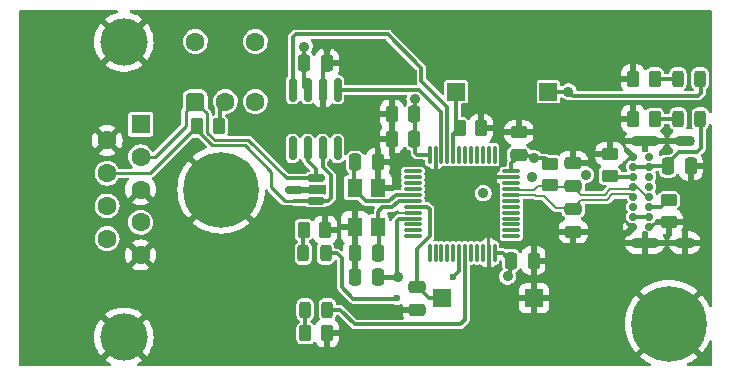
<source format=gbr>
%TF.GenerationSoftware,KiCad,Pcbnew,(6.0.2)*%
%TF.CreationDate,2022-11-21T22:20:46+01:00*%
%TF.ProjectId,CANap_,43414e61-70e9-42e6-9b69-6361645f7063,rev?*%
%TF.SameCoordinates,Original*%
%TF.FileFunction,Copper,L1,Top*%
%TF.FilePolarity,Positive*%
%FSLAX46Y46*%
G04 Gerber Fmt 4.6, Leading zero omitted, Abs format (unit mm)*
G04 Created by KiCad (PCBNEW (6.0.2)) date 2022-11-21 22:20:46*
%MOMM*%
%LPD*%
G01*
G04 APERTURE LIST*
G04 Aperture macros list*
%AMRoundRect*
0 Rectangle with rounded corners*
0 $1 Rounding radius*
0 $2 $3 $4 $5 $6 $7 $8 $9 X,Y pos of 4 corners*
0 Add a 4 corners polygon primitive as box body*
4,1,4,$2,$3,$4,$5,$6,$7,$8,$9,$2,$3,0*
0 Add four circle primitives for the rounded corners*
1,1,$1+$1,$2,$3*
1,1,$1+$1,$4,$5*
1,1,$1+$1,$6,$7*
1,1,$1+$1,$8,$9*
0 Add four rect primitives between the rounded corners*
20,1,$1+$1,$2,$3,$4,$5,0*
20,1,$1+$1,$4,$5,$6,$7,0*
20,1,$1+$1,$6,$7,$8,$9,0*
20,1,$1+$1,$8,$9,$2,$3,0*%
G04 Aperture macros list end*
%TA.AperFunction,ComponentPad*%
%ADD10C,0.800000*%
%TD*%
%TA.AperFunction,ComponentPad*%
%ADD11C,6.400000*%
%TD*%
%TA.AperFunction,SMDPad,CuDef*%
%ADD12RoundRect,0.250000X0.262500X0.450000X-0.262500X0.450000X-0.262500X-0.450000X0.262500X-0.450000X0*%
%TD*%
%TA.AperFunction,SMDPad,CuDef*%
%ADD13RoundRect,0.250000X-0.450000X0.262500X-0.450000X-0.262500X0.450000X-0.262500X0.450000X0.262500X0*%
%TD*%
%TA.AperFunction,SMDPad,CuDef*%
%ADD14RoundRect,0.250000X-0.262500X-0.450000X0.262500X-0.450000X0.262500X0.450000X-0.262500X0.450000X0*%
%TD*%
%TA.AperFunction,SMDPad,CuDef*%
%ADD15RoundRect,0.250000X0.450000X-0.262500X0.450000X0.262500X-0.450000X0.262500X-0.450000X-0.262500X0*%
%TD*%
%TA.AperFunction,ComponentPad*%
%ADD16C,4.000000*%
%TD*%
%TA.AperFunction,ComponentPad*%
%ADD17R,1.600000X1.600000*%
%TD*%
%TA.AperFunction,ComponentPad*%
%ADD18C,1.600000*%
%TD*%
%TA.AperFunction,SMDPad,CuDef*%
%ADD19RoundRect,0.243750X-0.243750X-0.456250X0.243750X-0.456250X0.243750X0.456250X-0.243750X0.456250X0*%
%TD*%
%TA.AperFunction,SMDPad,CuDef*%
%ADD20RoundRect,0.250000X-0.250000X-0.475000X0.250000X-0.475000X0.250000X0.475000X-0.250000X0.475000X0*%
%TD*%
%TA.AperFunction,SMDPad,CuDef*%
%ADD21RoundRect,0.250000X0.250000X0.475000X-0.250000X0.475000X-0.250000X-0.475000X0.250000X-0.475000X0*%
%TD*%
%TA.AperFunction,SMDPad,CuDef*%
%ADD22RoundRect,0.250000X-0.475000X0.250000X-0.475000X-0.250000X0.475000X-0.250000X0.475000X0.250000X0*%
%TD*%
%TA.AperFunction,SMDPad,CuDef*%
%ADD23RoundRect,0.250000X0.475000X-0.250000X0.475000X0.250000X-0.475000X0.250000X-0.475000X-0.250000X0*%
%TD*%
%TA.AperFunction,SMDPad,CuDef*%
%ADD24RoundRect,0.075000X-0.662500X-0.075000X0.662500X-0.075000X0.662500X0.075000X-0.662500X0.075000X0*%
%TD*%
%TA.AperFunction,SMDPad,CuDef*%
%ADD25RoundRect,0.075000X-0.075000X-0.662500X0.075000X-0.662500X0.075000X0.662500X-0.075000X0.662500X0*%
%TD*%
%TA.AperFunction,SMDPad,CuDef*%
%ADD26R,1.500000X1.500000*%
%TD*%
%TA.AperFunction,ComponentPad*%
%ADD27RoundRect,0.400000X-0.400000X0.400000X-0.400000X-0.400000X0.400000X-0.400000X0.400000X0.400000X0*%
%TD*%
%TA.AperFunction,SMDPad,CuDef*%
%ADD28RoundRect,0.150000X-0.150000X0.825000X-0.150000X-0.825000X0.150000X-0.825000X0.150000X0.825000X0*%
%TD*%
%TA.AperFunction,SMDPad,CuDef*%
%ADD29RoundRect,0.150000X0.587500X0.150000X-0.587500X0.150000X-0.587500X-0.150000X0.587500X-0.150000X0*%
%TD*%
%TA.AperFunction,SMDPad,CuDef*%
%ADD30R,1.300000X1.600000*%
%TD*%
%TA.AperFunction,ComponentPad*%
%ADD31C,0.700000*%
%TD*%
%TA.AperFunction,ComponentPad*%
%ADD32O,2.400000X0.900000*%
%TD*%
%TA.AperFunction,ComponentPad*%
%ADD33O,1.700000X0.900000*%
%TD*%
%TA.AperFunction,ViaPad*%
%ADD34C,0.600000*%
%TD*%
%TA.AperFunction,ViaPad*%
%ADD35C,0.900000*%
%TD*%
%TA.AperFunction,Conductor*%
%ADD36C,0.300000*%
%TD*%
%TA.AperFunction,Conductor*%
%ADD37C,0.400000*%
%TD*%
%TA.AperFunction,Conductor*%
%ADD38C,0.250000*%
%TD*%
%TA.AperFunction,Conductor*%
%ADD39C,0.200000*%
%TD*%
%TA.AperFunction,Conductor*%
%ADD40C,0.150000*%
%TD*%
G04 APERTURE END LIST*
D10*
%TO.P,REF\u002A\u002A,1*%
%TO.N,N/C*%
X184600000Y-96750000D03*
X186297056Y-96047056D03*
X187000000Y-94350000D03*
D11*
%TO.N,GND*%
X184600000Y-94350000D03*
D10*
%TO.N,N/C*%
X182902944Y-92652944D03*
X182902944Y-96047056D03*
X186297056Y-92652944D03*
X184600000Y-91950000D03*
X182200000Y-94350000D03*
%TD*%
%TO.P,REF\u002A\u002A,1*%
%TO.N,N/C*%
X146700000Y-80600000D03*
X148397056Y-84697056D03*
X148397056Y-81302944D03*
X149100000Y-83000000D03*
D11*
%TO.N,GND*%
X146700000Y-83000000D03*
D10*
%TO.N,N/C*%
X146700000Y-85400000D03*
X145002944Y-81302944D03*
X145002944Y-84697056D03*
X144300000Y-83000000D03*
%TD*%
D12*
%TO.P,R9,1*%
%TO.N,GND*%
X155662500Y-95150000D03*
%TO.P,R9,2*%
%TO.N,Net-(D5-Pad1)*%
X153837500Y-95150000D03*
%TD*%
%TO.P,R8,1*%
%TO.N,GND*%
X155512500Y-86400000D03*
%TO.P,R8,2*%
%TO.N,Net-(D4-Pad1)*%
X153687500Y-86400000D03*
%TD*%
D13*
%TO.P,R7,1*%
%TO.N,+3V3*%
X174500000Y-80787500D03*
%TO.P,R7,2*%
%TO.N,/USB+*%
X174500000Y-82612500D03*
%TD*%
D12*
%TO.P,R6,1*%
%TO.N,GND*%
X168712500Y-77800000D03*
%TO.P,R6,2*%
%TO.N,/BOOT0*%
X166887500Y-77800000D03*
%TD*%
D14*
%TO.P,R5,1*%
%TO.N,GND*%
X181587500Y-77000000D03*
%TO.P,R5,2*%
%TO.N,Net-(D2-Pad1)*%
X183412500Y-77000000D03*
%TD*%
%TO.P,R4,1*%
%TO.N,GND*%
X181587500Y-73600000D03*
%TO.P,R4,2*%
%TO.N,Net-(D1-Pad1)*%
X183412500Y-73600000D03*
%TD*%
D13*
%TO.P,R3,1*%
%TO.N,Net-(J1-PadB5)*%
X184600000Y-83887500D03*
%TO.P,R3,2*%
%TO.N,GND*%
X184600000Y-85712500D03*
%TD*%
D15*
%TO.P,R2,1*%
%TO.N,Net-(J1-PadA5)*%
X179600000Y-81812500D03*
%TO.P,R2,2*%
%TO.N,GND*%
X179600000Y-79987500D03*
%TD*%
D14*
%TO.P,R1,1*%
%TO.N,CANH*%
X144677500Y-77640000D03*
%TO.P,R1,2*%
%TO.N,Net-(R1-Pad2)*%
X146502500Y-77640000D03*
%TD*%
D16*
%TO.P,J2,0,PAD*%
%TO.N,GND*%
X138460331Y-95490000D03*
X138460331Y-70490000D03*
D17*
%TO.P,J2,1,1*%
%TO.N,unconnected-(J2-Pad1)*%
X139880331Y-77450000D03*
D18*
%TO.P,J2,2,2*%
%TO.N,CANL*%
X139880331Y-80220000D03*
%TO.P,J2,3,3*%
%TO.N,GND*%
X139880331Y-82990000D03*
%TO.P,J2,4,4*%
%TO.N,unconnected-(J2-Pad4)*%
X139880331Y-85760000D03*
%TO.P,J2,5,5*%
%TO.N,GND*%
X139880331Y-88530000D03*
%TO.P,J2,6,6*%
X137040331Y-78835000D03*
%TO.P,J2,7,7*%
%TO.N,CANH*%
X137040331Y-81605000D03*
%TO.P,J2,8,8*%
%TO.N,unconnected-(J2-Pad8)*%
X137040331Y-84375000D03*
%TO.P,J2,9,9*%
%TO.N,unconnected-(J2-Pad9)*%
X137040331Y-87145000D03*
%TD*%
D19*
%TO.P,D5,1,K*%
%TO.N,Net-(D5-Pad1)*%
X153812500Y-93150000D03*
%TO.P,D5,2,A*%
%TO.N,Net-(D5-Pad2)*%
X155687500Y-93150000D03*
%TD*%
%TO.P,D4,1,K*%
%TO.N,Net-(D4-Pad1)*%
X153662500Y-88400000D03*
%TO.P,D4,2,A*%
%TO.N,Net-(D4-Pad2)*%
X155537500Y-88400000D03*
%TD*%
%TO.P,D2,1,K*%
%TO.N,Net-(D2-Pad1)*%
X185392500Y-76990000D03*
%TO.P,D2,2,A*%
%TO.N,+5V*%
X187267500Y-76990000D03*
%TD*%
%TO.P,D1,1,K*%
%TO.N,Net-(D1-Pad1)*%
X185362500Y-73600000D03*
%TO.P,D1,2,A*%
%TO.N,+3V3*%
X187237500Y-73600000D03*
%TD*%
D20*
%TO.P,C14,1*%
%TO.N,GND*%
X158050000Y-90400000D03*
%TO.P,C14,2*%
%TO.N,+3V3*%
X159950000Y-90400000D03*
%TD*%
D21*
%TO.P,C13,1*%
%TO.N,GND*%
X173150000Y-89000000D03*
%TO.P,C13,2*%
%TO.N,+3V3*%
X171250000Y-89000000D03*
%TD*%
D22*
%TO.P,C12,1*%
%TO.N,GND*%
X171900000Y-78150000D03*
%TO.P,C12,2*%
%TO.N,+3V3*%
X171900000Y-80050000D03*
%TD*%
%TO.P,C11,1*%
%TO.N,/RST*%
X163300000Y-91250000D03*
%TO.P,C11,2*%
%TO.N,GND*%
X163300000Y-93150000D03*
%TD*%
D20*
%TO.P,C10,1*%
%TO.N,GND*%
X161150000Y-78700000D03*
%TO.P,C10,2*%
%TO.N,+3V3*%
X163050000Y-78700000D03*
%TD*%
%TO.P,C9,1*%
%TO.N,GND*%
X161150000Y-76600000D03*
%TO.P,C9,2*%
%TO.N,+3V3*%
X163050000Y-76600000D03*
%TD*%
D21*
%TO.P,C8,1*%
%TO.N,Net-(C8-Pad1)*%
X159950000Y-88400000D03*
%TO.P,C8,2*%
%TO.N,GND*%
X158050000Y-88400000D03*
%TD*%
D20*
%TO.P,C7,1*%
%TO.N,Net-(C7-Pad1)*%
X158050000Y-80700000D03*
%TO.P,C7,2*%
%TO.N,GND*%
X159950000Y-80700000D03*
%TD*%
%TO.P,C6,1*%
%TO.N,+5V*%
X184550000Y-81000000D03*
%TO.P,C6,2*%
%TO.N,GND*%
X186450000Y-81000000D03*
%TD*%
D22*
%TO.P,C5,1*%
%TO.N,/USB-*%
X176500000Y-84650000D03*
%TO.P,C5,2*%
%TO.N,GND*%
X176500000Y-86550000D03*
%TD*%
D21*
%TO.P,C4,1*%
%TO.N,GND*%
X155650000Y-72300000D03*
%TO.P,C4,2*%
%TO.N,+3V3*%
X153750000Y-72300000D03*
%TD*%
D23*
%TO.P,C3,1*%
%TO.N,/USB+*%
X176500000Y-82650000D03*
%TO.P,C3,2*%
%TO.N,GND*%
X176500000Y-80750000D03*
%TD*%
D24*
%TO.P,U3,1,VBAT*%
%TO.N,unconnected-(U3-Pad1)*%
X162937500Y-81450000D03*
%TO.P,U3,2,PC13*%
%TO.N,unconnected-(U3-Pad2)*%
X162937500Y-81950000D03*
%TO.P,U3,3,PC14*%
%TO.N,unconnected-(U3-Pad3)*%
X162937500Y-82450000D03*
%TO.P,U3,4,PC15*%
%TO.N,unconnected-(U3-Pad4)*%
X162937500Y-82950000D03*
%TO.P,U3,5,PF0*%
%TO.N,Net-(C7-Pad1)*%
X162937500Y-83450000D03*
%TO.P,U3,6,PF1*%
%TO.N,Net-(C8-Pad1)*%
X162937500Y-83950000D03*
%TO.P,U3,7,NRST*%
%TO.N,/RST*%
X162937500Y-84450000D03*
%TO.P,U3,8,VSSA*%
%TO.N,GND*%
X162937500Y-84950000D03*
%TO.P,U3,9,VDDA*%
%TO.N,+3V3*%
X162937500Y-85450000D03*
%TO.P,U3,10,PA0*%
%TO.N,unconnected-(U3-Pad10)*%
X162937500Y-85950000D03*
%TO.P,U3,11,PA1*%
%TO.N,unconnected-(U3-Pad11)*%
X162937500Y-86450000D03*
%TO.P,U3,12,PA2*%
%TO.N,unconnected-(U3-Pad12)*%
X162937500Y-86950000D03*
D25*
%TO.P,U3,13,PA3*%
%TO.N,unconnected-(U3-Pad13)*%
X164350000Y-88362500D03*
%TO.P,U3,14,PA4*%
%TO.N,unconnected-(U3-Pad14)*%
X164850000Y-88362500D03*
%TO.P,U3,15,PA5*%
%TO.N,unconnected-(U3-Pad15)*%
X165350000Y-88362500D03*
%TO.P,U3,16,PA6*%
%TO.N,unconnected-(U3-Pad16)*%
X165850000Y-88362500D03*
%TO.P,U3,17,PA7*%
%TO.N,unconnected-(U3-Pad17)*%
X166350000Y-88362500D03*
%TO.P,U3,18,PB0*%
%TO.N,Net-(D4-Pad2)*%
X166850000Y-88362500D03*
%TO.P,U3,19,PB1*%
%TO.N,Net-(D5-Pad2)*%
X167350000Y-88362500D03*
%TO.P,U3,20,PB2*%
%TO.N,unconnected-(U3-Pad20)*%
X167850000Y-88362500D03*
%TO.P,U3,21,PB10*%
%TO.N,unconnected-(U3-Pad21)*%
X168350000Y-88362500D03*
%TO.P,U3,22,PB11*%
%TO.N,unconnected-(U3-Pad22)*%
X168850000Y-88362500D03*
%TO.P,U3,23,VSS*%
%TO.N,GND*%
X169350000Y-88362500D03*
%TO.P,U3,24,VDD*%
%TO.N,+3V3*%
X169850000Y-88362500D03*
D24*
%TO.P,U3,25,PB12*%
%TO.N,unconnected-(U3-Pad25)*%
X171262500Y-86950000D03*
%TO.P,U3,26,PB13*%
%TO.N,unconnected-(U3-Pad26)*%
X171262500Y-86450000D03*
%TO.P,U3,27,PB14*%
%TO.N,unconnected-(U3-Pad27)*%
X171262500Y-85950000D03*
%TO.P,U3,28,PB15*%
%TO.N,unconnected-(U3-Pad28)*%
X171262500Y-85450000D03*
%TO.P,U3,29,PA8*%
%TO.N,unconnected-(U3-Pad29)*%
X171262500Y-84950000D03*
%TO.P,U3,30,PA9*%
%TO.N,unconnected-(U3-Pad30)*%
X171262500Y-84450000D03*
%TO.P,U3,31,PA10*%
%TO.N,unconnected-(U3-Pad31)*%
X171262500Y-83950000D03*
%TO.P,U3,32,PA11*%
%TO.N,/USB-*%
X171262500Y-83450000D03*
%TO.P,U3,33,PA12*%
%TO.N,/USB+*%
X171262500Y-82950000D03*
%TO.P,U3,34,PA13*%
%TO.N,unconnected-(U3-Pad34)*%
X171262500Y-82450000D03*
%TO.P,U3,35,VSS*%
%TO.N,GND*%
X171262500Y-81950000D03*
%TO.P,U3,36,VDD*%
%TO.N,+3V3*%
X171262500Y-81450000D03*
D25*
%TO.P,U3,37,PA14*%
%TO.N,unconnected-(U3-Pad37)*%
X169850000Y-80037500D03*
%TO.P,U3,38,PA15*%
%TO.N,unconnected-(U3-Pad38)*%
X169350000Y-80037500D03*
%TO.P,U3,39,PB3*%
%TO.N,unconnected-(U3-Pad39)*%
X168850000Y-80037500D03*
%TO.P,U3,40,PB4*%
%TO.N,unconnected-(U3-Pad40)*%
X168350000Y-80037500D03*
%TO.P,U3,41,PB5*%
%TO.N,unconnected-(U3-Pad41)*%
X167850000Y-80037500D03*
%TO.P,U3,42,PB6*%
%TO.N,unconnected-(U3-Pad42)*%
X167350000Y-80037500D03*
%TO.P,U3,43,PB7*%
%TO.N,unconnected-(U3-Pad43)*%
X166850000Y-80037500D03*
%TO.P,U3,44,BOOT0*%
%TO.N,/BOOT0*%
X166350000Y-80037500D03*
%TO.P,U3,45,PB8*%
%TO.N,/CANRX*%
X165850000Y-80037500D03*
%TO.P,U3,46,PB9*%
%TO.N,/CANTX*%
X165350000Y-80037500D03*
%TO.P,U3,47,VSS*%
%TO.N,GND*%
X164850000Y-80037500D03*
%TO.P,U3,48,VDD*%
%TO.N,+3V3*%
X164350000Y-80037500D03*
%TD*%
D26*
%TO.P,SW3,1,1*%
%TO.N,+3V3*%
X174400000Y-74700000D03*
%TO.P,SW3,2,2*%
%TO.N,/BOOT0*%
X166600000Y-74700000D03*
%TD*%
D18*
%TO.P,SW2,*%
%TO.N,*%
X144510000Y-70460000D03*
X149590000Y-70460000D03*
D27*
%TO.P,SW2,1,A*%
%TO.N,CANL*%
X144510000Y-75540000D03*
D18*
%TO.P,SW2,2,B*%
%TO.N,Net-(R1-Pad2)*%
X147050000Y-75540000D03*
%TO.P,SW2,3,C*%
%TO.N,unconnected-(SW2-Pad3)*%
X149590000Y-75540000D03*
%TD*%
D28*
%TO.P,U2,1,D*%
%TO.N,/CANTX*%
X156570000Y-74550000D03*
%TO.P,U2,2,GND*%
%TO.N,GND*%
X155300000Y-74550000D03*
%TO.P,U2,3,VCC*%
%TO.N,+3V3*%
X154030000Y-74550000D03*
%TO.P,U2,4,R*%
%TO.N,/CANRX*%
X152760000Y-74550000D03*
%TO.P,U2,5,NC*%
%TO.N,unconnected-(U2-Pad5)*%
X152760000Y-79500000D03*
%TO.P,U2,6,CANL*%
%TO.N,CANL*%
X154030000Y-79500000D03*
%TO.P,U2,7,CANH*%
%TO.N,CANH*%
X155300000Y-79500000D03*
%TO.P,U2,8,NC*%
%TO.N,unconnected-(U2-Pad8)*%
X156570000Y-79500000D03*
%TD*%
D29*
%TO.P,D3,1,A1*%
%TO.N,CANH*%
X154737500Y-83950000D03*
%TO.P,D3,2,A2*%
%TO.N,CANL*%
X154737500Y-82050000D03*
%TO.P,D3,3,common*%
%TO.N,GND*%
X152862500Y-83000000D03*
%TD*%
D26*
%TO.P,SW4,1,1*%
%TO.N,GND*%
X173200000Y-92200000D03*
%TO.P,SW4,2,2*%
%TO.N,/RST*%
X165400000Y-92200000D03*
%TD*%
D30*
%TO.P,Y1,1,1*%
%TO.N,Net-(C7-Pad1)*%
X158000000Y-82850000D03*
%TO.P,Y1,2,2*%
%TO.N,GND*%
X158000000Y-86150000D03*
%TO.P,Y1,3,3*%
%TO.N,Net-(C8-Pad1)*%
X160000000Y-86150000D03*
%TO.P,Y1,4,4*%
%TO.N,GND*%
X160000000Y-82850000D03*
%TD*%
D31*
%TO.P,J1,A1,GND*%
%TO.N,GND*%
X181600000Y-80200000D03*
%TO.P,J1,A4,VBUS*%
%TO.N,+5V*%
X181600000Y-81050000D03*
%TO.P,J1,A5,CC1*%
%TO.N,Net-(J1-PadA5)*%
X181600000Y-81900000D03*
%TO.P,J1,A6,D+*%
%TO.N,/USB+*%
X181600000Y-82750000D03*
%TO.P,J1,A7,D-*%
%TO.N,/USB-*%
X181600000Y-83600000D03*
%TO.P,J1,A8,SBU1*%
%TO.N,unconnected-(J1-PadA8)*%
X181600000Y-84450000D03*
%TO.P,J1,A9,VBUS*%
%TO.N,+5V*%
X181600000Y-85300000D03*
%TO.P,J1,A12,GND*%
%TO.N,GND*%
X181600000Y-86150000D03*
%TO.P,J1,B1,GND*%
X182950000Y-86150000D03*
%TO.P,J1,B4,VBUS*%
%TO.N,+5V*%
X182950000Y-85300000D03*
%TO.P,J1,B5,CC2*%
%TO.N,Net-(J1-PadB5)*%
X182950000Y-84450000D03*
%TO.P,J1,B6,D+*%
%TO.N,/USB+*%
X182950000Y-83600000D03*
%TO.P,J1,B7,D-*%
%TO.N,/USB-*%
X182950000Y-82750000D03*
%TO.P,J1,B8,SBU2*%
%TO.N,unconnected-(J1-PadB8)*%
X182950000Y-81900000D03*
%TO.P,J1,B9,VBUS*%
%TO.N,+5V*%
X182950000Y-81050000D03*
%TO.P,J1,B12,GND*%
%TO.N,GND*%
X182950000Y-80200000D03*
D32*
%TO.P,J1,S1,SHIELD*%
X182580000Y-78850000D03*
D33*
X185960000Y-87500000D03*
X185960000Y-78850000D03*
D32*
X182580000Y-87500000D03*
%TD*%
D34*
%TO.N,GND*%
X170450000Y-78100000D03*
X155750000Y-96450000D03*
D35*
X159350000Y-78700000D03*
D34*
X179650000Y-78800000D03*
X174600000Y-88950000D03*
X186550000Y-82350000D03*
X176500000Y-87800000D03*
D35*
X169350000Y-90100000D03*
X161600000Y-80550000D03*
X161600000Y-93300000D03*
D34*
X161109114Y-85153237D03*
D35*
X155650000Y-70950000D03*
D34*
X180300000Y-73600000D03*
X164850000Y-81600000D03*
X180300000Y-77000000D03*
X155600000Y-85100000D03*
X176500000Y-79450000D03*
D35*
X159300000Y-76600000D03*
D34*
X186050000Y-85800000D03*
X154750000Y-83000000D03*
D35*
%TO.N,+3V3*%
X176100000Y-74700000D03*
X168900000Y-83300000D03*
X170950000Y-90350000D03*
X153750000Y-70900000D03*
X161700000Y-90400000D03*
X177550000Y-81750000D03*
X163092657Y-75349500D03*
X173200000Y-80350000D03*
X173000000Y-81900000D03*
D34*
%TO.N,Net-(D4-Pad2)*%
X161600000Y-92200000D03*
X166350000Y-90400000D03*
%TD*%
D36*
%TO.N,/CANTX*%
X163450000Y-74550000D02*
X156570000Y-74550000D01*
X165350000Y-76450000D02*
X163450000Y-74550000D01*
X165350000Y-80037500D02*
X165350000Y-76450000D01*
%TO.N,/CANRX*%
X153000000Y-69850000D02*
X152760000Y-70090000D01*
X163650000Y-72700000D02*
X160800000Y-69850000D01*
X160800000Y-69850000D02*
X153000000Y-69850000D01*
X163650000Y-73800000D02*
X163650000Y-72700000D01*
X165850000Y-76000000D02*
X163650000Y-73800000D01*
X165850000Y-80037500D02*
X165850000Y-76000000D01*
X152760000Y-70090000D02*
X152760000Y-74550000D01*
%TO.N,Net-(D5-Pad2)*%
X156750000Y-93150000D02*
X155687500Y-93150000D01*
X158000000Y-94400000D02*
X156750000Y-93150000D01*
X166950000Y-94400000D02*
X158000000Y-94400000D01*
X167350000Y-94000000D02*
X166950000Y-94400000D01*
X167350000Y-88362500D02*
X167350000Y-94000000D01*
%TO.N,GND*%
X164850000Y-81600000D02*
X164850000Y-80037500D01*
X155650000Y-72300000D02*
X155650000Y-70950000D01*
%TO.N,+3V3*%
X153750000Y-74270000D02*
X153750000Y-70900000D01*
X154030000Y-74550000D02*
X153750000Y-74270000D01*
%TO.N,GND*%
X155300000Y-72650000D02*
X155650000Y-72300000D01*
X155300000Y-74550000D02*
X155300000Y-72650000D01*
%TO.N,+3V3*%
X176450000Y-75050000D02*
X187100000Y-75050000D01*
X187325000Y-74825000D02*
X187325000Y-73600000D01*
X176100000Y-74700000D02*
X176450000Y-75050000D01*
X187100000Y-75050000D02*
X187325000Y-74825000D01*
X161750000Y-85450000D02*
X162937500Y-85450000D01*
X161550000Y-85650000D02*
X161750000Y-85450000D01*
X161550000Y-90250000D02*
X161550000Y-85650000D01*
X161700000Y-90400000D02*
X161550000Y-90250000D01*
D37*
X159950000Y-90400000D02*
X161700000Y-90400000D01*
D38*
%TO.N,CANL*%
X141080000Y-80220000D02*
X139880331Y-80220000D01*
X143700000Y-77600000D02*
X141080000Y-80220000D01*
X143700000Y-76350000D02*
X143700000Y-77600000D01*
X144510000Y-75540000D02*
X143700000Y-76350000D01*
%TO.N,CANH*%
X152100000Y-83950000D02*
X153050000Y-83950000D01*
X150950000Y-82800000D02*
X152100000Y-83950000D01*
X150950000Y-81500000D02*
X150950000Y-82800000D01*
X148700000Y-79250000D02*
X150950000Y-81500000D01*
X144677500Y-77975697D02*
X145951803Y-79250000D01*
%TO.N,CANL*%
X145514520Y-76544520D02*
X144510000Y-75540000D01*
X146137996Y-78800489D02*
X145514520Y-78177013D01*
%TO.N,CANH*%
X144677500Y-77640000D02*
X144677500Y-77975697D01*
%TO.N,CANL*%
X149000489Y-78800489D02*
X146137996Y-78800489D01*
X145514520Y-78177013D02*
X145514520Y-76544520D01*
%TO.N,CANH*%
X145951803Y-79250000D02*
X148700000Y-79250000D01*
%TO.N,CANL*%
X152250000Y-82050000D02*
X149000489Y-78800489D01*
D36*
%TO.N,CANH*%
X153050000Y-83950000D02*
X152890000Y-83950000D01*
X154737500Y-83950000D02*
X153050000Y-83950000D01*
D38*
X140712500Y-81605000D02*
X137040331Y-81605000D01*
X144677500Y-77640000D02*
X140712500Y-81605000D01*
D36*
%TO.N,Net-(D5-Pad1)*%
X153812500Y-93150000D02*
X153812500Y-95125000D01*
X153812500Y-95125000D02*
X153837500Y-95150000D01*
D39*
%TO.N,GND*%
X161312351Y-84950000D02*
X161109114Y-85153237D01*
D36*
X171262500Y-81950000D02*
X170200000Y-81950000D01*
D39*
X162937500Y-84950000D02*
X161312351Y-84950000D01*
D36*
X169350000Y-90100000D02*
X169350000Y-88362500D01*
%TO.N,+5V*%
X182950000Y-81050000D02*
X181600000Y-81050000D01*
X183000000Y-81000000D02*
X182950000Y-81050000D01*
X187000000Y-79800000D02*
X187355000Y-79445000D01*
X185500000Y-79800000D02*
X187000000Y-79800000D01*
X182950000Y-85300000D02*
X181600000Y-85300000D01*
X184462500Y-81000000D02*
X184462500Y-80837500D01*
X184462500Y-81000000D02*
X183000000Y-81000000D01*
X187355000Y-79445000D02*
X187355000Y-76990000D01*
X184462500Y-80837500D02*
X185500000Y-79800000D01*
%TO.N,+3V3*%
X171900000Y-80137500D02*
X172987500Y-80137500D01*
X172987500Y-80137500D02*
X173200000Y-80350000D01*
X173200000Y-80350000D02*
X174150000Y-80350000D01*
X163137500Y-76600000D02*
X163137500Y-75394343D01*
X163137500Y-79887500D02*
X163287500Y-80037500D01*
X171900000Y-80137500D02*
X171262500Y-80775000D01*
X163137500Y-76600000D02*
X163137500Y-78700000D01*
X163137500Y-78700000D02*
X163137500Y-79887500D01*
X174400000Y-74700000D02*
X176100000Y-74700000D01*
X174150000Y-80350000D02*
X174500000Y-80700000D01*
X171162500Y-89000000D02*
X171162500Y-90137500D01*
X170525000Y-88362500D02*
X169850000Y-88362500D01*
X163287500Y-80037500D02*
X164350000Y-80037500D01*
X171162500Y-89000000D02*
X170525000Y-88362500D01*
X171162500Y-90137500D02*
X170950000Y-90350000D01*
X171262500Y-80775000D02*
X171262500Y-81450000D01*
X163137500Y-75394343D02*
X163092657Y-75349500D01*
D40*
%TO.N,/USB+*%
X182750000Y-83600000D02*
X182950000Y-83600000D01*
X174537500Y-82737500D02*
X174500000Y-82700000D01*
X171312500Y-83000000D02*
X171262500Y-82950000D01*
D39*
X181400001Y-82949999D02*
X179631801Y-82949999D01*
D40*
X181600000Y-82750000D02*
X181900000Y-82750000D01*
X181900000Y-82750000D02*
X182750000Y-83600000D01*
D39*
X177187499Y-83424999D02*
X176500000Y-82737500D01*
D40*
X173500000Y-82700000D02*
X173200000Y-83000000D01*
X176500000Y-82737500D02*
X174537500Y-82737500D01*
D39*
X179156801Y-83424999D02*
X177187499Y-83424999D01*
D40*
X174500000Y-82700000D02*
X173500000Y-82700000D01*
X173200000Y-83000000D02*
X171312500Y-83000000D01*
D39*
X179631801Y-82949999D02*
X179156801Y-83424999D01*
X181600000Y-82750000D02*
X181400001Y-82949999D01*
%TO.N,/USB-*%
X179818199Y-83400001D02*
X179343199Y-83875001D01*
X177187499Y-83875001D02*
X176500000Y-84562500D01*
X181600000Y-83600000D02*
X181400001Y-83400001D01*
D40*
X171262500Y-83450000D02*
X173250000Y-83450000D01*
X175062500Y-84562500D02*
X176500000Y-84562500D01*
D39*
X181400001Y-83400001D02*
X179818199Y-83400001D01*
X179343199Y-83875001D02*
X177187499Y-83875001D01*
D40*
X173374520Y-83574520D02*
X174074520Y-83574520D01*
X174074520Y-83574520D02*
X175062500Y-84562500D01*
X173250000Y-83450000D02*
X173374520Y-83574520D01*
D36*
%TO.N,Net-(C7-Pad1)*%
X160950489Y-83999511D02*
X161500000Y-83450000D01*
X157962500Y-80700000D02*
X157962500Y-82812500D01*
X157962500Y-82812500D02*
X158000000Y-82850000D01*
X158999511Y-83999511D02*
X160950489Y-83999511D01*
X161500000Y-83450000D02*
X162937500Y-83450000D01*
X158000000Y-83000000D02*
X158999511Y-83999511D01*
X158000000Y-82850000D02*
X158000000Y-83000000D01*
%TO.N,Net-(C8-Pad1)*%
X160000000Y-84850000D02*
X160000000Y-86150000D01*
X161755437Y-83950000D02*
X161206415Y-84499022D01*
X160350978Y-84499022D02*
X160000000Y-84850000D01*
X162937500Y-83950000D02*
X161755437Y-83950000D01*
X161206415Y-84499022D02*
X160350978Y-84499022D01*
X160037500Y-86187500D02*
X160000000Y-86150000D01*
X160037500Y-88400000D02*
X160037500Y-86187500D01*
%TO.N,/RST*%
X162937500Y-84450000D02*
X164150000Y-84450000D01*
X163300000Y-88000000D02*
X163300000Y-91162500D01*
X164350000Y-84650000D02*
X164350000Y-86950000D01*
X164150000Y-84450000D02*
X164350000Y-84650000D01*
X165400000Y-92200000D02*
X164337500Y-92200000D01*
X164350000Y-86950000D02*
X163300000Y-88000000D01*
X164337500Y-92200000D02*
X163300000Y-91162500D01*
%TO.N,Net-(D1-Pad1)*%
X183500000Y-73600000D02*
X185275000Y-73600000D01*
%TO.N,Net-(D2-Pad1)*%
X183500000Y-77000000D02*
X185295000Y-77000000D01*
X185295000Y-77000000D02*
X185305000Y-76990000D01*
%TO.N,CANH*%
X155750000Y-83950000D02*
X154737500Y-83950000D01*
X155300000Y-79500000D02*
X155300000Y-81100000D01*
X156000000Y-83700000D02*
X155750000Y-83950000D01*
X156000000Y-81800000D02*
X156000000Y-83700000D01*
X155300000Y-81100000D02*
X156000000Y-81800000D01*
%TO.N,CANL*%
X154737500Y-82050000D02*
X152250000Y-82050000D01*
X154030000Y-79500000D02*
X154030000Y-80580000D01*
X154030000Y-80580000D02*
X154737500Y-81287500D01*
X154737500Y-81287500D02*
X154737500Y-82050000D01*
%TO.N,Net-(D4-Pad1)*%
X153600000Y-86400000D02*
X153600000Y-88375000D01*
X153600000Y-88375000D02*
X153575000Y-88400000D01*
%TO.N,Net-(D4-Pad2)*%
X166850000Y-89900000D02*
X166850000Y-88362500D01*
X156900000Y-91250000D02*
X157900000Y-92250000D01*
X157900000Y-92250000D02*
X161550000Y-92250000D01*
X161550000Y-92250000D02*
X161600000Y-92200000D01*
X155625000Y-88400000D02*
X156500000Y-88400000D01*
X156500000Y-88400000D02*
X156900000Y-88800000D01*
X166350000Y-90400000D02*
X166850000Y-89900000D01*
X156900000Y-88800000D02*
X156900000Y-91250000D01*
%TO.N,Net-(J1-PadA5)*%
X181600000Y-81900000D02*
X179600000Y-81900000D01*
%TO.N,Net-(J1-PadB5)*%
X183950000Y-84450000D02*
X184600000Y-83800000D01*
X182950000Y-84450000D02*
X183950000Y-84450000D01*
%TO.N,Net-(R1-Pad2)*%
X146590000Y-76000000D02*
X147050000Y-75540000D01*
X146590000Y-77640000D02*
X146590000Y-76000000D01*
%TO.N,/BOOT0*%
X166600000Y-77600000D02*
X166800000Y-77800000D01*
X166600000Y-74700000D02*
X166600000Y-77600000D01*
X166350000Y-80037500D02*
X166350000Y-78250000D01*
X166350000Y-78250000D02*
X166800000Y-77800000D01*
%TD*%
%TA.AperFunction,Conductor*%
%TO.N,GND*%
G36*
X137923068Y-67820002D02*
G01*
X137969561Y-67873658D01*
X137979665Y-67943932D01*
X137950171Y-68008512D01*
X137886282Y-68048041D01*
X137687627Y-68099047D01*
X137680101Y-68101492D01*
X137394038Y-68214753D01*
X137386903Y-68218110D01*
X137117292Y-68366330D01*
X137110612Y-68370570D01*
X136887508Y-68532664D01*
X136879085Y-68543587D01*
X136885989Y-68556448D01*
X138447519Y-70117978D01*
X138461463Y-70125592D01*
X138463296Y-70125461D01*
X138469911Y-70121210D01*
X140034997Y-68556124D01*
X140041610Y-68544013D01*
X140032783Y-68532395D01*
X139810050Y-68370570D01*
X139803370Y-68366330D01*
X139533759Y-68218110D01*
X139526624Y-68214753D01*
X139240561Y-68101492D01*
X139233035Y-68099047D01*
X139034380Y-68048041D01*
X138973374Y-68011727D01*
X138941685Y-67948194D01*
X138949375Y-67877616D01*
X138994002Y-67822398D01*
X139065715Y-67800000D01*
X188124000Y-67800000D01*
X188192121Y-67820002D01*
X188238614Y-67873658D01*
X188250000Y-67926000D01*
X188250000Y-76412089D01*
X188229998Y-76480210D01*
X188176342Y-76526703D01*
X188106068Y-76536807D01*
X188041488Y-76507313D01*
X188001418Y-76441237D01*
X187999787Y-76434378D01*
X187998934Y-76426526D01*
X187949237Y-76293959D01*
X187943857Y-76286780D01*
X187943855Y-76286777D01*
X187869712Y-76187849D01*
X187864331Y-76180669D01*
X187817560Y-76145616D01*
X187758223Y-76101145D01*
X187758220Y-76101143D01*
X187751041Y-76095763D01*
X187652765Y-76058921D01*
X187625869Y-76048838D01*
X187625867Y-76048838D01*
X187618474Y-76046066D01*
X187610626Y-76045213D01*
X187610624Y-76045213D01*
X187561429Y-76039869D01*
X187558032Y-76039500D01*
X186976968Y-76039500D01*
X186973571Y-76039869D01*
X186924376Y-76045213D01*
X186924374Y-76045213D01*
X186916526Y-76046066D01*
X186909133Y-76048838D01*
X186909131Y-76048838D01*
X186882235Y-76058921D01*
X186783959Y-76095763D01*
X186776780Y-76101143D01*
X186776777Y-76101145D01*
X186717440Y-76145616D01*
X186670669Y-76180669D01*
X186665288Y-76187849D01*
X186591145Y-76286777D01*
X186591143Y-76286780D01*
X186585763Y-76293959D01*
X186567332Y-76343124D01*
X186538839Y-76419130D01*
X186536066Y-76426526D01*
X186535213Y-76434374D01*
X186535213Y-76434376D01*
X186530288Y-76479714D01*
X186529500Y-76486968D01*
X186529500Y-77493032D01*
X186529869Y-77496429D01*
X186535073Y-77544329D01*
X186536066Y-77553474D01*
X186538838Y-77560867D01*
X186538838Y-77560869D01*
X186553210Y-77599206D01*
X186585763Y-77686041D01*
X186591145Y-77693222D01*
X186591146Y-77693224D01*
X186592053Y-77694434D01*
X186592578Y-77695840D01*
X186595457Y-77701098D01*
X186594698Y-77701513D01*
X186616903Y-77760940D01*
X186601851Y-77830322D01*
X186551678Y-77880554D01*
X186482313Y-77895685D01*
X186465468Y-77893339D01*
X186465406Y-77893326D01*
X186455848Y-77892085D01*
X186452616Y-77892000D01*
X186171770Y-77892000D01*
X186103649Y-77871998D01*
X186057156Y-77818342D01*
X186047052Y-77748068D01*
X186066156Y-77701981D01*
X186064543Y-77701098D01*
X186068854Y-77693223D01*
X186074237Y-77686041D01*
X186106790Y-77599206D01*
X186121162Y-77560869D01*
X186121162Y-77560867D01*
X186123934Y-77553474D01*
X186124928Y-77544329D01*
X186130131Y-77496429D01*
X186130500Y-77493032D01*
X186130500Y-76486968D01*
X186129712Y-76479714D01*
X186124787Y-76434376D01*
X186124787Y-76434374D01*
X186123934Y-76426526D01*
X186121162Y-76419130D01*
X186092668Y-76343124D01*
X186074237Y-76293959D01*
X186068857Y-76286780D01*
X186068855Y-76286777D01*
X185994712Y-76187849D01*
X185989331Y-76180669D01*
X185942560Y-76145616D01*
X185883223Y-76101145D01*
X185883220Y-76101143D01*
X185876041Y-76095763D01*
X185777765Y-76058921D01*
X185750869Y-76048838D01*
X185750867Y-76048838D01*
X185743474Y-76046066D01*
X185735626Y-76045213D01*
X185735624Y-76045213D01*
X185686429Y-76039869D01*
X185683032Y-76039500D01*
X185101968Y-76039500D01*
X185098571Y-76039869D01*
X185049376Y-76045213D01*
X185049374Y-76045213D01*
X185041526Y-76046066D01*
X185034133Y-76048838D01*
X185034131Y-76048838D01*
X185007235Y-76058921D01*
X184908959Y-76095763D01*
X184901780Y-76101143D01*
X184901777Y-76101145D01*
X184842440Y-76145616D01*
X184795669Y-76180669D01*
X184790288Y-76187849D01*
X184716145Y-76286777D01*
X184716143Y-76286780D01*
X184710763Y-76293959D01*
X184692332Y-76343124D01*
X184663839Y-76419130D01*
X184661066Y-76426526D01*
X184660213Y-76434374D01*
X184660213Y-76434376D01*
X184655288Y-76479714D01*
X184654500Y-76486968D01*
X184652848Y-76486788D01*
X184631168Y-76547557D01*
X184574947Y-76590913D01*
X184529229Y-76599500D01*
X184299076Y-76599500D01*
X184230955Y-76579498D01*
X184184462Y-76525842D01*
X184173813Y-76487105D01*
X184173011Y-76479714D01*
X184171856Y-76469088D01*
X184169705Y-76449279D01*
X184169704Y-76449276D01*
X184168851Y-76441420D01*
X184118526Y-76307176D01*
X184113146Y-76299997D01*
X184113144Y-76299994D01*
X184037928Y-76199635D01*
X184037927Y-76199634D01*
X184032546Y-76192454D01*
X184019290Y-76182519D01*
X183925006Y-76111856D01*
X183925003Y-76111854D01*
X183917824Y-76106474D01*
X183816335Y-76068428D01*
X183790975Y-76058921D01*
X183790973Y-76058921D01*
X183783580Y-76056149D01*
X183775730Y-76055296D01*
X183775729Y-76055296D01*
X183725774Y-76049869D01*
X183725773Y-76049869D01*
X183722377Y-76049500D01*
X183412546Y-76049500D01*
X183102624Y-76049501D01*
X183099230Y-76049870D01*
X183099224Y-76049870D01*
X183049278Y-76055295D01*
X183049274Y-76055296D01*
X183041420Y-76056149D01*
X182907176Y-76106474D01*
X182899997Y-76111854D01*
X182899994Y-76111856D01*
X182805710Y-76182519D01*
X182792454Y-76192454D01*
X182761375Y-76233923D01*
X182753336Y-76244649D01*
X182696477Y-76287164D01*
X182625658Y-76292190D01*
X182563365Y-76258130D01*
X182538410Y-76222537D01*
X182537241Y-76220042D01*
X182451937Y-76082193D01*
X182442901Y-76070792D01*
X182328171Y-75956261D01*
X182316760Y-75947249D01*
X182178757Y-75862184D01*
X182165576Y-75856037D01*
X182011290Y-75804862D01*
X181997914Y-75801995D01*
X181903562Y-75792328D01*
X181897145Y-75792000D01*
X181859615Y-75792000D01*
X181844376Y-75796475D01*
X181843171Y-75797865D01*
X181841500Y-75805548D01*
X181841500Y-77128000D01*
X181821498Y-77196121D01*
X181767842Y-77242614D01*
X181715500Y-77254000D01*
X180585116Y-77254000D01*
X180569877Y-77258475D01*
X180568672Y-77259865D01*
X180567001Y-77267548D01*
X180567001Y-77497095D01*
X180567338Y-77503614D01*
X180577257Y-77599206D01*
X180580149Y-77612600D01*
X180631588Y-77766784D01*
X180637761Y-77779962D01*
X180723063Y-77917807D01*
X180732099Y-77929208D01*
X180846829Y-78043739D01*
X180858240Y-78052751D01*
X180994350Y-78136650D01*
X181041843Y-78189422D01*
X181053267Y-78259494D01*
X181027795Y-78321135D01*
X181017288Y-78334681D01*
X181010565Y-78345440D01*
X180930268Y-78508625D01*
X180925845Y-78520519D01*
X180910749Y-78578470D01*
X180911183Y-78592564D01*
X180919364Y-78596000D01*
X184239229Y-78596000D01*
X184252760Y-78592027D01*
X184253637Y-78585925D01*
X184197690Y-78433864D01*
X184192123Y-78422451D01*
X184096292Y-78267892D01*
X184088540Y-78257826D01*
X183963592Y-78125697D01*
X183953977Y-78117397D01*
X183923310Y-78095925D01*
X183878980Y-78040468D01*
X183871670Y-77969849D01*
X183903701Y-77906488D01*
X183920010Y-77891888D01*
X184032546Y-77807546D01*
X184044084Y-77792151D01*
X184113144Y-77700006D01*
X184113146Y-77700003D01*
X184118526Y-77692824D01*
X184159616Y-77583216D01*
X184166079Y-77565975D01*
X184166079Y-77565973D01*
X184168851Y-77558580D01*
X184173815Y-77512891D01*
X184201056Y-77447331D01*
X184259418Y-77406904D01*
X184299077Y-77400500D01*
X184531394Y-77400500D01*
X184599515Y-77420502D01*
X184646008Y-77474158D01*
X184656657Y-77512891D01*
X184660213Y-77545624D01*
X184661066Y-77553474D01*
X184663838Y-77560867D01*
X184663838Y-77560869D01*
X184678210Y-77599206D01*
X184710763Y-77686041D01*
X184716143Y-77693220D01*
X184716145Y-77693223D01*
X184767267Y-77761434D01*
X184795669Y-77799331D01*
X184802849Y-77804712D01*
X184901777Y-77878855D01*
X184901780Y-77878857D01*
X184908959Y-77884237D01*
X184921949Y-77889107D01*
X184978712Y-77931748D01*
X185003412Y-77998309D01*
X184988205Y-78067658D01*
X184959715Y-78102757D01*
X184867504Y-78181790D01*
X184858756Y-78190976D01*
X184747289Y-78334680D01*
X184740565Y-78345440D01*
X184660268Y-78508625D01*
X184655845Y-78520519D01*
X184640749Y-78578470D01*
X184641183Y-78592564D01*
X184649364Y-78596000D01*
X186088000Y-78596000D01*
X186156121Y-78616002D01*
X186202614Y-78669658D01*
X186214000Y-78722000D01*
X186214000Y-78978000D01*
X186193998Y-79046121D01*
X186140342Y-79092614D01*
X186088000Y-79104000D01*
X184650771Y-79104000D01*
X184637240Y-79107973D01*
X184636363Y-79114075D01*
X184692310Y-79266136D01*
X184697877Y-79277549D01*
X184793708Y-79432108D01*
X184801460Y-79442174D01*
X184926406Y-79574301D01*
X184936029Y-79582607D01*
X184939467Y-79585015D01*
X184983793Y-79640474D01*
X184991099Y-79711094D01*
X184956287Y-79777320D01*
X184746012Y-79987595D01*
X184683700Y-80021621D01*
X184656917Y-80024500D01*
X184280682Y-80024501D01*
X184252624Y-80024501D01*
X184249230Y-80024870D01*
X184249224Y-80024870D01*
X184199278Y-80030295D01*
X184199274Y-80030296D01*
X184191420Y-80031149D01*
X184057176Y-80081474D01*
X184049997Y-80086854D01*
X184049994Y-80086856D01*
X183996694Y-80126803D01*
X183930188Y-80151651D01*
X183860805Y-80136598D01*
X183810575Y-80086424D01*
X183795819Y-80039145D01*
X183794563Y-80027194D01*
X183791833Y-80014350D01*
X183740181Y-79855383D01*
X183738076Y-79850655D01*
X183728641Y-79780288D01*
X183758746Y-79715990D01*
X183792096Y-79689202D01*
X183873979Y-79643813D01*
X183884412Y-79636562D01*
X184022491Y-79518215D01*
X184031244Y-79509024D01*
X184142711Y-79365320D01*
X184149435Y-79354560D01*
X184229732Y-79191375D01*
X184234155Y-79179481D01*
X184249251Y-79121530D01*
X184248817Y-79107436D01*
X184240636Y-79104000D01*
X182852115Y-79104000D01*
X182836876Y-79108475D01*
X182835671Y-79109865D01*
X182834000Y-79117548D01*
X182834000Y-79722000D01*
X182813998Y-79790121D01*
X182760342Y-79836614D01*
X182708000Y-79848000D01*
X182452000Y-79848000D01*
X182383879Y-79827998D01*
X182337386Y-79774342D01*
X182326000Y-79722000D01*
X182326000Y-79122115D01*
X182321525Y-79106876D01*
X182320135Y-79105671D01*
X182312452Y-79104000D01*
X180920771Y-79104000D01*
X180907240Y-79107973D01*
X180906363Y-79114075D01*
X180962310Y-79266136D01*
X180967877Y-79277549D01*
X181063708Y-79432109D01*
X181068491Y-79438319D01*
X181080708Y-79445440D01*
X181095053Y-79444816D01*
X181140828Y-79432065D01*
X181208664Y-79453014D01*
X181228168Y-79468958D01*
X181870115Y-80110905D01*
X181904141Y-80173217D01*
X181899076Y-80244032D01*
X181870115Y-80289095D01*
X181745463Y-80413747D01*
X181683151Y-80447773D01*
X181639923Y-80449574D01*
X181600000Y-80444318D01*
X181443238Y-80464956D01*
X181297159Y-80525464D01*
X181218819Y-80585576D01*
X181181221Y-80614426D01*
X181173390Y-80617453D01*
X181164426Y-80631221D01*
X181153056Y-80646039D01*
X181075464Y-80747159D01*
X181014956Y-80893238D01*
X180994318Y-81050000D01*
X181014956Y-81206762D01*
X181060481Y-81316667D01*
X181064049Y-81325282D01*
X181071638Y-81395871D01*
X181039859Y-81459358D01*
X180978801Y-81495586D01*
X180947640Y-81499500D01*
X180652952Y-81499500D01*
X180584831Y-81479498D01*
X180538338Y-81425842D01*
X180534970Y-81417729D01*
X180513792Y-81361236D01*
X180493526Y-81307176D01*
X180488146Y-81299997D01*
X180488144Y-81299994D01*
X180412928Y-81199635D01*
X180407546Y-81192454D01*
X180355351Y-81153335D01*
X180312836Y-81096477D01*
X180307810Y-81025658D01*
X180341870Y-80963365D01*
X180377463Y-80938410D01*
X180379958Y-80937241D01*
X180517807Y-80851937D01*
X180529208Y-80842901D01*
X180643739Y-80728171D01*
X180652751Y-80716760D01*
X180694008Y-80649828D01*
X180746780Y-80602335D01*
X180816851Y-80590911D01*
X180825112Y-80592221D01*
X180839914Y-80595074D01*
X180849590Y-80591200D01*
X180975368Y-80465422D01*
X180998148Y-80452983D01*
X181002758Y-80440159D01*
X181015422Y-80425368D01*
X181227978Y-80212812D01*
X181235592Y-80198868D01*
X181235461Y-80197035D01*
X181231210Y-80190420D01*
X180844904Y-79804114D01*
X180810878Y-79741802D01*
X180807999Y-79715019D01*
X180807999Y-79677905D01*
X180807662Y-79671386D01*
X180797743Y-79575794D01*
X180794851Y-79562400D01*
X180743412Y-79408216D01*
X180737239Y-79395038D01*
X180651937Y-79257193D01*
X180642901Y-79245792D01*
X180528171Y-79131261D01*
X180516760Y-79122249D01*
X180378757Y-79037184D01*
X180365576Y-79031037D01*
X180211290Y-78979862D01*
X180197914Y-78976995D01*
X180103562Y-78967328D01*
X180097145Y-78967000D01*
X179872115Y-78967000D01*
X179856876Y-78971475D01*
X179855671Y-78972865D01*
X179854000Y-78980548D01*
X179854000Y-80115500D01*
X179833998Y-80183621D01*
X179780342Y-80230114D01*
X179728000Y-80241500D01*
X178410116Y-80241500D01*
X178394877Y-80245975D01*
X178393672Y-80247365D01*
X178392001Y-80255048D01*
X178392001Y-80297095D01*
X178392338Y-80303614D01*
X178402257Y-80399206D01*
X178405149Y-80412600D01*
X178456588Y-80566784D01*
X178462761Y-80579962D01*
X178548063Y-80717807D01*
X178557099Y-80729208D01*
X178671829Y-80843739D01*
X178683240Y-80852751D01*
X178821242Y-80937816D01*
X178822325Y-80938321D01*
X178822940Y-80938863D01*
X178827475Y-80941658D01*
X178826997Y-80942434D01*
X178875610Y-80985238D01*
X178895071Y-81053515D01*
X178874529Y-81121475D01*
X178844641Y-81153341D01*
X178801838Y-81185421D01*
X178792454Y-81192454D01*
X178787072Y-81199635D01*
X178711856Y-81299994D01*
X178711854Y-81299997D01*
X178706474Y-81307176D01*
X178686208Y-81361236D01*
X178659175Y-81433349D01*
X178656149Y-81441420D01*
X178655296Y-81449270D01*
X178655296Y-81449271D01*
X178654737Y-81454414D01*
X178649500Y-81502623D01*
X178649501Y-82122376D01*
X178649870Y-82125770D01*
X178649870Y-82125776D01*
X178655005Y-82173044D01*
X178656149Y-82183580D01*
X178706474Y-82317824D01*
X178711854Y-82325003D01*
X178711856Y-82325006D01*
X178778500Y-82413928D01*
X178792454Y-82432546D01*
X178799635Y-82437928D01*
X178899994Y-82513144D01*
X178899997Y-82513146D01*
X178907176Y-82518526D01*
X178981102Y-82546239D01*
X179034025Y-82566079D01*
X179034027Y-82566079D01*
X179041420Y-82568851D01*
X179049270Y-82569704D01*
X179049271Y-82569704D01*
X179099226Y-82575131D01*
X179102623Y-82575500D01*
X179206428Y-82575500D01*
X179274549Y-82595502D01*
X179321042Y-82649158D01*
X179331146Y-82719432D01*
X179301652Y-82784012D01*
X179295526Y-82790593D01*
X179171741Y-82914377D01*
X179048523Y-83037595D01*
X178986211Y-83071620D01*
X178959428Y-83074499D01*
X177601439Y-83074499D01*
X177533318Y-83054497D01*
X177486825Y-83000841D01*
X177476707Y-82947377D01*
X177475500Y-82947377D01*
X177475500Y-82767481D01*
X177475499Y-82577443D01*
X177495501Y-82509324D01*
X177549156Y-82462831D01*
X177603479Y-82451460D01*
X177623760Y-82451779D01*
X177631165Y-82450083D01*
X177631166Y-82450083D01*
X177694202Y-82435646D01*
X177789029Y-82413928D01*
X177940498Y-82337747D01*
X178045231Y-82248296D01*
X178063651Y-82232564D01*
X178063652Y-82232563D01*
X178069423Y-82227634D01*
X178168361Y-82089947D01*
X178177493Y-82067231D01*
X178228766Y-81939687D01*
X178228767Y-81939685D01*
X178231601Y-81932634D01*
X178243432Y-81849501D01*
X178254909Y-81768862D01*
X178254909Y-81768859D01*
X178255490Y-81764778D01*
X178255645Y-81750000D01*
X178254020Y-81736567D01*
X178247233Y-81680491D01*
X178235276Y-81581680D01*
X178175345Y-81423077D01*
X178149541Y-81385532D01*
X178083614Y-81289608D01*
X178083613Y-81289607D01*
X178079312Y-81283349D01*
X178073119Y-81277831D01*
X177958392Y-81175612D01*
X177958388Y-81175610D01*
X177952721Y-81170560D01*
X177945509Y-81166741D01*
X177842216Y-81112051D01*
X177802957Y-81091264D01*
X177802954Y-81091262D01*
X177802881Y-81091224D01*
X177802887Y-81091212D01*
X177749071Y-81050120D01*
X177729758Y-81011074D01*
X177728525Y-81006876D01*
X177727135Y-81005671D01*
X177719452Y-81004000D01*
X176372000Y-81004000D01*
X176303879Y-80983998D01*
X176257386Y-80930342D01*
X176246000Y-80878000D01*
X176246000Y-80477885D01*
X176754000Y-80477885D01*
X176758475Y-80493124D01*
X176759865Y-80494329D01*
X176767548Y-80496000D01*
X177714884Y-80496000D01*
X177730123Y-80491525D01*
X177731328Y-80490135D01*
X177732999Y-80482452D01*
X177732999Y-80452905D01*
X177732662Y-80446386D01*
X177722743Y-80350794D01*
X177719851Y-80337400D01*
X177668412Y-80183216D01*
X177662239Y-80170038D01*
X177576937Y-80032193D01*
X177567901Y-80020792D01*
X177453171Y-79906261D01*
X177441760Y-79897249D01*
X177303757Y-79812184D01*
X177290576Y-79806037D01*
X177136290Y-79754862D01*
X177122914Y-79751995D01*
X177028562Y-79742328D01*
X177022145Y-79742000D01*
X176772115Y-79742000D01*
X176756876Y-79746475D01*
X176755671Y-79747865D01*
X176754000Y-79755548D01*
X176754000Y-80477885D01*
X176246000Y-80477885D01*
X176246000Y-79760116D01*
X176241525Y-79744877D01*
X176240135Y-79743672D01*
X176232452Y-79742001D01*
X175977905Y-79742001D01*
X175971386Y-79742338D01*
X175875794Y-79752257D01*
X175862400Y-79755149D01*
X175708216Y-79806588D01*
X175695038Y-79812761D01*
X175557193Y-79898063D01*
X175545792Y-79907099D01*
X175431261Y-80021829D01*
X175422251Y-80033237D01*
X175401823Y-80066379D01*
X175349051Y-80113873D01*
X175278980Y-80125297D01*
X175218996Y-80101089D01*
X175214086Y-80097409D01*
X175192824Y-80081474D01*
X175066116Y-80033974D01*
X175065975Y-80033921D01*
X175065973Y-80033921D01*
X175058580Y-80031149D01*
X175050730Y-80030296D01*
X175050729Y-80030296D01*
X175000774Y-80024869D01*
X175000773Y-80024869D01*
X174997377Y-80024500D01*
X174941098Y-80024500D01*
X174424299Y-80024501D01*
X174356178Y-80004499D01*
X174350259Y-80000452D01*
X174334090Y-79988704D01*
X174313166Y-79981905D01*
X174294906Y-79974341D01*
X174284141Y-79968856D01*
X174284137Y-79968855D01*
X174275304Y-79964354D01*
X174265513Y-79962803D01*
X174265512Y-79962803D01*
X174253578Y-79960913D01*
X174234353Y-79956297D01*
X174222868Y-79952565D01*
X174222864Y-79952564D01*
X174213433Y-79949500D01*
X173841068Y-79949500D01*
X173772947Y-79929498D01*
X173737229Y-79894868D01*
X173733618Y-79889614D01*
X173733617Y-79889613D01*
X173729312Y-79883349D01*
X173655685Y-79817749D01*
X173608392Y-79775612D01*
X173608388Y-79775610D01*
X173602721Y-79770560D01*
X173591252Y-79764487D01*
X173524275Y-79729025D01*
X173498513Y-79715385D01*
X178392000Y-79715385D01*
X178396475Y-79730624D01*
X178397865Y-79731829D01*
X178405548Y-79733500D01*
X179327885Y-79733500D01*
X179343124Y-79729025D01*
X179344329Y-79727635D01*
X179346000Y-79719952D01*
X179346000Y-78985116D01*
X179341525Y-78969877D01*
X179340135Y-78968672D01*
X179332452Y-78967001D01*
X179102905Y-78967001D01*
X179096386Y-78967338D01*
X179000794Y-78977257D01*
X178987400Y-78980149D01*
X178833216Y-79031588D01*
X178820038Y-79037761D01*
X178682193Y-79123063D01*
X178670792Y-79132099D01*
X178556261Y-79246829D01*
X178547249Y-79258240D01*
X178462184Y-79396243D01*
X178456037Y-79409424D01*
X178404862Y-79563710D01*
X178401995Y-79577086D01*
X178392328Y-79671438D01*
X178392000Y-79677855D01*
X178392000Y-79715385D01*
X173498513Y-79715385D01*
X173452881Y-79691224D01*
X173288441Y-79649919D01*
X173280843Y-79649879D01*
X173280841Y-79649879D01*
X173203668Y-79649475D01*
X173118895Y-79649031D01*
X173111507Y-79650805D01*
X173111505Y-79650805D01*
X173094420Y-79654907D01*
X172983218Y-79681605D01*
X172912312Y-79678059D01*
X172854578Y-79636740D01*
X172835823Y-79603316D01*
X172825505Y-79575794D01*
X172818526Y-79557176D01*
X172813146Y-79549997D01*
X172813144Y-79549994D01*
X172737928Y-79449635D01*
X172732546Y-79442454D01*
X172718743Y-79432109D01*
X172625006Y-79361856D01*
X172625003Y-79361854D01*
X172617824Y-79356474D01*
X172609422Y-79353324D01*
X172601545Y-79349012D01*
X172602913Y-79346513D01*
X172557762Y-79312594D01*
X172533065Y-79246031D01*
X172548275Y-79176683D01*
X172598562Y-79126567D01*
X172618884Y-79117733D01*
X172691782Y-79093413D01*
X172704962Y-79087239D01*
X172842807Y-79001937D01*
X172854208Y-78992901D01*
X172968739Y-78878171D01*
X172977751Y-78866760D01*
X173062816Y-78728757D01*
X173068963Y-78715576D01*
X173120138Y-78561290D01*
X173123005Y-78547914D01*
X173132672Y-78453562D01*
X173133000Y-78447146D01*
X173133000Y-78422115D01*
X173128525Y-78406876D01*
X173127135Y-78405671D01*
X173119452Y-78404000D01*
X170685116Y-78404000D01*
X170669877Y-78408475D01*
X170668672Y-78409865D01*
X170667001Y-78417548D01*
X170667001Y-78447095D01*
X170667338Y-78453614D01*
X170677257Y-78549206D01*
X170680149Y-78562600D01*
X170731588Y-78716784D01*
X170737761Y-78729962D01*
X170823063Y-78867807D01*
X170832099Y-78879208D01*
X170946829Y-78993739D01*
X170958240Y-79002751D01*
X171096243Y-79087816D01*
X171109426Y-79093964D01*
X171180895Y-79117669D01*
X171239255Y-79158100D01*
X171266492Y-79223664D01*
X171253959Y-79293545D01*
X171205634Y-79345557D01*
X171198451Y-79349006D01*
X171198455Y-79349012D01*
X171190578Y-79353324D01*
X171182176Y-79356474D01*
X171174997Y-79361854D01*
X171174994Y-79361856D01*
X171081257Y-79432109D01*
X171067454Y-79442454D01*
X171062072Y-79449635D01*
X170986856Y-79549994D01*
X170986854Y-79549997D01*
X170981474Y-79557176D01*
X170949939Y-79641298D01*
X170937492Y-79674501D01*
X170931149Y-79691420D01*
X170930296Y-79699270D01*
X170930296Y-79699271D01*
X170925247Y-79745745D01*
X170924500Y-79752623D01*
X170924501Y-80347376D01*
X170924870Y-80350770D01*
X170924870Y-80350776D01*
X170930131Y-80399206D01*
X170931149Y-80408580D01*
X170938386Y-80427885D01*
X170940807Y-80434343D01*
X170945990Y-80505150D01*
X170932379Y-80535603D01*
X170934450Y-80536658D01*
X170924465Y-80556255D01*
X170914139Y-80573107D01*
X170901204Y-80590910D01*
X170895461Y-80608586D01*
X170894407Y-80611830D01*
X170886841Y-80630094D01*
X170881356Y-80640859D01*
X170881355Y-80640863D01*
X170876854Y-80649696D01*
X170875303Y-80659487D01*
X170875303Y-80659488D01*
X170873413Y-80671422D01*
X170868797Y-80690647D01*
X170865065Y-80702132D01*
X170865064Y-80702136D01*
X170862000Y-80711567D01*
X170862000Y-80923501D01*
X170841998Y-80991622D01*
X170788342Y-81038115D01*
X170736000Y-81049501D01*
X170561862Y-81049501D01*
X170514455Y-81055741D01*
X170505721Y-81059814D01*
X170505720Y-81059814D01*
X170421424Y-81099122D01*
X170410421Y-81104253D01*
X170329253Y-81185421D01*
X170324594Y-81195413D01*
X170324593Y-81195414D01*
X170284815Y-81280718D01*
X170280741Y-81289455D01*
X170274500Y-81336861D01*
X170274378Y-81336845D01*
X170250439Y-81402203D01*
X170225832Y-81427253D01*
X170190749Y-81454173D01*
X170179172Y-81465750D01*
X170095777Y-81574434D01*
X170087590Y-81588615D01*
X170035167Y-81715175D01*
X170030928Y-81730995D01*
X170024208Y-81782040D01*
X170026419Y-81796222D01*
X170039576Y-81800000D01*
X170391608Y-81800000D01*
X170444859Y-81811806D01*
X170496326Y-81835806D01*
X170549611Y-81882723D01*
X170569071Y-81951001D01*
X170548529Y-82018960D01*
X170496326Y-82064194D01*
X170444859Y-82088194D01*
X170391608Y-82100000D01*
X170039958Y-82100000D01*
X170026187Y-82104044D01*
X170024158Y-82117583D01*
X170030928Y-82169005D01*
X170035167Y-82184825D01*
X170087590Y-82311386D01*
X170095779Y-82325569D01*
X170179173Y-82434251D01*
X170190749Y-82445827D01*
X170225831Y-82472746D01*
X170267699Y-82530084D01*
X170274501Y-82562744D01*
X170274501Y-82563138D01*
X170275039Y-82567227D01*
X170275040Y-82567235D01*
X170278142Y-82590800D01*
X170280741Y-82610545D01*
X170284814Y-82619279D01*
X170284815Y-82619283D01*
X170297623Y-82646749D01*
X170308285Y-82716941D01*
X170297623Y-82753251D01*
X170284816Y-82780715D01*
X170284815Y-82780718D01*
X170280741Y-82789455D01*
X170279483Y-82799013D01*
X170279483Y-82799014D01*
X170275628Y-82828296D01*
X170274500Y-82836861D01*
X170274501Y-83063138D01*
X170280741Y-83110545D01*
X170284814Y-83119279D01*
X170284815Y-83119283D01*
X170297623Y-83146749D01*
X170308285Y-83216941D01*
X170297623Y-83253251D01*
X170284816Y-83280715D01*
X170284815Y-83280718D01*
X170280741Y-83289455D01*
X170276708Y-83320087D01*
X170275951Y-83325843D01*
X170274500Y-83336861D01*
X170274501Y-83563138D01*
X170280741Y-83610545D01*
X170284814Y-83619279D01*
X170284815Y-83619283D01*
X170297623Y-83646749D01*
X170308285Y-83716941D01*
X170297623Y-83753251D01*
X170284816Y-83780715D01*
X170284815Y-83780718D01*
X170280741Y-83789455D01*
X170274500Y-83836861D01*
X170274501Y-84063138D01*
X170280741Y-84110545D01*
X170284814Y-84119279D01*
X170284815Y-84119283D01*
X170297623Y-84146749D01*
X170308285Y-84216941D01*
X170297623Y-84253251D01*
X170284816Y-84280715D01*
X170284815Y-84280718D01*
X170280741Y-84289455D01*
X170276648Y-84320544D01*
X170275253Y-84331144D01*
X170274500Y-84336861D01*
X170274501Y-84563138D01*
X170280741Y-84610545D01*
X170284814Y-84619279D01*
X170284815Y-84619283D01*
X170297623Y-84646749D01*
X170308285Y-84716941D01*
X170297623Y-84753251D01*
X170284816Y-84780715D01*
X170284815Y-84780718D01*
X170280741Y-84789455D01*
X170274500Y-84836861D01*
X170274501Y-85063138D01*
X170280741Y-85110545D01*
X170284814Y-85119279D01*
X170284815Y-85119283D01*
X170297623Y-85146749D01*
X170308285Y-85216941D01*
X170297623Y-85253251D01*
X170284816Y-85280715D01*
X170284815Y-85280718D01*
X170280741Y-85289455D01*
X170274500Y-85336861D01*
X170274501Y-85563138D01*
X170280741Y-85610545D01*
X170284814Y-85619279D01*
X170284815Y-85619283D01*
X170297623Y-85646749D01*
X170308285Y-85716941D01*
X170297623Y-85753251D01*
X170284816Y-85780715D01*
X170284815Y-85780718D01*
X170280741Y-85789455D01*
X170276479Y-85821829D01*
X170275115Y-85832193D01*
X170274500Y-85836861D01*
X170274501Y-86063138D01*
X170280741Y-86110545D01*
X170284814Y-86119279D01*
X170284815Y-86119283D01*
X170297623Y-86146749D01*
X170308285Y-86216941D01*
X170297623Y-86253251D01*
X170284816Y-86280715D01*
X170284815Y-86280718D01*
X170280741Y-86289455D01*
X170274500Y-86336861D01*
X170274501Y-86563138D01*
X170280741Y-86610545D01*
X170284814Y-86619279D01*
X170284815Y-86619283D01*
X170297623Y-86646749D01*
X170308285Y-86716941D01*
X170297623Y-86753251D01*
X170284816Y-86780715D01*
X170284815Y-86780718D01*
X170280741Y-86789455D01*
X170274500Y-86836861D01*
X170274501Y-87063138D01*
X170280741Y-87110545D01*
X170284814Y-87119279D01*
X170284814Y-87119280D01*
X170312549Y-87178757D01*
X170329253Y-87214579D01*
X170410421Y-87295747D01*
X170420413Y-87300406D01*
X170420414Y-87300407D01*
X170479954Y-87328171D01*
X170514455Y-87344259D01*
X170561861Y-87350500D01*
X171262245Y-87350500D01*
X171963138Y-87350499D01*
X172010545Y-87344259D01*
X172048128Y-87326734D01*
X172104586Y-87300407D01*
X172104587Y-87300406D01*
X172114579Y-87295747D01*
X172195747Y-87214579D01*
X172212815Y-87177978D01*
X172240185Y-87119282D01*
X172240186Y-87119280D01*
X172244259Y-87110545D01*
X172248650Y-87077190D01*
X172249962Y-87067227D01*
X172249962Y-87067224D01*
X172250500Y-87063139D01*
X172250499Y-86847095D01*
X175267001Y-86847095D01*
X175267338Y-86853614D01*
X175277257Y-86949206D01*
X175280149Y-86962600D01*
X175331588Y-87116784D01*
X175337761Y-87129962D01*
X175423063Y-87267807D01*
X175432099Y-87279208D01*
X175546829Y-87393739D01*
X175558240Y-87402751D01*
X175696243Y-87487816D01*
X175709424Y-87493963D01*
X175863710Y-87545138D01*
X175877086Y-87548005D01*
X175971438Y-87557672D01*
X175977854Y-87558000D01*
X176227885Y-87558000D01*
X176243124Y-87553525D01*
X176244329Y-87552135D01*
X176246000Y-87544452D01*
X176246000Y-87539884D01*
X176754000Y-87539884D01*
X176758475Y-87555123D01*
X176759865Y-87556328D01*
X176767548Y-87557999D01*
X177022095Y-87557999D01*
X177028614Y-87557662D01*
X177124206Y-87547743D01*
X177137600Y-87544851D01*
X177291784Y-87493412D01*
X177304962Y-87487239D01*
X177442807Y-87401937D01*
X177454208Y-87392901D01*
X177568739Y-87278171D01*
X177577751Y-87266760D01*
X177662816Y-87128757D01*
X177668963Y-87115576D01*
X177720138Y-86961290D01*
X177723005Y-86947914D01*
X177732672Y-86853562D01*
X177733000Y-86847146D01*
X177733000Y-86822115D01*
X177728525Y-86806876D01*
X177727135Y-86805671D01*
X177719452Y-86804000D01*
X176772115Y-86804000D01*
X176756876Y-86808475D01*
X176755671Y-86809865D01*
X176754000Y-86817548D01*
X176754000Y-87539884D01*
X176246000Y-87539884D01*
X176246000Y-86822115D01*
X176241525Y-86806876D01*
X176240135Y-86805671D01*
X176232452Y-86804000D01*
X175285116Y-86804000D01*
X175269877Y-86808475D01*
X175268672Y-86809865D01*
X175267001Y-86817548D01*
X175267001Y-86847095D01*
X172250499Y-86847095D01*
X172250499Y-86836862D01*
X172244259Y-86789455D01*
X172240186Y-86780721D01*
X172240185Y-86780717D01*
X172227377Y-86753251D01*
X172216715Y-86683059D01*
X172227377Y-86646749D01*
X172240184Y-86619285D01*
X172240185Y-86619282D01*
X172244259Y-86610545D01*
X172250500Y-86563139D01*
X172250499Y-86336862D01*
X172244259Y-86289455D01*
X172240186Y-86280721D01*
X172240185Y-86280717D01*
X172227377Y-86253251D01*
X172216715Y-86183059D01*
X172227377Y-86146749D01*
X172240184Y-86119285D01*
X172240185Y-86119282D01*
X172244259Y-86110545D01*
X172250500Y-86063139D01*
X172250499Y-85836862D01*
X172244259Y-85789455D01*
X172240186Y-85780721D01*
X172240185Y-85780717D01*
X172227377Y-85753251D01*
X172216715Y-85683059D01*
X172227377Y-85646749D01*
X172240184Y-85619285D01*
X172240185Y-85619282D01*
X172244259Y-85610545D01*
X172250500Y-85563139D01*
X172250499Y-85336862D01*
X172244259Y-85289455D01*
X172240186Y-85280721D01*
X172240185Y-85280717D01*
X172227377Y-85253251D01*
X172216715Y-85183059D01*
X172227377Y-85146749D01*
X172240184Y-85119285D01*
X172240185Y-85119282D01*
X172244259Y-85110545D01*
X172249025Y-85074342D01*
X172249962Y-85067227D01*
X172249962Y-85067224D01*
X172250500Y-85063139D01*
X172250499Y-84836862D01*
X172244259Y-84789455D01*
X172240186Y-84780721D01*
X172240185Y-84780717D01*
X172227377Y-84753251D01*
X172216715Y-84683059D01*
X172227377Y-84646749D01*
X172240184Y-84619285D01*
X172240185Y-84619282D01*
X172244259Y-84610545D01*
X172250500Y-84563139D01*
X172250499Y-84336862D01*
X172244259Y-84289455D01*
X172240186Y-84280721D01*
X172240185Y-84280717D01*
X172227377Y-84253251D01*
X172216715Y-84183059D01*
X172227377Y-84146749D01*
X172240184Y-84119285D01*
X172240185Y-84119282D01*
X172244259Y-84110545D01*
X172249025Y-84074341D01*
X172249962Y-84067227D01*
X172249962Y-84067224D01*
X172250500Y-84063139D01*
X172250499Y-83901500D01*
X172270501Y-83833380D01*
X172324156Y-83786887D01*
X172376499Y-83775500D01*
X173059497Y-83775500D01*
X173127618Y-83795502D01*
X173147154Y-83812703D01*
X173154978Y-83819268D01*
X173162065Y-83827714D01*
X173171614Y-83833227D01*
X173194705Y-83846559D01*
X173203976Y-83852465D01*
X173234836Y-83874074D01*
X173245486Y-83876928D01*
X173248654Y-83878405D01*
X173251930Y-83879597D01*
X173261475Y-83885108D01*
X173295219Y-83891058D01*
X173298578Y-83891650D01*
X173309305Y-83894028D01*
X173345713Y-83903784D01*
X173356689Y-83902824D01*
X173356692Y-83902824D01*
X173383263Y-83900499D01*
X173394244Y-83900020D01*
X173887504Y-83900020D01*
X173955625Y-83920022D01*
X173976599Y-83936925D01*
X174818389Y-84778715D01*
X174825816Y-84786819D01*
X174827013Y-84788245D01*
X174850045Y-84815694D01*
X174859594Y-84821207D01*
X174882685Y-84834539D01*
X174891956Y-84840445D01*
X174922816Y-84862054D01*
X174933466Y-84864908D01*
X174936634Y-84866385D01*
X174939910Y-84867577D01*
X174949455Y-84873088D01*
X174983199Y-84879038D01*
X174986558Y-84879630D01*
X174997285Y-84882008D01*
X175033693Y-84891764D01*
X175044669Y-84890804D01*
X175044672Y-84890804D01*
X175071243Y-84888479D01*
X175082224Y-84888000D01*
X175404997Y-84888000D01*
X175473118Y-84908002D01*
X175519611Y-84961658D01*
X175528252Y-84993092D01*
X175528469Y-84993040D01*
X175529949Y-84999264D01*
X175530260Y-85000396D01*
X175531149Y-85008580D01*
X175581474Y-85142824D01*
X175586854Y-85150003D01*
X175586856Y-85150006D01*
X175662072Y-85250365D01*
X175667454Y-85257546D01*
X175674635Y-85262928D01*
X175774994Y-85338144D01*
X175774997Y-85338146D01*
X175782176Y-85343526D01*
X175790578Y-85346676D01*
X175798455Y-85350988D01*
X175797087Y-85353487D01*
X175842238Y-85387406D01*
X175866935Y-85453969D01*
X175851725Y-85523317D01*
X175801438Y-85573433D01*
X175781116Y-85582267D01*
X175708218Y-85606587D01*
X175695038Y-85612761D01*
X175557193Y-85698063D01*
X175545792Y-85707099D01*
X175431261Y-85821829D01*
X175422249Y-85833240D01*
X175337184Y-85971243D01*
X175331037Y-85984424D01*
X175279862Y-86138710D01*
X175276995Y-86152086D01*
X175267328Y-86246438D01*
X175267000Y-86252855D01*
X175267000Y-86277885D01*
X175271475Y-86293124D01*
X175272865Y-86294329D01*
X175280548Y-86296000D01*
X177714884Y-86296000D01*
X177730123Y-86291525D01*
X177731328Y-86290135D01*
X177732999Y-86282452D01*
X177732999Y-86252905D01*
X177732662Y-86246386D01*
X177723342Y-86156565D01*
X180737964Y-86156565D01*
X180755437Y-86322807D01*
X180758167Y-86335650D01*
X180809819Y-86494617D01*
X180815165Y-86506625D01*
X180831363Y-86534680D01*
X180841569Y-86544411D01*
X180849590Y-86541200D01*
X181227978Y-86162812D01*
X181235592Y-86148868D01*
X181235461Y-86147035D01*
X181231210Y-86140420D01*
X181015422Y-85924632D01*
X181002983Y-85901852D01*
X180990159Y-85897242D01*
X180975368Y-85884578D01*
X180853233Y-85762443D01*
X180840853Y-85755683D01*
X180833938Y-85760859D01*
X180815165Y-85793375D01*
X180809819Y-85805383D01*
X180758167Y-85964350D01*
X180755437Y-85977193D01*
X180737964Y-86143435D01*
X180737964Y-86156565D01*
X177723342Y-86156565D01*
X177722743Y-86150794D01*
X177719851Y-86137400D01*
X177668412Y-85983216D01*
X177662239Y-85970038D01*
X177576937Y-85832193D01*
X177567901Y-85820792D01*
X177453171Y-85706261D01*
X177441760Y-85697249D01*
X177303757Y-85612184D01*
X177290574Y-85606036D01*
X177219105Y-85582331D01*
X177160745Y-85541900D01*
X177133508Y-85476336D01*
X177146041Y-85406455D01*
X177194366Y-85354443D01*
X177201549Y-85350994D01*
X177201545Y-85350988D01*
X177209422Y-85346676D01*
X177217824Y-85343526D01*
X177225003Y-85338146D01*
X177225006Y-85338144D01*
X177325365Y-85262928D01*
X177332546Y-85257546D01*
X177337928Y-85250365D01*
X177413144Y-85150006D01*
X177413146Y-85150003D01*
X177418526Y-85142824D01*
X177462880Y-85024509D01*
X177466079Y-85015975D01*
X177466079Y-85015973D01*
X177468851Y-85008580D01*
X177473406Y-84966657D01*
X177475131Y-84950774D01*
X177475131Y-84950773D01*
X177475500Y-84947377D01*
X177475499Y-84352624D01*
X177476968Y-84352624D01*
X177491901Y-84289230D01*
X177542956Y-84239895D01*
X177601438Y-84225501D01*
X179292375Y-84225501D01*
X179311474Y-84227534D01*
X179316282Y-84227761D01*
X179326460Y-84229952D01*
X179356690Y-84226374D01*
X179361945Y-84226064D01*
X179361934Y-84225929D01*
X179367113Y-84225501D01*
X179372314Y-84225501D01*
X179377442Y-84224647D01*
X179377448Y-84224647D01*
X179389672Y-84222612D01*
X179395548Y-84221775D01*
X179431998Y-84217461D01*
X179432000Y-84217461D01*
X179442337Y-84216237D01*
X179449957Y-84212578D01*
X179458302Y-84211189D01*
X179499783Y-84188807D01*
X179505069Y-84186114D01*
X179511431Y-84183059D01*
X179547525Y-84165727D01*
X179551473Y-84162409D01*
X179553406Y-84160476D01*
X179555003Y-84159011D01*
X179555493Y-84158747D01*
X179555512Y-84158767D01*
X179555601Y-84158688D01*
X179560993Y-84155779D01*
X179568962Y-84147159D01*
X179594654Y-84119365D01*
X179598083Y-84115799D01*
X179926476Y-83787406D01*
X179988788Y-83753380D01*
X180015571Y-83750501D01*
X180928172Y-83750501D01*
X180996293Y-83770503D01*
X181044581Y-83828283D01*
X181075464Y-83902841D01*
X181095924Y-83929505D01*
X181110343Y-83948296D01*
X181135944Y-84014516D01*
X181121679Y-84084065D01*
X181110344Y-84101703D01*
X181075464Y-84147159D01*
X181014956Y-84293238D01*
X180994318Y-84450000D01*
X181014956Y-84606762D01*
X181075464Y-84752841D01*
X181105924Y-84792537D01*
X181110343Y-84798296D01*
X181135944Y-84864516D01*
X181121679Y-84934065D01*
X181110344Y-84951703D01*
X181075464Y-84997159D01*
X181014956Y-85143238D01*
X180994318Y-85300000D01*
X181014956Y-85456762D01*
X181075464Y-85602841D01*
X181107538Y-85644641D01*
X181164426Y-85718779D01*
X181167453Y-85726610D01*
X181181221Y-85735574D01*
X181193847Y-85745262D01*
X181297159Y-85824536D01*
X181443238Y-85885044D01*
X181600000Y-85905682D01*
X181639922Y-85900426D01*
X181710070Y-85911365D01*
X181745463Y-85936253D01*
X181870115Y-86060905D01*
X181904141Y-86123217D01*
X181899076Y-86194032D01*
X181870115Y-86239095D01*
X181226037Y-86883173D01*
X181163725Y-86917199D01*
X181092910Y-86912134D01*
X181082200Y-86907243D01*
X181070923Y-86915535D01*
X181017289Y-86984680D01*
X181010565Y-86995440D01*
X180930268Y-87158625D01*
X180925845Y-87170519D01*
X180910749Y-87228470D01*
X180911183Y-87242564D01*
X180919364Y-87246000D01*
X182307885Y-87246000D01*
X182323124Y-87241525D01*
X182324329Y-87240135D01*
X182326000Y-87232452D01*
X182326000Y-86628000D01*
X182346002Y-86559879D01*
X182399658Y-86513386D01*
X182452000Y-86502000D01*
X182708000Y-86502000D01*
X182776121Y-86522002D01*
X182822614Y-86575658D01*
X182834000Y-86628000D01*
X182834000Y-87227885D01*
X182838475Y-87243124D01*
X182839865Y-87244329D01*
X182847548Y-87246000D01*
X184239229Y-87246000D01*
X184252760Y-87242027D01*
X184253637Y-87235925D01*
X184250894Y-87228470D01*
X184640749Y-87228470D01*
X184641183Y-87242564D01*
X184649364Y-87246000D01*
X185687885Y-87246000D01*
X185703124Y-87241525D01*
X185704329Y-87240135D01*
X185706000Y-87232452D01*
X185706000Y-87227885D01*
X186214000Y-87227885D01*
X186218475Y-87243124D01*
X186219865Y-87244329D01*
X186227548Y-87246000D01*
X187269229Y-87246000D01*
X187282760Y-87242027D01*
X187283637Y-87235925D01*
X187227690Y-87083864D01*
X187222123Y-87072451D01*
X187126292Y-86917892D01*
X187118540Y-86907826D01*
X186993592Y-86775697D01*
X186983974Y-86767395D01*
X186835013Y-86663092D01*
X186823919Y-86656892D01*
X186657020Y-86584668D01*
X186644917Y-86580829D01*
X186465400Y-86543325D01*
X186455848Y-86542085D01*
X186452616Y-86542000D01*
X186232115Y-86542000D01*
X186216876Y-86546475D01*
X186215671Y-86547865D01*
X186214000Y-86555548D01*
X186214000Y-87227885D01*
X185706000Y-87227885D01*
X185706000Y-86560115D01*
X185698642Y-86535058D01*
X185670875Y-86491850D01*
X185670875Y-86420853D01*
X185684511Y-86390237D01*
X185737814Y-86303762D01*
X185743963Y-86290576D01*
X185795138Y-86136290D01*
X185798005Y-86122914D01*
X185807672Y-86028562D01*
X185808000Y-86022146D01*
X185808000Y-85984615D01*
X185803525Y-85969376D01*
X185802135Y-85968171D01*
X185794452Y-85966500D01*
X184872115Y-85966500D01*
X184856876Y-85970975D01*
X184855671Y-85972365D01*
X184854000Y-85980048D01*
X184854000Y-86714884D01*
X184864012Y-86748982D01*
X184864012Y-86819979D01*
X184842676Y-86861706D01*
X184747289Y-86984680D01*
X184740565Y-86995440D01*
X184660268Y-87158625D01*
X184655845Y-87170519D01*
X184640749Y-87228470D01*
X184250894Y-87228470D01*
X184197690Y-87083864D01*
X184192123Y-87072451D01*
X184100946Y-86925397D01*
X184082048Y-86856961D01*
X184103150Y-86789173D01*
X184157551Y-86743554D01*
X184208032Y-86733000D01*
X184327885Y-86733000D01*
X184343124Y-86728525D01*
X184344329Y-86727135D01*
X184346000Y-86719452D01*
X184346000Y-85984615D01*
X184341525Y-85969376D01*
X184340135Y-85968171D01*
X184332452Y-85966500D01*
X183510825Y-85966500D01*
X183485180Y-85974030D01*
X183039095Y-86420115D01*
X182976783Y-86454141D01*
X182905968Y-86449076D01*
X182860905Y-86420115D01*
X182679885Y-86239095D01*
X182645859Y-86176783D01*
X182650924Y-86105968D01*
X182679885Y-86060905D01*
X182804537Y-85936253D01*
X182866849Y-85902227D01*
X182910077Y-85900426D01*
X182950000Y-85905682D01*
X182958188Y-85904604D01*
X182971094Y-85902905D01*
X183106762Y-85885044D01*
X183252841Y-85824536D01*
X183356153Y-85745262D01*
X183371736Y-85733305D01*
X183378282Y-85728282D01*
X183399984Y-85700000D01*
X183412983Y-85683059D01*
X183474536Y-85602841D01*
X183502106Y-85536281D01*
X183546655Y-85481001D01*
X183618515Y-85458500D01*
X185789884Y-85458500D01*
X185805123Y-85454025D01*
X185806328Y-85452635D01*
X185807999Y-85444952D01*
X185807999Y-85402905D01*
X185807662Y-85396386D01*
X185797743Y-85300794D01*
X185794851Y-85287400D01*
X185743412Y-85133216D01*
X185737239Y-85120038D01*
X185651937Y-84982193D01*
X185642901Y-84970792D01*
X185528171Y-84856261D01*
X185516760Y-84847249D01*
X185378758Y-84762184D01*
X185377675Y-84761679D01*
X185377060Y-84761137D01*
X185372525Y-84758342D01*
X185373003Y-84757566D01*
X185324390Y-84714762D01*
X185304929Y-84646485D01*
X185325471Y-84578525D01*
X185355359Y-84546659D01*
X185400364Y-84512929D01*
X185400365Y-84512928D01*
X185407546Y-84507546D01*
X185413408Y-84499724D01*
X185488144Y-84400006D01*
X185488146Y-84400003D01*
X185493526Y-84392824D01*
X185532809Y-84288035D01*
X185541079Y-84265975D01*
X185541079Y-84265973D01*
X185543851Y-84258580D01*
X185547384Y-84226064D01*
X185550131Y-84200774D01*
X185550131Y-84200773D01*
X185550500Y-84197377D01*
X185550499Y-83577624D01*
X185548478Y-83559014D01*
X185544705Y-83524278D01*
X185544704Y-83524274D01*
X185543851Y-83516420D01*
X185493526Y-83382176D01*
X185488146Y-83374997D01*
X185488144Y-83374994D01*
X185412928Y-83274635D01*
X185407546Y-83267454D01*
X185386531Y-83251704D01*
X185300006Y-83186856D01*
X185300003Y-83186854D01*
X185292824Y-83181474D01*
X185179371Y-83138943D01*
X185165975Y-83133921D01*
X185165973Y-83133921D01*
X185158580Y-83131149D01*
X185150730Y-83130296D01*
X185150729Y-83130296D01*
X185100774Y-83124869D01*
X185100773Y-83124869D01*
X185097377Y-83124500D01*
X184600073Y-83124500D01*
X184102624Y-83124501D01*
X184099230Y-83124870D01*
X184099224Y-83124870D01*
X184049278Y-83130295D01*
X184049274Y-83130296D01*
X184041420Y-83131149D01*
X183907176Y-83181474D01*
X183899997Y-83186854D01*
X183899994Y-83186856D01*
X183813469Y-83251704D01*
X183792454Y-83267454D01*
X183716461Y-83368851D01*
X183712389Y-83374284D01*
X183655529Y-83416798D01*
X183584711Y-83421823D01*
X183522417Y-83387763D01*
X183495154Y-83346935D01*
X183477698Y-83304791D01*
X183477695Y-83304787D01*
X183474536Y-83297159D01*
X183439657Y-83251704D01*
X183414056Y-83185484D01*
X183428321Y-83115935D01*
X183439657Y-83098296D01*
X183442546Y-83094531D01*
X183474536Y-83052841D01*
X183535044Y-82906762D01*
X183539621Y-82872000D01*
X183554604Y-82758188D01*
X183555682Y-82750000D01*
X183537931Y-82615167D01*
X183536122Y-82601426D01*
X183535044Y-82593238D01*
X183474536Y-82447159D01*
X183439657Y-82401704D01*
X183414056Y-82335484D01*
X183428321Y-82265935D01*
X183439657Y-82248296D01*
X183444933Y-82241420D01*
X183474536Y-82202841D01*
X183535044Y-82056762D01*
X183555682Y-81900000D01*
X183538367Y-81768481D01*
X183536122Y-81751426D01*
X183535044Y-81743238D01*
X183524453Y-81717669D01*
X183477697Y-81604789D01*
X183477695Y-81604786D01*
X183474536Y-81597159D01*
X183469507Y-81590605D01*
X183468870Y-81589502D01*
X183452131Y-81520508D01*
X183475350Y-81453415D01*
X183531156Y-81409527D01*
X183577988Y-81400500D01*
X183673724Y-81400500D01*
X183741845Y-81420502D01*
X183788338Y-81474158D01*
X183799501Y-81519526D01*
X183799501Y-81522376D01*
X183799869Y-81525760D01*
X183805156Y-81574434D01*
X183806149Y-81583580D01*
X183856474Y-81717824D01*
X183861854Y-81725003D01*
X183861856Y-81725006D01*
X183921781Y-81804962D01*
X183942454Y-81832546D01*
X183949635Y-81837928D01*
X184049994Y-81913144D01*
X184049997Y-81913146D01*
X184057176Y-81918526D01*
X184134860Y-81947648D01*
X184184025Y-81966079D01*
X184184027Y-81966079D01*
X184191420Y-81968851D01*
X184199270Y-81969704D01*
X184199271Y-81969704D01*
X184207298Y-81970576D01*
X184252623Y-81975500D01*
X184549956Y-81975500D01*
X184847376Y-81975499D01*
X184850770Y-81975130D01*
X184850776Y-81975130D01*
X184900722Y-81969705D01*
X184900726Y-81969704D01*
X184908580Y-81968851D01*
X185042824Y-81918526D01*
X185050003Y-81913146D01*
X185050006Y-81913144D01*
X185150365Y-81837928D01*
X185157546Y-81832546D01*
X185178219Y-81804962D01*
X185238144Y-81725006D01*
X185238146Y-81725003D01*
X185243526Y-81717824D01*
X185246676Y-81709422D01*
X185250988Y-81701545D01*
X185253487Y-81702913D01*
X185287406Y-81657762D01*
X185353969Y-81633065D01*
X185423317Y-81648275D01*
X185473433Y-81698562D01*
X185482267Y-81718884D01*
X185506587Y-81791782D01*
X185512761Y-81804962D01*
X185598063Y-81942807D01*
X185607099Y-81954208D01*
X185721829Y-82068739D01*
X185733240Y-82077751D01*
X185871243Y-82162816D01*
X185884424Y-82168963D01*
X186038710Y-82220138D01*
X186052086Y-82223005D01*
X186146438Y-82232672D01*
X186152854Y-82233000D01*
X186177885Y-82233000D01*
X186193124Y-82228525D01*
X186194329Y-82227135D01*
X186196000Y-82219452D01*
X186196000Y-82214884D01*
X186704000Y-82214884D01*
X186708475Y-82230123D01*
X186709865Y-82231328D01*
X186717548Y-82232999D01*
X186747095Y-82232999D01*
X186753614Y-82232662D01*
X186849206Y-82222743D01*
X186862600Y-82219851D01*
X187016784Y-82168412D01*
X187029962Y-82162239D01*
X187167807Y-82076937D01*
X187179208Y-82067901D01*
X187293739Y-81953171D01*
X187302751Y-81941760D01*
X187387816Y-81803757D01*
X187393963Y-81790576D01*
X187445138Y-81636290D01*
X187448005Y-81622914D01*
X187457672Y-81528562D01*
X187458000Y-81522146D01*
X187458000Y-81272115D01*
X187453525Y-81256876D01*
X187452135Y-81255671D01*
X187444452Y-81254000D01*
X186722115Y-81254000D01*
X186706876Y-81258475D01*
X186705671Y-81259865D01*
X186704000Y-81267548D01*
X186704000Y-82214884D01*
X186196000Y-82214884D01*
X186196000Y-80872000D01*
X186216002Y-80803879D01*
X186269658Y-80757386D01*
X186322000Y-80746000D01*
X187439884Y-80746000D01*
X187455123Y-80741525D01*
X187456328Y-80740135D01*
X187457999Y-80732452D01*
X187457999Y-80477905D01*
X187457662Y-80471386D01*
X187447743Y-80375794D01*
X187444851Y-80362400D01*
X187393409Y-80208208D01*
X187387242Y-80195042D01*
X187357218Y-80146524D01*
X187338380Y-80078072D01*
X187359541Y-80010302D01*
X187375267Y-79991126D01*
X187660484Y-79705909D01*
X187660487Y-79705905D01*
X187683050Y-79683342D01*
X187687555Y-79674501D01*
X187693037Y-79663742D01*
X187703365Y-79646887D01*
X187710467Y-79637112D01*
X187716296Y-79629089D01*
X187723094Y-79608168D01*
X187730658Y-79589908D01*
X187736144Y-79579141D01*
X187736145Y-79579137D01*
X187740646Y-79570304D01*
X187743850Y-79550077D01*
X187744087Y-79548578D01*
X187748703Y-79529353D01*
X187752435Y-79517868D01*
X187752436Y-79517864D01*
X187755500Y-79508433D01*
X187755500Y-77943922D01*
X187775502Y-77875801D01*
X187805931Y-77843099D01*
X187864331Y-77799331D01*
X187892733Y-77761434D01*
X187943855Y-77693223D01*
X187943857Y-77693220D01*
X187949237Y-77686041D01*
X187998934Y-77553474D01*
X187999787Y-77545622D01*
X188001418Y-77538763D01*
X188036636Y-77477117D01*
X188099591Y-77444298D01*
X188170296Y-77450725D01*
X188226303Y-77494357D01*
X188250000Y-77567911D01*
X188250000Y-92831832D01*
X188229998Y-92899953D01*
X188176342Y-92946446D01*
X188106068Y-92956550D01*
X188041488Y-92927056D01*
X188006369Y-92876986D01*
X187993260Y-92842836D01*
X187990578Y-92836811D01*
X187817128Y-92496397D01*
X187813831Y-92490687D01*
X187605747Y-92170265D01*
X187601877Y-92164939D01*
X187408522Y-91926165D01*
X187396267Y-91917700D01*
X187385176Y-91924034D01*
X187018329Y-92290881D01*
X186956017Y-92324907D01*
X186885202Y-92319842D01*
X186825395Y-92273155D01*
X186792891Y-92225863D01*
X186792890Y-92225862D01*
X186788587Y-92219601D01*
X186671032Y-92114863D01*
X186672409Y-92113318D01*
X186634491Y-92066220D01*
X186626936Y-91995627D01*
X186661828Y-91928962D01*
X187025100Y-91565690D01*
X187032241Y-91552614D01*
X187024784Y-91542247D01*
X186785065Y-91348126D01*
X186779728Y-91344249D01*
X186459315Y-91136170D01*
X186453606Y-91132873D01*
X186113189Y-90959422D01*
X186107164Y-90956740D01*
X185750498Y-90819829D01*
X185744216Y-90817788D01*
X185375184Y-90718906D01*
X185368734Y-90717535D01*
X184991371Y-90657766D01*
X184984833Y-90657080D01*
X184603301Y-90637084D01*
X184596699Y-90637084D01*
X184215167Y-90657080D01*
X184208629Y-90657766D01*
X183831266Y-90717535D01*
X183824816Y-90718906D01*
X183455784Y-90817788D01*
X183449502Y-90819829D01*
X183092836Y-90956740D01*
X183086811Y-90959422D01*
X182746397Y-91132872D01*
X182740687Y-91136169D01*
X182420265Y-91344253D01*
X182414939Y-91348123D01*
X182176165Y-91541478D01*
X182167700Y-91553733D01*
X182174034Y-91564824D01*
X182538354Y-91929144D01*
X182572380Y-91991456D01*
X182567315Y-92062271D01*
X182532089Y-92113187D01*
X182415978Y-92214477D01*
X182411608Y-92220694D01*
X182411606Y-92220697D01*
X182373925Y-92274310D01*
X182318391Y-92318542D01*
X182247758Y-92325727D01*
X182181744Y-92290954D01*
X181815690Y-91924900D01*
X181802614Y-91917759D01*
X181792247Y-91925216D01*
X181598123Y-92164939D01*
X181594253Y-92170265D01*
X181386169Y-92490687D01*
X181382872Y-92496397D01*
X181209422Y-92836811D01*
X181206740Y-92842836D01*
X181069829Y-93199502D01*
X181067788Y-93205784D01*
X180968906Y-93574816D01*
X180967535Y-93581266D01*
X180907766Y-93958629D01*
X180907080Y-93965167D01*
X180887084Y-94346699D01*
X180887084Y-94353301D01*
X180907080Y-94734833D01*
X180907766Y-94741371D01*
X180967535Y-95118734D01*
X180968906Y-95125184D01*
X181067788Y-95494216D01*
X181069829Y-95500498D01*
X181206740Y-95857164D01*
X181209422Y-95863189D01*
X181382872Y-96203603D01*
X181386169Y-96209313D01*
X181594253Y-96529735D01*
X181598123Y-96535061D01*
X181791478Y-96773835D01*
X181803733Y-96782300D01*
X181814824Y-96775966D01*
X182181538Y-96409252D01*
X182243850Y-96375226D01*
X182314665Y-96380291D01*
X182375212Y-96428069D01*
X182406902Y-96475228D01*
X182523354Y-96581191D01*
X182523938Y-96581508D01*
X182566052Y-96634950D01*
X182572871Y-96705618D01*
X182538219Y-96770991D01*
X182174900Y-97134310D01*
X182167759Y-97147386D01*
X182175216Y-97157753D01*
X182414935Y-97351874D01*
X182420272Y-97355751D01*
X182740685Y-97563830D01*
X182746394Y-97567126D01*
X183030200Y-97711733D01*
X183081815Y-97760481D01*
X183098881Y-97829396D01*
X183075980Y-97896598D01*
X183020383Y-97940750D01*
X182972997Y-97950000D01*
X139682326Y-97950000D01*
X139614205Y-97929998D01*
X139567712Y-97876342D01*
X139557608Y-97806068D01*
X139587102Y-97741488D01*
X139621625Y-97713585D01*
X139803370Y-97613670D01*
X139810050Y-97609430D01*
X140033154Y-97447336D01*
X140041577Y-97436413D01*
X140034673Y-97423552D01*
X138473143Y-95862022D01*
X138459199Y-95854408D01*
X138457366Y-95854539D01*
X138450751Y-95858790D01*
X136885665Y-97423876D01*
X136879052Y-97435987D01*
X136887879Y-97447605D01*
X137110612Y-97609430D01*
X137117292Y-97613670D01*
X137299037Y-97713585D01*
X137349096Y-97763931D01*
X137363989Y-97833348D01*
X137338988Y-97899797D01*
X137282031Y-97942181D01*
X137238336Y-97950000D01*
X129726000Y-97950000D01*
X129657879Y-97929998D01*
X129611386Y-97876342D01*
X129600000Y-97824000D01*
X129600000Y-95493958D01*
X135947621Y-95493958D01*
X135966938Y-95800994D01*
X135967931Y-95808855D01*
X136025577Y-96111046D01*
X136027548Y-96118723D01*
X136122615Y-96411309D01*
X136125530Y-96418672D01*
X136256520Y-96697041D01*
X136260332Y-96703974D01*
X136425182Y-96963736D01*
X136429826Y-96970129D01*
X136504828Y-97060790D01*
X136517345Y-97069245D01*
X136528083Y-97063038D01*
X138088309Y-95502812D01*
X138094687Y-95491132D01*
X138824739Y-95491132D01*
X138824870Y-95492965D01*
X138829121Y-95499580D01*
X140391476Y-97061935D01*
X140404738Y-97069177D01*
X140414843Y-97061988D01*
X140490836Y-96970129D01*
X140495480Y-96963736D01*
X140660330Y-96703974D01*
X140664142Y-96697041D01*
X140795132Y-96418672D01*
X140798047Y-96411309D01*
X140893114Y-96118723D01*
X140895085Y-96111046D01*
X140952731Y-95808855D01*
X140953724Y-95800994D01*
X140973041Y-95493958D01*
X140973041Y-95486042D01*
X140953724Y-95179006D01*
X140952731Y-95171145D01*
X140895085Y-94868954D01*
X140893114Y-94861277D01*
X140798047Y-94568691D01*
X140795132Y-94561328D01*
X140664142Y-94282959D01*
X140660330Y-94276026D01*
X140495480Y-94016264D01*
X140490836Y-94009871D01*
X140415834Y-93919210D01*
X140403317Y-93910755D01*
X140392579Y-93916962D01*
X138832353Y-95477188D01*
X138824739Y-95491132D01*
X138094687Y-95491132D01*
X138095923Y-95488868D01*
X138095792Y-95487035D01*
X138091541Y-95480420D01*
X136529186Y-93918065D01*
X136515924Y-93910823D01*
X136505819Y-93918012D01*
X136429826Y-94009871D01*
X136425182Y-94016264D01*
X136260332Y-94276026D01*
X136256520Y-94282959D01*
X136125530Y-94561328D01*
X136122615Y-94568691D01*
X136027548Y-94861277D01*
X136025577Y-94868954D01*
X135967931Y-95171145D01*
X135966938Y-95179006D01*
X135947621Y-95486042D01*
X135947621Y-95493958D01*
X129600000Y-95493958D01*
X129600000Y-93543587D01*
X136879085Y-93543587D01*
X136885989Y-93556448D01*
X138447519Y-95117978D01*
X138461463Y-95125592D01*
X138463296Y-95125461D01*
X138469911Y-95121210D01*
X140034997Y-93556124D01*
X140041610Y-93544013D01*
X140032783Y-93532395D01*
X139810050Y-93370570D01*
X139803370Y-93366330D01*
X139533759Y-93218110D01*
X139526624Y-93214753D01*
X139240561Y-93101492D01*
X139233035Y-93099047D01*
X138935052Y-93022538D01*
X138927281Y-93021055D01*
X138622053Y-92982497D01*
X138614162Y-92982000D01*
X138306500Y-92982000D01*
X138298609Y-92982497D01*
X137993381Y-93021055D01*
X137985610Y-93022538D01*
X137687627Y-93099047D01*
X137680101Y-93101492D01*
X137394038Y-93214753D01*
X137386903Y-93218110D01*
X137117292Y-93366330D01*
X137110612Y-93370570D01*
X136887508Y-93532664D01*
X136879085Y-93543587D01*
X129600000Y-93543587D01*
X129600000Y-89616062D01*
X139158824Y-89616062D01*
X139168120Y-89628077D01*
X139219325Y-89663931D01*
X139228820Y-89669414D01*
X139426278Y-89761490D01*
X139436570Y-89765236D01*
X139647019Y-89821625D01*
X139657812Y-89823528D01*
X139874856Y-89842517D01*
X139885806Y-89842517D01*
X140102850Y-89823528D01*
X140113643Y-89821625D01*
X140324092Y-89765236D01*
X140334384Y-89761490D01*
X140531842Y-89669414D01*
X140541337Y-89663931D01*
X140593379Y-89627491D01*
X140601755Y-89617012D01*
X140594687Y-89603566D01*
X139893143Y-88902022D01*
X139879199Y-88894408D01*
X139877366Y-88894539D01*
X139870751Y-88898790D01*
X139165254Y-89604287D01*
X139158824Y-89616062D01*
X129600000Y-89616062D01*
X129600000Y-88535475D01*
X138567814Y-88535475D01*
X138586803Y-88752519D01*
X138588706Y-88763312D01*
X138645095Y-88973761D01*
X138648841Y-88984053D01*
X138740917Y-89181511D01*
X138746400Y-89191006D01*
X138782840Y-89243048D01*
X138793319Y-89251424D01*
X138806765Y-89244356D01*
X139508309Y-88542812D01*
X139514687Y-88531132D01*
X140244739Y-88531132D01*
X140244870Y-88532965D01*
X140249121Y-88539580D01*
X140954618Y-89245077D01*
X140966393Y-89251507D01*
X140978408Y-89242211D01*
X141014262Y-89191006D01*
X141019745Y-89181511D01*
X141111821Y-88984053D01*
X141115567Y-88973761D01*
X141171956Y-88763312D01*
X141173859Y-88752519D01*
X141192848Y-88535475D01*
X141192848Y-88524525D01*
X141173859Y-88307481D01*
X141171956Y-88296688D01*
X141115567Y-88086239D01*
X141111821Y-88075947D01*
X141019745Y-87878489D01*
X141014262Y-87868994D01*
X140977822Y-87816952D01*
X140967343Y-87808576D01*
X140953897Y-87815644D01*
X140252353Y-88517188D01*
X140244739Y-88531132D01*
X139514687Y-88531132D01*
X139515923Y-88528868D01*
X139515792Y-88527035D01*
X139511541Y-88520420D01*
X138806044Y-87814923D01*
X138794269Y-87808493D01*
X138782254Y-87817789D01*
X138746400Y-87868994D01*
X138740917Y-87878489D01*
X138648841Y-88075947D01*
X138645095Y-88086239D01*
X138588706Y-88296688D01*
X138586803Y-88307481D01*
X138567814Y-88524525D01*
X138567814Y-88535475D01*
X129600000Y-88535475D01*
X129600000Y-87130262D01*
X135984851Y-87130262D01*
X135987816Y-87165576D01*
X136001274Y-87325832D01*
X136002090Y-87335553D01*
X136006376Y-87350499D01*
X136053260Y-87514003D01*
X136058875Y-87533586D01*
X136061690Y-87539063D01*
X136061691Y-87539066D01*
X136143606Y-87698455D01*
X136153043Y-87716818D01*
X136281008Y-87878270D01*
X136285701Y-87882264D01*
X136285702Y-87882265D01*
X136431440Y-88006297D01*
X136437895Y-88011791D01*
X136443273Y-88014797D01*
X136443275Y-88014798D01*
X136518810Y-88057013D01*
X136617729Y-88112297D01*
X136701565Y-88139537D01*
X136807802Y-88174056D01*
X136807806Y-88174057D01*
X136813660Y-88175959D01*
X137018225Y-88200351D01*
X137024360Y-88199879D01*
X137024362Y-88199879D01*
X137087274Y-88195038D01*
X137223631Y-88184546D01*
X137229561Y-88182890D01*
X137229563Y-88182890D01*
X137416128Y-88130800D01*
X137416127Y-88130800D01*
X137422056Y-88129145D01*
X137427545Y-88126372D01*
X137427551Y-88126370D01*
X137589563Y-88044531D01*
X137605941Y-88036258D01*
X137612481Y-88031149D01*
X137745083Y-87927549D01*
X137768282Y-87909424D01*
X137776085Y-87900385D01*
X137898871Y-87758134D01*
X137898871Y-87758133D01*
X137902895Y-87753472D01*
X137923718Y-87716818D01*
X137948538Y-87673126D01*
X138004654Y-87574344D01*
X138048350Y-87442988D01*
X139158907Y-87442988D01*
X139165975Y-87456434D01*
X139867519Y-88157978D01*
X139881463Y-88165592D01*
X139883296Y-88165461D01*
X139889911Y-88161210D01*
X140595408Y-87455713D01*
X140601838Y-87443938D01*
X140592542Y-87431923D01*
X140541337Y-87396069D01*
X140531842Y-87390586D01*
X140334384Y-87298510D01*
X140324092Y-87294764D01*
X140113643Y-87238375D01*
X140102850Y-87236472D01*
X139885806Y-87217483D01*
X139874856Y-87217483D01*
X139657812Y-87236472D01*
X139647019Y-87238375D01*
X139436570Y-87294764D01*
X139426278Y-87298510D01*
X139228820Y-87390586D01*
X139219325Y-87396069D01*
X139167283Y-87432509D01*
X139158907Y-87442988D01*
X138048350Y-87442988D01*
X138069682Y-87378863D01*
X138095502Y-87174474D01*
X138095914Y-87145000D01*
X138075811Y-86939970D01*
X138016266Y-86742749D01*
X137919549Y-86560849D01*
X137804769Y-86420115D01*
X137793237Y-86405975D01*
X137793234Y-86405972D01*
X137789342Y-86401200D01*
X137782504Y-86395543D01*
X137635356Y-86273811D01*
X137635352Y-86273809D01*
X137630606Y-86269882D01*
X137470030Y-86183059D01*
X137454805Y-86174827D01*
X137449386Y-86171897D01*
X137252585Y-86110977D01*
X137246460Y-86110333D01*
X137246459Y-86110333D01*
X137053829Y-86090087D01*
X137053827Y-86090087D01*
X137047700Y-86089443D01*
X136960860Y-86097346D01*
X136848673Y-86107555D01*
X136848670Y-86107556D01*
X136842534Y-86108114D01*
X136644903Y-86166280D01*
X136462333Y-86261726D01*
X136457532Y-86265586D01*
X136457529Y-86265588D01*
X136363753Y-86340986D01*
X136301778Y-86390815D01*
X136169355Y-86548630D01*
X136166387Y-86554028D01*
X136166384Y-86554033D01*
X136075445Y-86719452D01*
X136070107Y-86729162D01*
X136007815Y-86925532D01*
X136007129Y-86931649D01*
X136007128Y-86931653D01*
X135991015Y-87075304D01*
X135984851Y-87130262D01*
X129600000Y-87130262D01*
X129600000Y-85745262D01*
X138824851Y-85745262D01*
X138825367Y-85751406D01*
X138838232Y-85904604D01*
X138842090Y-85950553D01*
X138843789Y-85956478D01*
X138896452Y-86140135D01*
X138898875Y-86148586D01*
X138901690Y-86154063D01*
X138901691Y-86154066D01*
X138976184Y-86299014D01*
X138993043Y-86331818D01*
X139121008Y-86493270D01*
X139125701Y-86497264D01*
X139125702Y-86497265D01*
X139228401Y-86584668D01*
X139277895Y-86626791D01*
X139283273Y-86629797D01*
X139283275Y-86629798D01*
X139331726Y-86656876D01*
X139457729Y-86727297D01*
X139537607Y-86753251D01*
X139647802Y-86789056D01*
X139647806Y-86789057D01*
X139653660Y-86790959D01*
X139858225Y-86815351D01*
X139864360Y-86814879D01*
X139864362Y-86814879D01*
X139920370Y-86810569D01*
X140063631Y-86799546D01*
X140069561Y-86797890D01*
X140069563Y-86797890D01*
X140229442Y-86753251D01*
X140262056Y-86744145D01*
X140267545Y-86741372D01*
X140267551Y-86741370D01*
X140404651Y-86672115D01*
X140445941Y-86651258D01*
X140451713Y-86646749D01*
X140564005Y-86559017D01*
X140608282Y-86524424D01*
X140634011Y-86494617D01*
X140738871Y-86373134D01*
X140738871Y-86373133D01*
X140742895Y-86368472D01*
X140763718Y-86331818D01*
X140812220Y-86246438D01*
X140844654Y-86189344D01*
X140909682Y-85993863D01*
X140935502Y-85789474D01*
X140935914Y-85760000D01*
X140915811Y-85554970D01*
X140856266Y-85357749D01*
X140759549Y-85175849D01*
X140677960Y-85075811D01*
X140633237Y-85020975D01*
X140633234Y-85020972D01*
X140629342Y-85016200D01*
X140616789Y-85005815D01*
X140475356Y-84888811D01*
X140475352Y-84888809D01*
X140470606Y-84884882D01*
X140289386Y-84786897D01*
X140092585Y-84725977D01*
X140086460Y-84725333D01*
X140086459Y-84725333D01*
X139893829Y-84705087D01*
X139893827Y-84705087D01*
X139887700Y-84704443D01*
X139800860Y-84712346D01*
X139688673Y-84722555D01*
X139688670Y-84722556D01*
X139682534Y-84723114D01*
X139484903Y-84781280D01*
X139479438Y-84784137D01*
X139457230Y-84795747D01*
X139302333Y-84876726D01*
X139297532Y-84880586D01*
X139297529Y-84880588D01*
X139196854Y-84961533D01*
X139141778Y-85005815D01*
X139009355Y-85163630D01*
X139006387Y-85169028D01*
X139006384Y-85169033D01*
X138935202Y-85298514D01*
X138910107Y-85344162D01*
X138847815Y-85540532D01*
X138847129Y-85546649D01*
X138847128Y-85546653D01*
X138827490Y-85721736D01*
X138824851Y-85745262D01*
X129600000Y-85745262D01*
X129600000Y-84360262D01*
X135984851Y-84360262D01*
X135988188Y-84400006D01*
X136000484Y-84546422D01*
X136002090Y-84565553D01*
X136003789Y-84571478D01*
X136057149Y-84757566D01*
X136058875Y-84763586D01*
X136061690Y-84769063D01*
X136061691Y-84769066D01*
X136133094Y-84908002D01*
X136153043Y-84946818D01*
X136281008Y-85108270D01*
X136285701Y-85112264D01*
X136285702Y-85112265D01*
X136426854Y-85232394D01*
X136437895Y-85241791D01*
X136443273Y-85244797D01*
X136443275Y-85244798D01*
X136453236Y-85250365D01*
X136617729Y-85342297D01*
X136683444Y-85363649D01*
X136807802Y-85404056D01*
X136807806Y-85404057D01*
X136813660Y-85405959D01*
X137018225Y-85430351D01*
X137024360Y-85429879D01*
X137024362Y-85429879D01*
X137090575Y-85424784D01*
X137223631Y-85414546D01*
X137229561Y-85412890D01*
X137229563Y-85412890D01*
X137416128Y-85360800D01*
X137416127Y-85360800D01*
X137422056Y-85359145D01*
X137427545Y-85356372D01*
X137427551Y-85356370D01*
X137600447Y-85269033D01*
X137605941Y-85266258D01*
X137619024Y-85256037D01*
X137727773Y-85171073D01*
X137768282Y-85139424D01*
X137772602Y-85134420D01*
X137898871Y-84988134D01*
X137898871Y-84988133D01*
X137902895Y-84983472D01*
X137923401Y-84947376D01*
X137952821Y-84895586D01*
X138004654Y-84804344D01*
X138069682Y-84608863D01*
X138095502Y-84404474D01*
X138095914Y-84375000D01*
X138075811Y-84169970D01*
X138047458Y-84076062D01*
X139158824Y-84076062D01*
X139168120Y-84088077D01*
X139219325Y-84123931D01*
X139228820Y-84129414D01*
X139426278Y-84221490D01*
X139436570Y-84225236D01*
X139647019Y-84281625D01*
X139657812Y-84283528D01*
X139874856Y-84302517D01*
X139885806Y-84302517D01*
X140102850Y-84283528D01*
X140113643Y-84281625D01*
X140324092Y-84225236D01*
X140334384Y-84221490D01*
X140531842Y-84129414D01*
X140541337Y-84123931D01*
X140593379Y-84087491D01*
X140601755Y-84077012D01*
X140594687Y-84063566D01*
X139893143Y-83362022D01*
X139879199Y-83354408D01*
X139877366Y-83354539D01*
X139870751Y-83358790D01*
X139165254Y-84064287D01*
X139158824Y-84076062D01*
X138047458Y-84076062D01*
X138016266Y-83972749D01*
X137919549Y-83790849D01*
X137806052Y-83651688D01*
X137793237Y-83635975D01*
X137793234Y-83635972D01*
X137789342Y-83631200D01*
X137782504Y-83625543D01*
X137635356Y-83503811D01*
X137635352Y-83503809D01*
X137630606Y-83499882D01*
X137449386Y-83401897D01*
X137252585Y-83340977D01*
X137246460Y-83340333D01*
X137246459Y-83340333D01*
X137053829Y-83320087D01*
X137053827Y-83320087D01*
X137047700Y-83319443D01*
X136977374Y-83325843D01*
X136848673Y-83337555D01*
X136848670Y-83337556D01*
X136842534Y-83338114D01*
X136644903Y-83396280D01*
X136462333Y-83491726D01*
X136457532Y-83495586D01*
X136457529Y-83495588D01*
X136306585Y-83616950D01*
X136301778Y-83620815D01*
X136169355Y-83778630D01*
X136166387Y-83784028D01*
X136166384Y-83784033D01*
X136076081Y-83948296D01*
X136070107Y-83959162D01*
X136067522Y-83967310D01*
X136030094Y-84085301D01*
X136007815Y-84155532D01*
X136007129Y-84161649D01*
X136007128Y-84161653D01*
X135990797Y-84307248D01*
X135984851Y-84360262D01*
X129600000Y-84360262D01*
X129600000Y-81590262D01*
X135984851Y-81590262D01*
X135985367Y-81596406D01*
X136001065Y-81783341D01*
X136002090Y-81795553D01*
X136003789Y-81801478D01*
X136055123Y-81980500D01*
X136058875Y-81993586D01*
X136061690Y-81999063D01*
X136061691Y-81999066D01*
X136150228Y-82171341D01*
X136153043Y-82176818D01*
X136281008Y-82338270D01*
X136285701Y-82342264D01*
X136285702Y-82342265D01*
X136417918Y-82454789D01*
X136437895Y-82471791D01*
X136443273Y-82474797D01*
X136443275Y-82474798D01*
X136473861Y-82491892D01*
X136617729Y-82572297D01*
X136706028Y-82600987D01*
X136807802Y-82634056D01*
X136807806Y-82634057D01*
X136813660Y-82635959D01*
X137018225Y-82660351D01*
X137024360Y-82659879D01*
X137024362Y-82659879D01*
X137080370Y-82655569D01*
X137223631Y-82644546D01*
X137229561Y-82642890D01*
X137229563Y-82642890D01*
X137378070Y-82601426D01*
X137422056Y-82589145D01*
X137427545Y-82586372D01*
X137427551Y-82586370D01*
X137600447Y-82499033D01*
X137605941Y-82496258D01*
X137611530Y-82491892D01*
X137691188Y-82429656D01*
X137768282Y-82369424D01*
X137785856Y-82349065D01*
X137898871Y-82218134D01*
X137898871Y-82218133D01*
X137902895Y-82213472D01*
X137923718Y-82176818D01*
X137954645Y-82122376D01*
X137999019Y-82044263D01*
X138050058Y-81994913D01*
X138108575Y-81980500D01*
X138748374Y-81980500D01*
X138816495Y-82000502D01*
X138862988Y-82054158D01*
X138873092Y-82124432D01*
X138851587Y-82178771D01*
X138746400Y-82328993D01*
X138740917Y-82338489D01*
X138648841Y-82535947D01*
X138645095Y-82546239D01*
X138588706Y-82756688D01*
X138586803Y-82767481D01*
X138567814Y-82984525D01*
X138567814Y-82995475D01*
X138586803Y-83212519D01*
X138588706Y-83223312D01*
X138645095Y-83433761D01*
X138648841Y-83444053D01*
X138740917Y-83641511D01*
X138746400Y-83651006D01*
X138782840Y-83703048D01*
X138793319Y-83711424D01*
X138806765Y-83704356D01*
X139791236Y-82719885D01*
X139853548Y-82685859D01*
X139924363Y-82690924D01*
X139969426Y-82719885D01*
X140954618Y-83705077D01*
X140966393Y-83711507D01*
X140978408Y-83702211D01*
X141014262Y-83651006D01*
X141019745Y-83641511D01*
X141111821Y-83444053D01*
X141115567Y-83433761D01*
X141171956Y-83223312D01*
X141173859Y-83212519D01*
X141192848Y-82995475D01*
X141192848Y-82984525D01*
X141173859Y-82767481D01*
X141171956Y-82756688D01*
X141115567Y-82546239D01*
X141111821Y-82535947D01*
X141019745Y-82338489D01*
X141014262Y-82328993D01*
X140889303Y-82150533D01*
X140882247Y-82142125D01*
X140871456Y-82131334D01*
X140837430Y-82069022D01*
X140842495Y-81998207D01*
X140885042Y-81941371D01*
X140906007Y-81928656D01*
X140931400Y-81916463D01*
X140935631Y-81912906D01*
X140937563Y-81910974D01*
X140939437Y-81909255D01*
X140939574Y-81909181D01*
X140939674Y-81909291D01*
X140940154Y-81908868D01*
X140945829Y-81905806D01*
X140957587Y-81893087D01*
X140982040Y-81866633D01*
X140985470Y-81863067D01*
X144226089Y-78622449D01*
X144288401Y-78588423D01*
X144328790Y-78586281D01*
X144367623Y-78590500D01*
X144391805Y-78590500D01*
X144709074Y-78590499D01*
X144777194Y-78610501D01*
X144798170Y-78627404D01*
X145478132Y-79307367D01*
X145512157Y-79369679D01*
X145507092Y-79440495D01*
X145464545Y-79497330D01*
X145434190Y-79514093D01*
X145192836Y-79606740D01*
X145186811Y-79609422D01*
X144846397Y-79782872D01*
X144840687Y-79786169D01*
X144520265Y-79994253D01*
X144514939Y-79998123D01*
X144276165Y-80191478D01*
X144267700Y-80203733D01*
X144274034Y-80214824D01*
X144638354Y-80579144D01*
X144672380Y-80641456D01*
X144667315Y-80712271D01*
X144632089Y-80763187D01*
X144515978Y-80864477D01*
X144511608Y-80870694D01*
X144511606Y-80870697D01*
X144473925Y-80924310D01*
X144418391Y-80968542D01*
X144347758Y-80975727D01*
X144281744Y-80940954D01*
X143915690Y-80574900D01*
X143902614Y-80567759D01*
X143892247Y-80575216D01*
X143698123Y-80814939D01*
X143694253Y-80820265D01*
X143486169Y-81140687D01*
X143482872Y-81146397D01*
X143309422Y-81486811D01*
X143306740Y-81492836D01*
X143169829Y-81849502D01*
X143167788Y-81855784D01*
X143068906Y-82224816D01*
X143067535Y-82231266D01*
X143007766Y-82608629D01*
X143007080Y-82615167D01*
X142987084Y-82996699D01*
X142987084Y-83003301D01*
X143007080Y-83384833D01*
X143007766Y-83391371D01*
X143067535Y-83768734D01*
X143068906Y-83775184D01*
X143167788Y-84144216D01*
X143169829Y-84150498D01*
X143306740Y-84507164D01*
X143309422Y-84513189D01*
X143482872Y-84853603D01*
X143486169Y-84859313D01*
X143694253Y-85179735D01*
X143698123Y-85185061D01*
X143891478Y-85423835D01*
X143903733Y-85432300D01*
X143914824Y-85425966D01*
X144281538Y-85059252D01*
X144343850Y-85025226D01*
X144414665Y-85030291D01*
X144475212Y-85078069D01*
X144506902Y-85125228D01*
X144623354Y-85231191D01*
X144623938Y-85231508D01*
X144666052Y-85284950D01*
X144672871Y-85355618D01*
X144638219Y-85420991D01*
X144274900Y-85784310D01*
X144267759Y-85797386D01*
X144275216Y-85807753D01*
X144514935Y-86001874D01*
X144520272Y-86005751D01*
X144840685Y-86213830D01*
X144846394Y-86217127D01*
X145186811Y-86390578D01*
X145192836Y-86393260D01*
X145549502Y-86530171D01*
X145555784Y-86532212D01*
X145924816Y-86631094D01*
X145931266Y-86632465D01*
X146308629Y-86692234D01*
X146315167Y-86692920D01*
X146696699Y-86712916D01*
X146703301Y-86712916D01*
X147084833Y-86692920D01*
X147091371Y-86692234D01*
X147468734Y-86632465D01*
X147475184Y-86631094D01*
X147844216Y-86532212D01*
X147850498Y-86530171D01*
X148207164Y-86393260D01*
X148213189Y-86390578D01*
X148553606Y-86217127D01*
X148559315Y-86213830D01*
X148879728Y-86005751D01*
X148885065Y-86001874D01*
X149123835Y-85808522D01*
X149132300Y-85796267D01*
X149125966Y-85785176D01*
X148761116Y-85420326D01*
X148727090Y-85358014D01*
X148732155Y-85287199D01*
X148768380Y-85235421D01*
X148826923Y-85185421D01*
X148873630Y-85145530D01*
X148873632Y-85145527D01*
X148879404Y-85140598D01*
X148926826Y-85074603D01*
X148982821Y-85030955D01*
X149053524Y-85024509D01*
X149118244Y-85059034D01*
X149484310Y-85425100D01*
X149497386Y-85432241D01*
X149507753Y-85424784D01*
X149701877Y-85185061D01*
X149705747Y-85179735D01*
X149913831Y-84859313D01*
X149917128Y-84853603D01*
X150090578Y-84513189D01*
X150093260Y-84507164D01*
X150230171Y-84150498D01*
X150232212Y-84144216D01*
X150331094Y-83775184D01*
X150332465Y-83768734D01*
X150392234Y-83391371D01*
X150392920Y-83384833D01*
X150408800Y-83081829D01*
X150432339Y-83014848D01*
X150488355Y-82971227D01*
X150559061Y-82964815D01*
X150622010Y-82997647D01*
X150637174Y-83016060D01*
X150638537Y-83018900D01*
X150642094Y-83023131D01*
X150644032Y-83025069D01*
X150645745Y-83026937D01*
X150645819Y-83027074D01*
X150645709Y-83027174D01*
X150646132Y-83027654D01*
X150649194Y-83033329D01*
X150656841Y-83040398D01*
X150656842Y-83040399D01*
X150688367Y-83069540D01*
X150691933Y-83072970D01*
X151796654Y-84177692D01*
X151811367Y-84195909D01*
X151812778Y-84197460D01*
X151818428Y-84206210D01*
X151826608Y-84212658D01*
X151826610Y-84212661D01*
X151844461Y-84226734D01*
X151848835Y-84230621D01*
X151848901Y-84230543D01*
X151852860Y-84233898D01*
X151856538Y-84237576D01*
X151860762Y-84240595D01*
X151860771Y-84240602D01*
X151872074Y-84248679D01*
X151876820Y-84252243D01*
X151880935Y-84255487D01*
X151916600Y-84283603D01*
X151925148Y-84286605D01*
X151932519Y-84291872D01*
X151942492Y-84294855D01*
X151942495Y-84294856D01*
X151981083Y-84306396D01*
X151986730Y-84308231D01*
X152027064Y-84322395D01*
X152027065Y-84322395D01*
X152034548Y-84325023D01*
X152040055Y-84325500D01*
X152042762Y-84325500D01*
X152045332Y-84325611D01*
X152045494Y-84325659D01*
X152045488Y-84325804D01*
X152046108Y-84325843D01*
X152052287Y-84327691D01*
X152105581Y-84325597D01*
X152110527Y-84325500D01*
X152718533Y-84325500D01*
X152756623Y-84331533D01*
X152764696Y-84335646D01*
X152858481Y-84350500D01*
X153781918Y-84350500D01*
X153850039Y-84370502D01*
X153871012Y-84387404D01*
X153911658Y-84428050D01*
X154024696Y-84485646D01*
X154034485Y-84487196D01*
X154034487Y-84487197D01*
X154061849Y-84491530D01*
X154118481Y-84500500D01*
X154737375Y-84500500D01*
X155356518Y-84500499D01*
X155361412Y-84499724D01*
X155440506Y-84487198D01*
X155440508Y-84487197D01*
X155450304Y-84485646D01*
X155563342Y-84428050D01*
X155603987Y-84387405D01*
X155666299Y-84353379D01*
X155693082Y-84350500D01*
X155813433Y-84350500D01*
X155822864Y-84347436D01*
X155822868Y-84347435D01*
X155834353Y-84343703D01*
X155853578Y-84339087D01*
X155865512Y-84337197D01*
X155865513Y-84337197D01*
X155875304Y-84335646D01*
X155884137Y-84331145D01*
X155884141Y-84331144D01*
X155894906Y-84325659D01*
X155913166Y-84318095D01*
X155934090Y-84311296D01*
X155951893Y-84298361D01*
X155968745Y-84288035D01*
X155977443Y-84283603D01*
X155988342Y-84278050D01*
X156010895Y-84255497D01*
X156010910Y-84255483D01*
X156305483Y-83960909D01*
X156328050Y-83938342D01*
X156332553Y-83929505D01*
X156338038Y-83918741D01*
X156348368Y-83901884D01*
X156350403Y-83899082D01*
X156361296Y-83884090D01*
X156368094Y-83863168D01*
X156375658Y-83844907D01*
X156381145Y-83834139D01*
X156381146Y-83834135D01*
X156385646Y-83825304D01*
X156387197Y-83815515D01*
X156387199Y-83815507D01*
X156389089Y-83803573D01*
X156393703Y-83784353D01*
X156397435Y-83772867D01*
X156397436Y-83772860D01*
X156400499Y-83763433D01*
X156400499Y-83731525D01*
X156400500Y-83731519D01*
X156400500Y-81768481D01*
X156400499Y-81768475D01*
X156400499Y-81736567D01*
X156397436Y-81727140D01*
X156397435Y-81727133D01*
X156393703Y-81715647D01*
X156389089Y-81696427D01*
X156387199Y-81684493D01*
X156387197Y-81684485D01*
X156385646Y-81674696D01*
X156381146Y-81665865D01*
X156381145Y-81665861D01*
X156375658Y-81655093D01*
X156368094Y-81636832D01*
X156361296Y-81615910D01*
X156348368Y-81598116D01*
X156338038Y-81581259D01*
X156332552Y-81570493D01*
X156332551Y-81570492D01*
X156328050Y-81561658D01*
X155988538Y-81222146D01*
X155737405Y-80971012D01*
X155703379Y-80908700D01*
X155700500Y-80881917D01*
X155700500Y-80693082D01*
X155720502Y-80624961D01*
X155737405Y-80603987D01*
X155778050Y-80563342D01*
X155822733Y-80475647D01*
X155871481Y-80424032D01*
X155940396Y-80406966D01*
X156007598Y-80429867D01*
X156047267Y-80475647D01*
X156091950Y-80563342D01*
X156181658Y-80653050D01*
X156294696Y-80710646D01*
X156304485Y-80712196D01*
X156304487Y-80712197D01*
X156331849Y-80716530D01*
X156388481Y-80725500D01*
X156569963Y-80725500D01*
X156751518Y-80725499D01*
X156756412Y-80724724D01*
X156835506Y-80712198D01*
X156835508Y-80712197D01*
X156845304Y-80710646D01*
X156855789Y-80705304D01*
X156884554Y-80690647D01*
X156958342Y-80653050D01*
X157048050Y-80563342D01*
X157061233Y-80537469D01*
X157109980Y-80485854D01*
X157178894Y-80468787D01*
X157246096Y-80491687D01*
X157290249Y-80547284D01*
X157299500Y-80594671D01*
X157299501Y-80908392D01*
X157299501Y-81222376D01*
X157299870Y-81225770D01*
X157299870Y-81225776D01*
X157305063Y-81273581D01*
X157306149Y-81283580D01*
X157356474Y-81417824D01*
X157361854Y-81425003D01*
X157361856Y-81425006D01*
X157434832Y-81522376D01*
X157442454Y-81532546D01*
X157495998Y-81572675D01*
X157538511Y-81629534D01*
X157543536Y-81700352D01*
X157509476Y-81762645D01*
X157447145Y-81796636D01*
X157420431Y-81799500D01*
X157325326Y-81799500D01*
X157252260Y-81814034D01*
X157241943Y-81820928D01*
X157241942Y-81820928D01*
X157218096Y-81836861D01*
X157169399Y-81869399D01*
X157114034Y-81952260D01*
X157099500Y-82025326D01*
X157099500Y-83674674D01*
X157114034Y-83747740D01*
X157120928Y-83758057D01*
X157120928Y-83758058D01*
X157129243Y-83770503D01*
X157169399Y-83830601D01*
X157179714Y-83837493D01*
X157241561Y-83878817D01*
X157252260Y-83885966D01*
X157325326Y-83900500D01*
X158281917Y-83900500D01*
X158350038Y-83920502D01*
X158371012Y-83937405D01*
X158738602Y-84304995D01*
X158738606Y-84304998D01*
X158761169Y-84327561D01*
X158775755Y-84334993D01*
X158780766Y-84337546D01*
X158797618Y-84347872D01*
X158815421Y-84360807D01*
X158836345Y-84367606D01*
X158854605Y-84375170D01*
X158865370Y-84380655D01*
X158865374Y-84380656D01*
X158874207Y-84385157D01*
X158883998Y-84386708D01*
X158883999Y-84386708D01*
X158895933Y-84388598D01*
X158915158Y-84393214D01*
X158926643Y-84396946D01*
X158926647Y-84396947D01*
X158936078Y-84400011D01*
X159580350Y-84400011D01*
X159648471Y-84420013D01*
X159694964Y-84473669D01*
X159705068Y-84543943D01*
X159682285Y-84600073D01*
X159678964Y-84604644D01*
X159671950Y-84611658D01*
X159667448Y-84620494D01*
X159661965Y-84631255D01*
X159651639Y-84648107D01*
X159638704Y-84665910D01*
X159633132Y-84683059D01*
X159631907Y-84686830D01*
X159624341Y-84705094D01*
X159618856Y-84715859D01*
X159618855Y-84715863D01*
X159614354Y-84724696D01*
X159612803Y-84734487D01*
X159612803Y-84734488D01*
X159610913Y-84746422D01*
X159606297Y-84765647D01*
X159602565Y-84777132D01*
X159602564Y-84777136D01*
X159599500Y-84786567D01*
X159599500Y-84973500D01*
X159579498Y-85041621D01*
X159525842Y-85088114D01*
X159473500Y-85099500D01*
X159325326Y-85099500D01*
X159252260Y-85114034D01*
X159241942Y-85120928D01*
X159234079Y-85124185D01*
X159163489Y-85131774D01*
X159100002Y-85099994D01*
X159085034Y-85083341D01*
X159018281Y-84994272D01*
X159005724Y-84981715D01*
X158903649Y-84905214D01*
X158888054Y-84896676D01*
X158767606Y-84851522D01*
X158752351Y-84847895D01*
X158701486Y-84842369D01*
X158694672Y-84842000D01*
X158272115Y-84842000D01*
X158256876Y-84846475D01*
X158255671Y-84847865D01*
X158254000Y-84855548D01*
X158254000Y-87108885D01*
X158258474Y-87124124D01*
X158260512Y-87125889D01*
X158298896Y-87185615D01*
X158304000Y-87221114D01*
X158304000Y-90528000D01*
X158283998Y-90596121D01*
X158230342Y-90642614D01*
X158178000Y-90654000D01*
X157922000Y-90654000D01*
X157853879Y-90633998D01*
X157807386Y-90580342D01*
X157796000Y-90528000D01*
X157796000Y-87516115D01*
X157791526Y-87500876D01*
X157789488Y-87499111D01*
X157751104Y-87439385D01*
X157746000Y-87403886D01*
X157746000Y-86422115D01*
X157741525Y-86406876D01*
X157740135Y-86405671D01*
X157732452Y-86404000D01*
X156860116Y-86404000D01*
X156844877Y-86408475D01*
X156843672Y-86409865D01*
X156842001Y-86417548D01*
X156842001Y-86994669D01*
X156842371Y-87001490D01*
X156847895Y-87052352D01*
X156851521Y-87067604D01*
X156896676Y-87188054D01*
X156905214Y-87203649D01*
X156981715Y-87305724D01*
X156994276Y-87318285D01*
X157100053Y-87397560D01*
X157142568Y-87454419D01*
X157147594Y-87525237D01*
X157131749Y-87564500D01*
X157112185Y-87596240D01*
X157106037Y-87609424D01*
X157054862Y-87763710D01*
X157051995Y-87777086D01*
X157042328Y-87871438D01*
X157042000Y-87877855D01*
X157042000Y-88071416D01*
X157021998Y-88139537D01*
X156968342Y-88186030D01*
X156898068Y-88196134D01*
X156833488Y-88166640D01*
X156826905Y-88160511D01*
X156760924Y-88094530D01*
X156760895Y-88094503D01*
X156738342Y-88071950D01*
X156718746Y-88061965D01*
X156701893Y-88051639D01*
X156684090Y-88038704D01*
X156663166Y-88031905D01*
X156644906Y-88024341D01*
X156634141Y-88018856D01*
X156634137Y-88018855D01*
X156625304Y-88014354D01*
X156615513Y-88012803D01*
X156615512Y-88012803D01*
X156603578Y-88010913D01*
X156584353Y-88006297D01*
X156572868Y-88002565D01*
X156572864Y-88002564D01*
X156563433Y-87999500D01*
X156399692Y-87999500D01*
X156331571Y-87979498D01*
X156285078Y-87925842D01*
X156274429Y-87887108D01*
X156269787Y-87844376D01*
X156269787Y-87844374D01*
X156268934Y-87836526D01*
X156264343Y-87824278D01*
X156244568Y-87771530D01*
X156219237Y-87703959D01*
X156180277Y-87651974D01*
X156155430Y-87585472D01*
X156170482Y-87516089D01*
X156214800Y-87469268D01*
X156242810Y-87451934D01*
X156254208Y-87442901D01*
X156368739Y-87328171D01*
X156377751Y-87316760D01*
X156462816Y-87178757D01*
X156468963Y-87165576D01*
X156520138Y-87011290D01*
X156523005Y-86997914D01*
X156532673Y-86903552D01*
X156533000Y-86897146D01*
X156533000Y-86672115D01*
X156528525Y-86656876D01*
X156527135Y-86655671D01*
X156519452Y-86654000D01*
X155384500Y-86654000D01*
X155316379Y-86633998D01*
X155269886Y-86580342D01*
X155258500Y-86528000D01*
X155258500Y-86127885D01*
X155766500Y-86127885D01*
X155770975Y-86143124D01*
X155772365Y-86144329D01*
X155780048Y-86146000D01*
X156514884Y-86146000D01*
X156530123Y-86141525D01*
X156531328Y-86140135D01*
X156532999Y-86132452D01*
X156532999Y-85902905D01*
X156532662Y-85896386D01*
X156530742Y-85877885D01*
X156842000Y-85877885D01*
X156846475Y-85893124D01*
X156847865Y-85894329D01*
X156855548Y-85896000D01*
X157727885Y-85896000D01*
X157743124Y-85891525D01*
X157744329Y-85890135D01*
X157746000Y-85882452D01*
X157746000Y-84860116D01*
X157741525Y-84844877D01*
X157740135Y-84843672D01*
X157732452Y-84842001D01*
X157305331Y-84842001D01*
X157298510Y-84842371D01*
X157247648Y-84847895D01*
X157232396Y-84851521D01*
X157111946Y-84896676D01*
X157096351Y-84905214D01*
X156994276Y-84981715D01*
X156981715Y-84994276D01*
X156905214Y-85096351D01*
X156896676Y-85111946D01*
X156851522Y-85232394D01*
X156847895Y-85247649D01*
X156842369Y-85298514D01*
X156842000Y-85305328D01*
X156842000Y-85877885D01*
X156530742Y-85877885D01*
X156522743Y-85800794D01*
X156519851Y-85787400D01*
X156468412Y-85633216D01*
X156462239Y-85620038D01*
X156376937Y-85482193D01*
X156367901Y-85470792D01*
X156253171Y-85356261D01*
X156241760Y-85347249D01*
X156103757Y-85262184D01*
X156090576Y-85256037D01*
X155936290Y-85204862D01*
X155922914Y-85201995D01*
X155828562Y-85192328D01*
X155822145Y-85192000D01*
X155784615Y-85192000D01*
X155769376Y-85196475D01*
X155768171Y-85197865D01*
X155766500Y-85205548D01*
X155766500Y-86127885D01*
X155258500Y-86127885D01*
X155258500Y-85210116D01*
X155254025Y-85194877D01*
X155252635Y-85193672D01*
X155244952Y-85192001D01*
X155202905Y-85192001D01*
X155196386Y-85192338D01*
X155100794Y-85202257D01*
X155087400Y-85205149D01*
X154933216Y-85256588D01*
X154920038Y-85262761D01*
X154782193Y-85348063D01*
X154770792Y-85357099D01*
X154656261Y-85471829D01*
X154647249Y-85483240D01*
X154562184Y-85621242D01*
X154561679Y-85622325D01*
X154561137Y-85622940D01*
X154558342Y-85627475D01*
X154557566Y-85626997D01*
X154514762Y-85675610D01*
X154446485Y-85695071D01*
X154378525Y-85674529D01*
X154346659Y-85644641D01*
X154312929Y-85599636D01*
X154312928Y-85599635D01*
X154307546Y-85592454D01*
X154293954Y-85582267D01*
X154200006Y-85511856D01*
X154200003Y-85511854D01*
X154192824Y-85506474D01*
X154080566Y-85464391D01*
X154065975Y-85458921D01*
X154065973Y-85458921D01*
X154058580Y-85456149D01*
X154050730Y-85455296D01*
X154050729Y-85455296D01*
X154000774Y-85449869D01*
X154000773Y-85449869D01*
X153997377Y-85449500D01*
X153687546Y-85449500D01*
X153377624Y-85449501D01*
X153374230Y-85449870D01*
X153374224Y-85449870D01*
X153324278Y-85455295D01*
X153324274Y-85455296D01*
X153316420Y-85456149D01*
X153182176Y-85506474D01*
X153174997Y-85511854D01*
X153174994Y-85511856D01*
X153081046Y-85582267D01*
X153067454Y-85592454D01*
X153062072Y-85599635D01*
X152986856Y-85699994D01*
X152986854Y-85699997D01*
X152981474Y-85707176D01*
X152950622Y-85789474D01*
X152934391Y-85832773D01*
X152931149Y-85841420D01*
X152930296Y-85849270D01*
X152930296Y-85849271D01*
X152925178Y-85896386D01*
X152924500Y-85902623D01*
X152924501Y-86897376D01*
X152924870Y-86900770D01*
X152924870Y-86900776D01*
X152930131Y-86949206D01*
X152931149Y-86958580D01*
X152981474Y-87092824D01*
X152986854Y-87100003D01*
X152986856Y-87100006D01*
X153058635Y-87195779D01*
X153067454Y-87207546D01*
X153149066Y-87268711D01*
X153191580Y-87325571D01*
X153199500Y-87369537D01*
X153199500Y-87427341D01*
X153179498Y-87495462D01*
X153149065Y-87528167D01*
X153072850Y-87585287D01*
X153065669Y-87590669D01*
X153060288Y-87597849D01*
X152986145Y-87696777D01*
X152986143Y-87696780D01*
X152980763Y-87703959D01*
X152955432Y-87771530D01*
X152935658Y-87824278D01*
X152931066Y-87836526D01*
X152930213Y-87844374D01*
X152930213Y-87844376D01*
X152926601Y-87877624D01*
X152924500Y-87896968D01*
X152924500Y-88903032D01*
X152924869Y-88906429D01*
X152926971Y-88925774D01*
X152931066Y-88963474D01*
X152980763Y-89096041D01*
X152986143Y-89103220D01*
X152986145Y-89103223D01*
X152998181Y-89119282D01*
X153065669Y-89209331D01*
X153072849Y-89214712D01*
X153171777Y-89288855D01*
X153171780Y-89288857D01*
X153178959Y-89294237D01*
X153243750Y-89318526D01*
X153304131Y-89341162D01*
X153304133Y-89341162D01*
X153311526Y-89343934D01*
X153319374Y-89344787D01*
X153319376Y-89344787D01*
X153368571Y-89350131D01*
X153371968Y-89350500D01*
X153953032Y-89350500D01*
X153956429Y-89350131D01*
X154005624Y-89344787D01*
X154005626Y-89344787D01*
X154013474Y-89343934D01*
X154020867Y-89341162D01*
X154020869Y-89341162D01*
X154081250Y-89318526D01*
X154146041Y-89294237D01*
X154153220Y-89288857D01*
X154153223Y-89288855D01*
X154252151Y-89214712D01*
X154259331Y-89209331D01*
X154326819Y-89119282D01*
X154338855Y-89103223D01*
X154338857Y-89103220D01*
X154344237Y-89096041D01*
X154393934Y-88963474D01*
X154398030Y-88925774D01*
X154400131Y-88906429D01*
X154400500Y-88903032D01*
X154400500Y-87896968D01*
X154398399Y-87877624D01*
X154394787Y-87844376D01*
X154394787Y-87844374D01*
X154393934Y-87836526D01*
X154389343Y-87824278D01*
X154369568Y-87771530D01*
X154344237Y-87703959D01*
X154338857Y-87696780D01*
X154338855Y-87696777D01*
X154264712Y-87597849D01*
X154259331Y-87590669D01*
X154215741Y-87558000D01*
X154157036Y-87514003D01*
X154114521Y-87457144D01*
X154109495Y-87386325D01*
X154143555Y-87324032D01*
X154177280Y-87302331D01*
X154176545Y-87300988D01*
X154184422Y-87296676D01*
X154192824Y-87293526D01*
X154200003Y-87288146D01*
X154200006Y-87288144D01*
X154300365Y-87212928D01*
X154307546Y-87207546D01*
X154346665Y-87155351D01*
X154403523Y-87112836D01*
X154474342Y-87107810D01*
X154536635Y-87141870D01*
X154561590Y-87177463D01*
X154562759Y-87179958D01*
X154648063Y-87317807D01*
X154657099Y-87329208D01*
X154771829Y-87443739D01*
X154783243Y-87452753D01*
X154844159Y-87490302D01*
X154891653Y-87543074D01*
X154903077Y-87613145D01*
X154878871Y-87673126D01*
X154855763Y-87703959D01*
X154830432Y-87771530D01*
X154810658Y-87824278D01*
X154806066Y-87836526D01*
X154805213Y-87844374D01*
X154805213Y-87844376D01*
X154801601Y-87877624D01*
X154799500Y-87896968D01*
X154799500Y-88903032D01*
X154799869Y-88906429D01*
X154801971Y-88925774D01*
X154806066Y-88963474D01*
X154855763Y-89096041D01*
X154861143Y-89103220D01*
X154861145Y-89103223D01*
X154873181Y-89119282D01*
X154940669Y-89209331D01*
X154947849Y-89214712D01*
X155046777Y-89288855D01*
X155046780Y-89288857D01*
X155053959Y-89294237D01*
X155118750Y-89318526D01*
X155179131Y-89341162D01*
X155179133Y-89341162D01*
X155186526Y-89343934D01*
X155194374Y-89344787D01*
X155194376Y-89344787D01*
X155243571Y-89350131D01*
X155246968Y-89350500D01*
X155828032Y-89350500D01*
X155831429Y-89350131D01*
X155880624Y-89344787D01*
X155880626Y-89344787D01*
X155888474Y-89343934D01*
X155895867Y-89341162D01*
X155895869Y-89341162D01*
X155956250Y-89318526D01*
X156021041Y-89294237D01*
X156028220Y-89288857D01*
X156028223Y-89288855D01*
X156127151Y-89214712D01*
X156134331Y-89209331D01*
X156201819Y-89119282D01*
X156213855Y-89103223D01*
X156213857Y-89103220D01*
X156219237Y-89096041D01*
X156255518Y-88999261D01*
X156298159Y-88942496D01*
X156364721Y-88917796D01*
X156434070Y-88933003D01*
X156484188Y-88983289D01*
X156499500Y-89043490D01*
X156499500Y-91313433D01*
X156502564Y-91322864D01*
X156502565Y-91322868D01*
X156506297Y-91334353D01*
X156510913Y-91353578D01*
X156514354Y-91375304D01*
X156518855Y-91384137D01*
X156518856Y-91384141D01*
X156524341Y-91394906D01*
X156531905Y-91413166D01*
X156538704Y-91434090D01*
X156551639Y-91451893D01*
X156561965Y-91468745D01*
X156571950Y-91488342D01*
X156594513Y-91510905D01*
X156594516Y-91510909D01*
X157639091Y-92555484D01*
X157639095Y-92555487D01*
X157661658Y-92578050D01*
X157670492Y-92582551D01*
X157670493Y-92582552D01*
X157681257Y-92588037D01*
X157698113Y-92598366D01*
X157715911Y-92611297D01*
X157736836Y-92618096D01*
X157755097Y-92625660D01*
X157765860Y-92631144D01*
X157774696Y-92635646D01*
X157784489Y-92637197D01*
X157796422Y-92639087D01*
X157815648Y-92643703D01*
X157827133Y-92647435D01*
X157827135Y-92647435D01*
X157836567Y-92650500D01*
X161240037Y-92650500D01*
X161308158Y-92670502D01*
X161315361Y-92675567D01*
X161315825Y-92675835D01*
X161322375Y-92680861D01*
X161456291Y-92736330D01*
X161600000Y-92755250D01*
X161743709Y-92736330D01*
X161877625Y-92680861D01*
X161884034Y-92675943D01*
X161952947Y-92659224D01*
X162020039Y-92682443D01*
X162063927Y-92738249D01*
X162072298Y-92797922D01*
X162067328Y-92846435D01*
X162067000Y-92852855D01*
X162067000Y-92877885D01*
X162071475Y-92893124D01*
X162072865Y-92894329D01*
X162080548Y-92896000D01*
X163428000Y-92896000D01*
X163496121Y-92916002D01*
X163542614Y-92969658D01*
X163554000Y-93022000D01*
X163554000Y-93278000D01*
X163533998Y-93346121D01*
X163480342Y-93392614D01*
X163428000Y-93404000D01*
X162085116Y-93404000D01*
X162069877Y-93408475D01*
X162068672Y-93409865D01*
X162067001Y-93417548D01*
X162067001Y-93447095D01*
X162067338Y-93453614D01*
X162077257Y-93549206D01*
X162080149Y-93562600D01*
X162131588Y-93716784D01*
X162137762Y-93729962D01*
X162185556Y-93807197D01*
X162204394Y-93875649D01*
X162183233Y-93943418D01*
X162128792Y-93988990D01*
X162078412Y-93999500D01*
X158218083Y-93999500D01*
X158149962Y-93979498D01*
X158128988Y-93962595D01*
X157010909Y-92844516D01*
X157010905Y-92844513D01*
X156988342Y-92821950D01*
X156968746Y-92811965D01*
X156951893Y-92801639D01*
X156934090Y-92788704D01*
X156913166Y-92781905D01*
X156894906Y-92774341D01*
X156884141Y-92768856D01*
X156884137Y-92768855D01*
X156875304Y-92764354D01*
X156865513Y-92762803D01*
X156865512Y-92762803D01*
X156853578Y-92760913D01*
X156834353Y-92756297D01*
X156822868Y-92752565D01*
X156822864Y-92752564D01*
X156813433Y-92749500D01*
X156549692Y-92749500D01*
X156481571Y-92729498D01*
X156435078Y-92675842D01*
X156424429Y-92637108D01*
X156419787Y-92594376D01*
X156419787Y-92594374D01*
X156418934Y-92586526D01*
X156415757Y-92578050D01*
X156388553Y-92505484D01*
X156369237Y-92453959D01*
X156363857Y-92446780D01*
X156363855Y-92446777D01*
X156300494Y-92362235D01*
X156284331Y-92340669D01*
X156244138Y-92310546D01*
X156178223Y-92261145D01*
X156178220Y-92261143D01*
X156171041Y-92255763D01*
X156074579Y-92219601D01*
X156045869Y-92208838D01*
X156045867Y-92208838D01*
X156038474Y-92206066D01*
X156030626Y-92205213D01*
X156030624Y-92205213D01*
X155981429Y-92199869D01*
X155978032Y-92199500D01*
X155396968Y-92199500D01*
X155393571Y-92199869D01*
X155344376Y-92205213D01*
X155344374Y-92205213D01*
X155336526Y-92206066D01*
X155329133Y-92208838D01*
X155329131Y-92208838D01*
X155300421Y-92219601D01*
X155203959Y-92255763D01*
X155196780Y-92261143D01*
X155196777Y-92261145D01*
X155130862Y-92310546D01*
X155090669Y-92340669D01*
X155074506Y-92362235D01*
X155011145Y-92446777D01*
X155011143Y-92446780D01*
X155005763Y-92453959D01*
X154986447Y-92505484D01*
X154959244Y-92578050D01*
X154956066Y-92586526D01*
X154955213Y-92594374D01*
X154955213Y-92594376D01*
X154954548Y-92600500D01*
X154949500Y-92646968D01*
X154949500Y-93653032D01*
X154956066Y-93713474D01*
X155005763Y-93846041D01*
X155011143Y-93853219D01*
X155011145Y-93853223D01*
X155028880Y-93876886D01*
X155053728Y-93943393D01*
X155038675Y-94012775D01*
X154994357Y-94059596D01*
X154932187Y-94098068D01*
X154920792Y-94107099D01*
X154806261Y-94221829D01*
X154797249Y-94233240D01*
X154712184Y-94371242D01*
X154711679Y-94372325D01*
X154711137Y-94372940D01*
X154708342Y-94377475D01*
X154707566Y-94376997D01*
X154664762Y-94425610D01*
X154596485Y-94445071D01*
X154528525Y-94424529D01*
X154496659Y-94394641D01*
X154462929Y-94349636D01*
X154462928Y-94349635D01*
X154457546Y-94342454D01*
X154378163Y-94282959D01*
X154350006Y-94261856D01*
X154350003Y-94261854D01*
X154342824Y-94256474D01*
X154334422Y-94253324D01*
X154326545Y-94249012D01*
X154327744Y-94246822D01*
X154281607Y-94212163D01*
X154256907Y-94145601D01*
X154272115Y-94076253D01*
X154307036Y-94035997D01*
X154402151Y-93964712D01*
X154409331Y-93959331D01*
X154471120Y-93876886D01*
X154488855Y-93853223D01*
X154488857Y-93853219D01*
X154494237Y-93846041D01*
X154543934Y-93713474D01*
X154550500Y-93653032D01*
X154550500Y-92646968D01*
X154545452Y-92600500D01*
X154544787Y-92594376D01*
X154544787Y-92594374D01*
X154543934Y-92586526D01*
X154540757Y-92578050D01*
X154513553Y-92505484D01*
X154494237Y-92453959D01*
X154488857Y-92446780D01*
X154488855Y-92446777D01*
X154425494Y-92362235D01*
X154409331Y-92340669D01*
X154369138Y-92310546D01*
X154303223Y-92261145D01*
X154303220Y-92261143D01*
X154296041Y-92255763D01*
X154199579Y-92219601D01*
X154170869Y-92208838D01*
X154170867Y-92208838D01*
X154163474Y-92206066D01*
X154155626Y-92205213D01*
X154155624Y-92205213D01*
X154106429Y-92199869D01*
X154103032Y-92199500D01*
X153521968Y-92199500D01*
X153518571Y-92199869D01*
X153469376Y-92205213D01*
X153469374Y-92205213D01*
X153461526Y-92206066D01*
X153454133Y-92208838D01*
X153454131Y-92208838D01*
X153425421Y-92219601D01*
X153328959Y-92255763D01*
X153321780Y-92261143D01*
X153321777Y-92261145D01*
X153255862Y-92310546D01*
X153215669Y-92340669D01*
X153199506Y-92362235D01*
X153136145Y-92446777D01*
X153136143Y-92446780D01*
X153130763Y-92453959D01*
X153111447Y-92505484D01*
X153084244Y-92578050D01*
X153081066Y-92586526D01*
X153080213Y-92594374D01*
X153080213Y-92594376D01*
X153079548Y-92600500D01*
X153074500Y-92646968D01*
X153074500Y-93653032D01*
X153081066Y-93713474D01*
X153130763Y-93846041D01*
X153136143Y-93853219D01*
X153136145Y-93853223D01*
X153153880Y-93876886D01*
X153215669Y-93959331D01*
X153327897Y-94043441D01*
X153328959Y-94044237D01*
X153328844Y-94044390D01*
X153375324Y-94090974D01*
X153390338Y-94160365D01*
X153365453Y-94226858D01*
X153331821Y-94256000D01*
X153332176Y-94256474D01*
X153325501Y-94261476D01*
X153325495Y-94261481D01*
X153217454Y-94342454D01*
X153212072Y-94349635D01*
X153136856Y-94449994D01*
X153136854Y-94449997D01*
X153131474Y-94457176D01*
X153101400Y-94537400D01*
X153089670Y-94568691D01*
X153081149Y-94591420D01*
X153074500Y-94652623D01*
X153074501Y-95647376D01*
X153074870Y-95650770D01*
X153074870Y-95650776D01*
X153078595Y-95685066D01*
X153081149Y-95708580D01*
X153131474Y-95842824D01*
X153136854Y-95850003D01*
X153136856Y-95850006D01*
X153196778Y-95929958D01*
X153217454Y-95957546D01*
X153224635Y-95962928D01*
X153324994Y-96038144D01*
X153324997Y-96038146D01*
X153332176Y-96043526D01*
X153394154Y-96066760D01*
X153459025Y-96091079D01*
X153459027Y-96091079D01*
X153466420Y-96093851D01*
X153474270Y-96094704D01*
X153474271Y-96094704D01*
X153524217Y-96100130D01*
X153527623Y-96100500D01*
X153837454Y-96100500D01*
X154147376Y-96100499D01*
X154150770Y-96100130D01*
X154150776Y-96100130D01*
X154200722Y-96094705D01*
X154200726Y-96094704D01*
X154208580Y-96093851D01*
X154342824Y-96043526D01*
X154350003Y-96038146D01*
X154350006Y-96038144D01*
X154450365Y-95962928D01*
X154457546Y-95957546D01*
X154496665Y-95905351D01*
X154553523Y-95862836D01*
X154624342Y-95857810D01*
X154686635Y-95891870D01*
X154711590Y-95927463D01*
X154712759Y-95929958D01*
X154798063Y-96067807D01*
X154807099Y-96079208D01*
X154921829Y-96193739D01*
X154933240Y-96202751D01*
X155071243Y-96287816D01*
X155084424Y-96293963D01*
X155238710Y-96345138D01*
X155252086Y-96348005D01*
X155346438Y-96357672D01*
X155352854Y-96358000D01*
X155390385Y-96358000D01*
X155405624Y-96353525D01*
X155406829Y-96352135D01*
X155408500Y-96344452D01*
X155408500Y-96339884D01*
X155916500Y-96339884D01*
X155920975Y-96355123D01*
X155922365Y-96356328D01*
X155930048Y-96357999D01*
X155972095Y-96357999D01*
X155978614Y-96357662D01*
X156074206Y-96347743D01*
X156087600Y-96344851D01*
X156241784Y-96293412D01*
X156254962Y-96287239D01*
X156392807Y-96201937D01*
X156404208Y-96192901D01*
X156518739Y-96078171D01*
X156527751Y-96066760D01*
X156612816Y-95928757D01*
X156618963Y-95915576D01*
X156670138Y-95761290D01*
X156673005Y-95747914D01*
X156682672Y-95653562D01*
X156683000Y-95647146D01*
X156683000Y-95422115D01*
X156678525Y-95406876D01*
X156677135Y-95405671D01*
X156669452Y-95404000D01*
X155934615Y-95404000D01*
X155919376Y-95408475D01*
X155918171Y-95409865D01*
X155916500Y-95417548D01*
X155916500Y-96339884D01*
X155408500Y-96339884D01*
X155408500Y-95022000D01*
X155428502Y-94953879D01*
X155482158Y-94907386D01*
X155534500Y-94896000D01*
X156664884Y-94896000D01*
X156680123Y-94891525D01*
X156681328Y-94890135D01*
X156682999Y-94882452D01*
X156682999Y-94652905D01*
X156682662Y-94646386D01*
X156672743Y-94550794D01*
X156669851Y-94537400D01*
X156618412Y-94383216D01*
X156612239Y-94370038D01*
X156526937Y-94232193D01*
X156517901Y-94220792D01*
X156403171Y-94106261D01*
X156391757Y-94097247D01*
X156365041Y-94080779D01*
X156317547Y-94028007D01*
X156306123Y-93957936D01*
X156330329Y-93897956D01*
X156369237Y-93846041D01*
X156418934Y-93713474D01*
X156422687Y-93678926D01*
X156449929Y-93613364D01*
X156508291Y-93572937D01*
X156579245Y-93570481D01*
X156637045Y-93603438D01*
X157739091Y-94705484D01*
X157739095Y-94705487D01*
X157761658Y-94728050D01*
X157770498Y-94732554D01*
X157781255Y-94738035D01*
X157798107Y-94748361D01*
X157815910Y-94761296D01*
X157836834Y-94768095D01*
X157855094Y-94775659D01*
X157865859Y-94781144D01*
X157865863Y-94781145D01*
X157874696Y-94785646D01*
X157884487Y-94787197D01*
X157884488Y-94787197D01*
X157896422Y-94789087D01*
X157915647Y-94793703D01*
X157927132Y-94797435D01*
X157927136Y-94797436D01*
X157936567Y-94800500D01*
X167013433Y-94800500D01*
X167022864Y-94797436D01*
X167022868Y-94797435D01*
X167034353Y-94793703D01*
X167053578Y-94789087D01*
X167065512Y-94787197D01*
X167065513Y-94787197D01*
X167075304Y-94785646D01*
X167084137Y-94781145D01*
X167084141Y-94781144D01*
X167094906Y-94775659D01*
X167113166Y-94768095D01*
X167134090Y-94761296D01*
X167151893Y-94748361D01*
X167168745Y-94738035D01*
X167179502Y-94732554D01*
X167188342Y-94728050D01*
X167210901Y-94705491D01*
X167210910Y-94705483D01*
X167655483Y-94260909D01*
X167678050Y-94238342D01*
X167682553Y-94229505D01*
X167688038Y-94218741D01*
X167698368Y-94201884D01*
X167705465Y-94192115D01*
X167711296Y-94184090D01*
X167718094Y-94163168D01*
X167725658Y-94144907D01*
X167731145Y-94134139D01*
X167731146Y-94134135D01*
X167735646Y-94125304D01*
X167737197Y-94115515D01*
X167737199Y-94115507D01*
X167739089Y-94103573D01*
X167743703Y-94084353D01*
X167747435Y-94072867D01*
X167747436Y-94072860D01*
X167750499Y-94063433D01*
X167750499Y-94031525D01*
X167750500Y-94031519D01*
X167750500Y-92994669D01*
X171942001Y-92994669D01*
X171942371Y-93001490D01*
X171947895Y-93052352D01*
X171951521Y-93067604D01*
X171996676Y-93188054D01*
X172005214Y-93203649D01*
X172081715Y-93305724D01*
X172094276Y-93318285D01*
X172196351Y-93394786D01*
X172211946Y-93403324D01*
X172332394Y-93448478D01*
X172347649Y-93452105D01*
X172398514Y-93457631D01*
X172405328Y-93458000D01*
X172927885Y-93458000D01*
X172943124Y-93453525D01*
X172944329Y-93452135D01*
X172946000Y-93444452D01*
X172946000Y-93439884D01*
X173454000Y-93439884D01*
X173458475Y-93455123D01*
X173459865Y-93456328D01*
X173467548Y-93457999D01*
X173994669Y-93457999D01*
X174001490Y-93457629D01*
X174052352Y-93452105D01*
X174067604Y-93448479D01*
X174188054Y-93403324D01*
X174203649Y-93394786D01*
X174305724Y-93318285D01*
X174318285Y-93305724D01*
X174394786Y-93203649D01*
X174403324Y-93188054D01*
X174448478Y-93067606D01*
X174452105Y-93052351D01*
X174457631Y-93001486D01*
X174458000Y-92994672D01*
X174458000Y-92472115D01*
X174453525Y-92456876D01*
X174452135Y-92455671D01*
X174444452Y-92454000D01*
X173472115Y-92454000D01*
X173456876Y-92458475D01*
X173455671Y-92459865D01*
X173454000Y-92467548D01*
X173454000Y-93439884D01*
X172946000Y-93439884D01*
X172946000Y-92472115D01*
X172941525Y-92456876D01*
X172940135Y-92455671D01*
X172932452Y-92454000D01*
X171960116Y-92454000D01*
X171944877Y-92458475D01*
X171943672Y-92459865D01*
X171942001Y-92467548D01*
X171942001Y-92994669D01*
X167750500Y-92994669D01*
X167750500Y-91927885D01*
X171942000Y-91927885D01*
X171946475Y-91943124D01*
X171947865Y-91944329D01*
X171955548Y-91946000D01*
X172927885Y-91946000D01*
X172943124Y-91941525D01*
X172944329Y-91940135D01*
X172946000Y-91932452D01*
X172946000Y-91927885D01*
X173454000Y-91927885D01*
X173458475Y-91943124D01*
X173459865Y-91944329D01*
X173467548Y-91946000D01*
X174439884Y-91946000D01*
X174455123Y-91941525D01*
X174456328Y-91940135D01*
X174457999Y-91932452D01*
X174457999Y-91405331D01*
X174457629Y-91398510D01*
X174452105Y-91347648D01*
X174448479Y-91332396D01*
X174403324Y-91211946D01*
X174394786Y-91196351D01*
X174318285Y-91094276D01*
X174305724Y-91081715D01*
X174203649Y-91005214D01*
X174188054Y-90996676D01*
X174067606Y-90951522D01*
X174052351Y-90947895D01*
X174001486Y-90942369D01*
X173994672Y-90942000D01*
X173472115Y-90942000D01*
X173456876Y-90946475D01*
X173455671Y-90947865D01*
X173454000Y-90955548D01*
X173454000Y-91927885D01*
X172946000Y-91927885D01*
X172946000Y-90960116D01*
X172941525Y-90944877D01*
X172940135Y-90943672D01*
X172932452Y-90942001D01*
X172405331Y-90942001D01*
X172398510Y-90942371D01*
X172347648Y-90947895D01*
X172332396Y-90951521D01*
X172211946Y-90996676D01*
X172196351Y-91005214D01*
X172094276Y-91081715D01*
X172081715Y-91094276D01*
X172005214Y-91196351D01*
X171996676Y-91211946D01*
X171951522Y-91332394D01*
X171947895Y-91347649D01*
X171942369Y-91398514D01*
X171942000Y-91405328D01*
X171942000Y-91927885D01*
X167750500Y-91927885D01*
X167750500Y-89476499D01*
X167770502Y-89408378D01*
X167824158Y-89361885D01*
X167876498Y-89350499D01*
X167963138Y-89350499D01*
X168010545Y-89344259D01*
X168019279Y-89340186D01*
X168019283Y-89340185D01*
X168046749Y-89327377D01*
X168116941Y-89316715D01*
X168153251Y-89327377D01*
X168180715Y-89340184D01*
X168180718Y-89340185D01*
X168189455Y-89344259D01*
X168222810Y-89348650D01*
X168232773Y-89349962D01*
X168232776Y-89349962D01*
X168236861Y-89350500D01*
X168349972Y-89350500D01*
X168463138Y-89350499D01*
X168510545Y-89344259D01*
X168519279Y-89340186D01*
X168519283Y-89340185D01*
X168546749Y-89327377D01*
X168616941Y-89316715D01*
X168653251Y-89327377D01*
X168680715Y-89340184D01*
X168680718Y-89340185D01*
X168689455Y-89344259D01*
X168736861Y-89350500D01*
X168736845Y-89350622D01*
X168802203Y-89374561D01*
X168827253Y-89399168D01*
X168854173Y-89434251D01*
X168865750Y-89445828D01*
X168974434Y-89529223D01*
X168988615Y-89537410D01*
X169115175Y-89589833D01*
X169130995Y-89594072D01*
X169182040Y-89600792D01*
X169196222Y-89598581D01*
X169200000Y-89585424D01*
X169200000Y-89233392D01*
X169211806Y-89180141D01*
X169235806Y-89128674D01*
X169282723Y-89075389D01*
X169351001Y-89055929D01*
X169418960Y-89076471D01*
X169464194Y-89128674D01*
X169488194Y-89180141D01*
X169500000Y-89233392D01*
X169500000Y-89585042D01*
X169504044Y-89598813D01*
X169517583Y-89600842D01*
X169569005Y-89594072D01*
X169584825Y-89589833D01*
X169711386Y-89537410D01*
X169725569Y-89529221D01*
X169834251Y-89445827D01*
X169845827Y-89434251D01*
X169872746Y-89399169D01*
X169930084Y-89357301D01*
X169962744Y-89350499D01*
X169963138Y-89350499D01*
X169967231Y-89349960D01*
X169967235Y-89349960D01*
X169993133Y-89346551D01*
X170010545Y-89344259D01*
X170046749Y-89327377D01*
X170104586Y-89300407D01*
X170104587Y-89300406D01*
X170114579Y-89295747D01*
X170195747Y-89214579D01*
X170200794Y-89203757D01*
X170240185Y-89119282D01*
X170240186Y-89119280D01*
X170244259Y-89110545D01*
X170246169Y-89096041D01*
X170248578Y-89077737D01*
X170277299Y-89012810D01*
X170336564Y-88973717D01*
X170407556Y-88972872D01*
X170467735Y-89010541D01*
X170497995Y-89074766D01*
X170499500Y-89094182D01*
X170499501Y-89310855D01*
X170499501Y-89522376D01*
X170499870Y-89525770D01*
X170499870Y-89525776D01*
X170503813Y-89562072D01*
X170506149Y-89583580D01*
X170522610Y-89627491D01*
X170538770Y-89670598D01*
X170543953Y-89741405D01*
X170510032Y-89803774D01*
X170503617Y-89809776D01*
X170425604Y-89877831D01*
X170421237Y-89884045D01*
X170336148Y-90005115D01*
X170328113Y-90016547D01*
X170266524Y-90174513D01*
X170265532Y-90182046D01*
X170265532Y-90182047D01*
X170256763Y-90248660D01*
X170244394Y-90342611D01*
X170262999Y-90511135D01*
X170284272Y-90569265D01*
X170316659Y-90657766D01*
X170321266Y-90670356D01*
X170325502Y-90676659D01*
X170325502Y-90676660D01*
X170338574Y-90696113D01*
X170415830Y-90811083D01*
X170421442Y-90816190D01*
X170421445Y-90816193D01*
X170535612Y-90920077D01*
X170535616Y-90920080D01*
X170541233Y-90925191D01*
X170547906Y-90928814D01*
X170547910Y-90928817D01*
X170683558Y-91002467D01*
X170683560Y-91002468D01*
X170690235Y-91006092D01*
X170697584Y-91008020D01*
X170846883Y-91047188D01*
X170846885Y-91047188D01*
X170854233Y-91049116D01*
X170940609Y-91050473D01*
X171016161Y-91051660D01*
X171016164Y-91051660D01*
X171023760Y-91051779D01*
X171031165Y-91050083D01*
X171031166Y-91050083D01*
X171103537Y-91033508D01*
X171189029Y-91013928D01*
X171340498Y-90937747D01*
X171419713Y-90870090D01*
X171463651Y-90832564D01*
X171463652Y-90832563D01*
X171469423Y-90827634D01*
X171568361Y-90689947D01*
X171571194Y-90682900D01*
X171628766Y-90539687D01*
X171628767Y-90539685D01*
X171631601Y-90532634D01*
X171655490Y-90364778D01*
X171655645Y-90350000D01*
X171653840Y-90335080D01*
X171641486Y-90232999D01*
X171635276Y-90181680D01*
X171606175Y-90104666D01*
X171600807Y-90033875D01*
X171634564Y-89971418D01*
X171679812Y-89942148D01*
X171703283Y-89933349D01*
X171742824Y-89918526D01*
X171750003Y-89913146D01*
X171750006Y-89913144D01*
X171850365Y-89837928D01*
X171857546Y-89832546D01*
X171869632Y-89816420D01*
X171938144Y-89725006D01*
X171938146Y-89725003D01*
X171943526Y-89717824D01*
X171946676Y-89709422D01*
X171950988Y-89701545D01*
X171953487Y-89702913D01*
X171987406Y-89657762D01*
X172053969Y-89633065D01*
X172123317Y-89648275D01*
X172173433Y-89698562D01*
X172182267Y-89718884D01*
X172206587Y-89791782D01*
X172212761Y-89804962D01*
X172298063Y-89942807D01*
X172307099Y-89954208D01*
X172421829Y-90068739D01*
X172433240Y-90077751D01*
X172571243Y-90162816D01*
X172584424Y-90168963D01*
X172738710Y-90220138D01*
X172752086Y-90223005D01*
X172846438Y-90232672D01*
X172852854Y-90233000D01*
X172877885Y-90233000D01*
X172893124Y-90228525D01*
X172894329Y-90227135D01*
X172896000Y-90219452D01*
X172896000Y-90214884D01*
X173404000Y-90214884D01*
X173408475Y-90230123D01*
X173409865Y-90231328D01*
X173417548Y-90232999D01*
X173447095Y-90232999D01*
X173453614Y-90232662D01*
X173549206Y-90222743D01*
X173562600Y-90219851D01*
X173716784Y-90168412D01*
X173729962Y-90162239D01*
X173867807Y-90076937D01*
X173879208Y-90067901D01*
X173993739Y-89953171D01*
X174002751Y-89941760D01*
X174087816Y-89803757D01*
X174093963Y-89790576D01*
X174145138Y-89636290D01*
X174148005Y-89622914D01*
X174157672Y-89528562D01*
X174158000Y-89522146D01*
X174158000Y-89272115D01*
X174153525Y-89256876D01*
X174152135Y-89255671D01*
X174144452Y-89254000D01*
X173422115Y-89254000D01*
X173406876Y-89258475D01*
X173405671Y-89259865D01*
X173404000Y-89267548D01*
X173404000Y-90214884D01*
X172896000Y-90214884D01*
X172896000Y-88727885D01*
X173404000Y-88727885D01*
X173408475Y-88743124D01*
X173409865Y-88744329D01*
X173417548Y-88746000D01*
X174139884Y-88746000D01*
X174155123Y-88741525D01*
X174156328Y-88740135D01*
X174157999Y-88732452D01*
X174157999Y-88477905D01*
X174157662Y-88471386D01*
X174147743Y-88375794D01*
X174144851Y-88362400D01*
X174093412Y-88208216D01*
X174087239Y-88195038D01*
X174001937Y-88057193D01*
X173992901Y-88045792D01*
X173878171Y-87931261D01*
X173866760Y-87922249D01*
X173728757Y-87837184D01*
X173715576Y-87831037D01*
X173561290Y-87779862D01*
X173547914Y-87776995D01*
X173453562Y-87767328D01*
X173447145Y-87767000D01*
X173422115Y-87767000D01*
X173406876Y-87771475D01*
X173405671Y-87772865D01*
X173404000Y-87780548D01*
X173404000Y-88727885D01*
X172896000Y-88727885D01*
X172896000Y-87785116D01*
X172891525Y-87769877D01*
X172890135Y-87768672D01*
X172882452Y-87767001D01*
X172852905Y-87767001D01*
X172846386Y-87767338D01*
X172750794Y-87777257D01*
X172737400Y-87780149D01*
X172583216Y-87831588D01*
X172570038Y-87837761D01*
X172432193Y-87923063D01*
X172420792Y-87932099D01*
X172306261Y-88046829D01*
X172297249Y-88058240D01*
X172212184Y-88196243D01*
X172206036Y-88209426D01*
X172182331Y-88280895D01*
X172141900Y-88339255D01*
X172076336Y-88366492D01*
X172006455Y-88353959D01*
X171954443Y-88305634D01*
X171950994Y-88298451D01*
X171950988Y-88298455D01*
X171946676Y-88290578D01*
X171943526Y-88282176D01*
X171938146Y-88274997D01*
X171938144Y-88274994D01*
X171862928Y-88174635D01*
X171857546Y-88167454D01*
X171806431Y-88129145D01*
X171750006Y-88086856D01*
X171750003Y-88086854D01*
X171742824Y-88081474D01*
X171629611Y-88039033D01*
X171615975Y-88033921D01*
X171615973Y-88033921D01*
X171608580Y-88031149D01*
X171600730Y-88030296D01*
X171600729Y-88030296D01*
X171550774Y-88024869D01*
X171550773Y-88024869D01*
X171547377Y-88024500D01*
X171250044Y-88024500D01*
X170952624Y-88024501D01*
X170949230Y-88024870D01*
X170949224Y-88024870D01*
X170899278Y-88030295D01*
X170899274Y-88030296D01*
X170891420Y-88031149D01*
X170866489Y-88040495D01*
X170865657Y-88040807D01*
X170794850Y-88045990D01*
X170764397Y-88032379D01*
X170763342Y-88034450D01*
X170743745Y-88024465D01*
X170726893Y-88014139D01*
X170709090Y-88001204D01*
X170688166Y-87994405D01*
X170669906Y-87986841D01*
X170659141Y-87981356D01*
X170659137Y-87981355D01*
X170650304Y-87976854D01*
X170640513Y-87975303D01*
X170640512Y-87975303D01*
X170628578Y-87973413D01*
X170609353Y-87968797D01*
X170597868Y-87965065D01*
X170597864Y-87965064D01*
X170588433Y-87962000D01*
X170376499Y-87962000D01*
X170308378Y-87941998D01*
X170261885Y-87888342D01*
X170250499Y-87836000D01*
X170250499Y-87764075D01*
X180906363Y-87764075D01*
X180962310Y-87916136D01*
X180967877Y-87927549D01*
X181063708Y-88082108D01*
X181071460Y-88092174D01*
X181196408Y-88224303D01*
X181206026Y-88232605D01*
X181354987Y-88336908D01*
X181366081Y-88343108D01*
X181532980Y-88415332D01*
X181545083Y-88419171D01*
X181724600Y-88456675D01*
X181734152Y-88457915D01*
X181737384Y-88458000D01*
X182307885Y-88458000D01*
X182323124Y-88453525D01*
X182324329Y-88452135D01*
X182326000Y-88444452D01*
X182326000Y-88439885D01*
X182834000Y-88439885D01*
X182838475Y-88455124D01*
X182839865Y-88456329D01*
X182847548Y-88458000D01*
X183375447Y-88458000D01*
X183381822Y-88457677D01*
X183517277Y-88443918D01*
X183529717Y-88441364D01*
X183703244Y-88386984D01*
X183714932Y-88381975D01*
X183873979Y-88293813D01*
X183884412Y-88286562D01*
X184022491Y-88168215D01*
X184031244Y-88159024D01*
X184142711Y-88015320D01*
X184149435Y-88004560D01*
X184229732Y-87841375D01*
X184234155Y-87829481D01*
X184249251Y-87771530D01*
X184249021Y-87764075D01*
X184636363Y-87764075D01*
X184692310Y-87916136D01*
X184697877Y-87927549D01*
X184793708Y-88082108D01*
X184801460Y-88092174D01*
X184926408Y-88224303D01*
X184936026Y-88232605D01*
X185084987Y-88336908D01*
X185096081Y-88343108D01*
X185262980Y-88415332D01*
X185275083Y-88419171D01*
X185454600Y-88456675D01*
X185464152Y-88457915D01*
X185467384Y-88458000D01*
X185687885Y-88458000D01*
X185703124Y-88453525D01*
X185704329Y-88452135D01*
X185706000Y-88444452D01*
X185706000Y-88439885D01*
X186214000Y-88439885D01*
X186218475Y-88455124D01*
X186219865Y-88456329D01*
X186227548Y-88458000D01*
X186405447Y-88458000D01*
X186411822Y-88457677D01*
X186547277Y-88443918D01*
X186559717Y-88441364D01*
X186733244Y-88386984D01*
X186744932Y-88381975D01*
X186903979Y-88293813D01*
X186914412Y-88286562D01*
X187052491Y-88168215D01*
X187061244Y-88159024D01*
X187172711Y-88015320D01*
X187179435Y-88004560D01*
X187259732Y-87841375D01*
X187264155Y-87829481D01*
X187279251Y-87771530D01*
X187278817Y-87757436D01*
X187270636Y-87754000D01*
X186232115Y-87754000D01*
X186216876Y-87758475D01*
X186215671Y-87759865D01*
X186214000Y-87767548D01*
X186214000Y-88439885D01*
X185706000Y-88439885D01*
X185706000Y-87772115D01*
X185701525Y-87756876D01*
X185700135Y-87755671D01*
X185692452Y-87754000D01*
X184650771Y-87754000D01*
X184637240Y-87757973D01*
X184636363Y-87764075D01*
X184249021Y-87764075D01*
X184248817Y-87757436D01*
X184240636Y-87754000D01*
X182852115Y-87754000D01*
X182836876Y-87758475D01*
X182835671Y-87759865D01*
X182834000Y-87767548D01*
X182834000Y-88439885D01*
X182326000Y-88439885D01*
X182326000Y-87772115D01*
X182321525Y-87756876D01*
X182320135Y-87755671D01*
X182312452Y-87754000D01*
X180920771Y-87754000D01*
X180907240Y-87757973D01*
X180906363Y-87764075D01*
X170250499Y-87764075D01*
X170250499Y-87661862D01*
X170244259Y-87614455D01*
X170236516Y-87597849D01*
X170200407Y-87520414D01*
X170200406Y-87520413D01*
X170195747Y-87510421D01*
X170114579Y-87429253D01*
X170083654Y-87414832D01*
X170019282Y-87384815D01*
X170019281Y-87384815D01*
X170010545Y-87380741D01*
X169963139Y-87374500D01*
X169963155Y-87374378D01*
X169897797Y-87350439D01*
X169872747Y-87325832D01*
X169845827Y-87290749D01*
X169834250Y-87279172D01*
X169725566Y-87195777D01*
X169711385Y-87187590D01*
X169584825Y-87135167D01*
X169569005Y-87130928D01*
X169517960Y-87124208D01*
X169503778Y-87126419D01*
X169500000Y-87139576D01*
X169500000Y-87491608D01*
X169488194Y-87544859D01*
X169464194Y-87596326D01*
X169417277Y-87649611D01*
X169348999Y-87669071D01*
X169281040Y-87648529D01*
X169235806Y-87596326D01*
X169211806Y-87544859D01*
X169200000Y-87491608D01*
X169200000Y-87139958D01*
X169195956Y-87126187D01*
X169182417Y-87124158D01*
X169130995Y-87130928D01*
X169115175Y-87135167D01*
X168988614Y-87187590D01*
X168974431Y-87195779D01*
X168865749Y-87279173D01*
X168854173Y-87290749D01*
X168827254Y-87325831D01*
X168769916Y-87367699D01*
X168737256Y-87374501D01*
X168736862Y-87374501D01*
X168732769Y-87375040D01*
X168732765Y-87375040D01*
X168706867Y-87378449D01*
X168689455Y-87380741D01*
X168680721Y-87384814D01*
X168680717Y-87384815D01*
X168653251Y-87397623D01*
X168583059Y-87408285D01*
X168546749Y-87397623D01*
X168519285Y-87384816D01*
X168519282Y-87384815D01*
X168510545Y-87380741D01*
X168477190Y-87376350D01*
X168467227Y-87375038D01*
X168467224Y-87375038D01*
X168463139Y-87374500D01*
X168350028Y-87374500D01*
X168236862Y-87374501D01*
X168189455Y-87380741D01*
X168180721Y-87384814D01*
X168180717Y-87384815D01*
X168153251Y-87397623D01*
X168083059Y-87408285D01*
X168046749Y-87397623D01*
X168019285Y-87384816D01*
X168019282Y-87384815D01*
X168010545Y-87380741D01*
X167977190Y-87376350D01*
X167967227Y-87375038D01*
X167967224Y-87375038D01*
X167963139Y-87374500D01*
X167850028Y-87374500D01*
X167736862Y-87374501D01*
X167689455Y-87380741D01*
X167680721Y-87384814D01*
X167680717Y-87384815D01*
X167653251Y-87397623D01*
X167583059Y-87408285D01*
X167546749Y-87397623D01*
X167519285Y-87384816D01*
X167519282Y-87384815D01*
X167510545Y-87380741D01*
X167477190Y-87376350D01*
X167467227Y-87375038D01*
X167467224Y-87375038D01*
X167463139Y-87374500D01*
X167350028Y-87374500D01*
X167236862Y-87374501D01*
X167189455Y-87380741D01*
X167180721Y-87384814D01*
X167180717Y-87384815D01*
X167153251Y-87397623D01*
X167083059Y-87408285D01*
X167046749Y-87397623D01*
X167019285Y-87384816D01*
X167019282Y-87384815D01*
X167010545Y-87380741D01*
X166977190Y-87376350D01*
X166967227Y-87375038D01*
X166967224Y-87375038D01*
X166963139Y-87374500D01*
X166850028Y-87374500D01*
X166736862Y-87374501D01*
X166689455Y-87380741D01*
X166680721Y-87384814D01*
X166680717Y-87384815D01*
X166653251Y-87397623D01*
X166583059Y-87408285D01*
X166546749Y-87397623D01*
X166519285Y-87384816D01*
X166519282Y-87384815D01*
X166510545Y-87380741D01*
X166477190Y-87376350D01*
X166467227Y-87375038D01*
X166467224Y-87375038D01*
X166463139Y-87374500D01*
X166350028Y-87374500D01*
X166236862Y-87374501D01*
X166189455Y-87380741D01*
X166180721Y-87384814D01*
X166180717Y-87384815D01*
X166153251Y-87397623D01*
X166083059Y-87408285D01*
X166046749Y-87397623D01*
X166019285Y-87384816D01*
X166019282Y-87384815D01*
X166010545Y-87380741D01*
X165977190Y-87376350D01*
X165967227Y-87375038D01*
X165967224Y-87375038D01*
X165963139Y-87374500D01*
X165850028Y-87374500D01*
X165736862Y-87374501D01*
X165689455Y-87380741D01*
X165680721Y-87384814D01*
X165680717Y-87384815D01*
X165653251Y-87397623D01*
X165583059Y-87408285D01*
X165546749Y-87397623D01*
X165519285Y-87384816D01*
X165519282Y-87384815D01*
X165510545Y-87380741D01*
X165477190Y-87376350D01*
X165467227Y-87375038D01*
X165467224Y-87375038D01*
X165463139Y-87374500D01*
X165350028Y-87374500D01*
X165236862Y-87374501D01*
X165189455Y-87380741D01*
X165180721Y-87384814D01*
X165180717Y-87384815D01*
X165153251Y-87397623D01*
X165083059Y-87408285D01*
X165046749Y-87397623D01*
X165019285Y-87384816D01*
X165019282Y-87384815D01*
X165010545Y-87380741D01*
X164977190Y-87376350D01*
X164967227Y-87375038D01*
X164967224Y-87375038D01*
X164963139Y-87374500D01*
X164946312Y-87374500D01*
X164788169Y-87374501D01*
X164720049Y-87354499D01*
X164673556Y-87300844D01*
X164663451Y-87230570D01*
X164680157Y-87189414D01*
X164678051Y-87188341D01*
X164688038Y-87168741D01*
X164698368Y-87151884D01*
X164705465Y-87142115D01*
X164711296Y-87134090D01*
X164718094Y-87113168D01*
X164725658Y-87094907D01*
X164731145Y-87084139D01*
X164731146Y-87084135D01*
X164735646Y-87075304D01*
X164737197Y-87065515D01*
X164737199Y-87065507D01*
X164739089Y-87053573D01*
X164743703Y-87034353D01*
X164747435Y-87022867D01*
X164747436Y-87022860D01*
X164750499Y-87013433D01*
X164750499Y-86981525D01*
X164750500Y-86981519D01*
X164750500Y-84586567D01*
X164747436Y-84577136D01*
X164747435Y-84577132D01*
X164743703Y-84565647D01*
X164739087Y-84546422D01*
X164737197Y-84534488D01*
X164737197Y-84534487D01*
X164735646Y-84524696D01*
X164731145Y-84515863D01*
X164731144Y-84515859D01*
X164725658Y-84505092D01*
X164718092Y-84486828D01*
X164716246Y-84481145D01*
X164711296Y-84465911D01*
X164698365Y-84448113D01*
X164688037Y-84431258D01*
X164682555Y-84420499D01*
X164682554Y-84420497D01*
X164678050Y-84411658D01*
X164655487Y-84389095D01*
X164655484Y-84389091D01*
X164410909Y-84144516D01*
X164410905Y-84144513D01*
X164388342Y-84121950D01*
X164368746Y-84111965D01*
X164351893Y-84101639D01*
X164334090Y-84088704D01*
X164313166Y-84081905D01*
X164294906Y-84074341D01*
X164284141Y-84068856D01*
X164284137Y-84068855D01*
X164275304Y-84064354D01*
X164265513Y-84062803D01*
X164265512Y-84062803D01*
X164253578Y-84060913D01*
X164234353Y-84056297D01*
X164222868Y-84052565D01*
X164222864Y-84052564D01*
X164213433Y-84049500D01*
X164051499Y-84049500D01*
X163983378Y-84029498D01*
X163936885Y-83975842D01*
X163925499Y-83923500D01*
X163925499Y-83836862D01*
X163919259Y-83789455D01*
X163915186Y-83780721D01*
X163915185Y-83780717D01*
X163902377Y-83753251D01*
X163891715Y-83683059D01*
X163902377Y-83646749D01*
X163915184Y-83619285D01*
X163915185Y-83619282D01*
X163919259Y-83610545D01*
X163925500Y-83563139D01*
X163925499Y-83336862D01*
X163919674Y-83292611D01*
X168194394Y-83292611D01*
X168212999Y-83461135D01*
X168230189Y-83508108D01*
X168267676Y-83610545D01*
X168271266Y-83620356D01*
X168275502Y-83626659D01*
X168275502Y-83626660D01*
X168285481Y-83641511D01*
X168365830Y-83761083D01*
X168371442Y-83766190D01*
X168371445Y-83766193D01*
X168485612Y-83870077D01*
X168485616Y-83870080D01*
X168491233Y-83875191D01*
X168497906Y-83878814D01*
X168497910Y-83878817D01*
X168633558Y-83952467D01*
X168633560Y-83952468D01*
X168640235Y-83956092D01*
X168647584Y-83958020D01*
X168796883Y-83997188D01*
X168796885Y-83997188D01*
X168804233Y-83999116D01*
X168890609Y-84000473D01*
X168966161Y-84001660D01*
X168966164Y-84001660D01*
X168973760Y-84001779D01*
X168981165Y-84000083D01*
X168981166Y-84000083D01*
X169041586Y-83986245D01*
X169139029Y-83963928D01*
X169290498Y-83887747D01*
X169389053Y-83803573D01*
X169413651Y-83782564D01*
X169413652Y-83782563D01*
X169419423Y-83777634D01*
X169518361Y-83639947D01*
X169523702Y-83626660D01*
X169578766Y-83489687D01*
X169578767Y-83489685D01*
X169581601Y-83482634D01*
X169593432Y-83399501D01*
X169604909Y-83318862D01*
X169604909Y-83318859D01*
X169605490Y-83314778D01*
X169605645Y-83300000D01*
X169603840Y-83285080D01*
X169599988Y-83253251D01*
X169585276Y-83131680D01*
X169525345Y-82973077D01*
X169507682Y-82947377D01*
X169433614Y-82839608D01*
X169433613Y-82839607D01*
X169429312Y-82833349D01*
X169417514Y-82822837D01*
X169308392Y-82725612D01*
X169308388Y-82725610D01*
X169302721Y-82720560D01*
X169283034Y-82710136D01*
X169228700Y-82681368D01*
X169152881Y-82641224D01*
X168988441Y-82599919D01*
X168980843Y-82599879D01*
X168980841Y-82599879D01*
X168903668Y-82599475D01*
X168818895Y-82599031D01*
X168811508Y-82600805D01*
X168811504Y-82600805D01*
X168708500Y-82625535D01*
X168654032Y-82638612D01*
X168647288Y-82642093D01*
X168647285Y-82642094D01*
X168510117Y-82712892D01*
X168503369Y-82716375D01*
X168497647Y-82721367D01*
X168497645Y-82721368D01*
X168453459Y-82759914D01*
X168375604Y-82827831D01*
X168344562Y-82872000D01*
X168314779Y-82914377D01*
X168278113Y-82966547D01*
X168216524Y-83124513D01*
X168215532Y-83132046D01*
X168215532Y-83132047D01*
X168195960Y-83280717D01*
X168194394Y-83292611D01*
X163919674Y-83292611D01*
X163919259Y-83289455D01*
X163915186Y-83280721D01*
X163915185Y-83280717D01*
X163902377Y-83253251D01*
X163891715Y-83183059D01*
X163902377Y-83146749D01*
X163915184Y-83119285D01*
X163915185Y-83119282D01*
X163919259Y-83110545D01*
X163923650Y-83077190D01*
X163924962Y-83067227D01*
X163924962Y-83067224D01*
X163925500Y-83063139D01*
X163925499Y-82836862D01*
X163919259Y-82789455D01*
X163915186Y-82780721D01*
X163915185Y-82780717D01*
X163902377Y-82753251D01*
X163891715Y-82683059D01*
X163902377Y-82646749D01*
X163915184Y-82619285D01*
X163915185Y-82619282D01*
X163919259Y-82610545D01*
X163925500Y-82563139D01*
X163925499Y-82336862D01*
X163919259Y-82289455D01*
X163915186Y-82280721D01*
X163915185Y-82280717D01*
X163902377Y-82253251D01*
X163891715Y-82183059D01*
X163902377Y-82146749D01*
X163915184Y-82119285D01*
X163915185Y-82119282D01*
X163919259Y-82110545D01*
X163925500Y-82063139D01*
X163925499Y-81836862D01*
X163919259Y-81789455D01*
X163915186Y-81780721D01*
X163915185Y-81780717D01*
X163902377Y-81753251D01*
X163891715Y-81683059D01*
X163902377Y-81646749D01*
X163915184Y-81619285D01*
X163915185Y-81619282D01*
X163919259Y-81610545D01*
X163924532Y-81570493D01*
X163924962Y-81567227D01*
X163924962Y-81567224D01*
X163925500Y-81563139D01*
X163925499Y-81336862D01*
X163919259Y-81289455D01*
X163914056Y-81278296D01*
X163875407Y-81195414D01*
X163875406Y-81195413D01*
X163870747Y-81185421D01*
X163789579Y-81104253D01*
X163774834Y-81097377D01*
X163694282Y-81059815D01*
X163694281Y-81059815D01*
X163685545Y-81055741D01*
X163645872Y-81050518D01*
X163642226Y-81050038D01*
X163642225Y-81050038D01*
X163638139Y-81049500D01*
X162937755Y-81049500D01*
X162236862Y-81049501D01*
X162189455Y-81055741D01*
X162180721Y-81059814D01*
X162180720Y-81059814D01*
X162096424Y-81099122D01*
X162085421Y-81104253D01*
X162004253Y-81185421D01*
X161999594Y-81195413D01*
X161999593Y-81195414D01*
X161959815Y-81280718D01*
X161955741Y-81289455D01*
X161953408Y-81307176D01*
X161950039Y-81332770D01*
X161949500Y-81336861D01*
X161949501Y-81563138D01*
X161955741Y-81610545D01*
X161959814Y-81619279D01*
X161959815Y-81619283D01*
X161972623Y-81646749D01*
X161983285Y-81716941D01*
X161972623Y-81753251D01*
X161959816Y-81780715D01*
X161959815Y-81780718D01*
X161955741Y-81789455D01*
X161949500Y-81836861D01*
X161949501Y-82063138D01*
X161955741Y-82110545D01*
X161959814Y-82119279D01*
X161959815Y-82119283D01*
X161972623Y-82146749D01*
X161983285Y-82216941D01*
X161972623Y-82253251D01*
X161959816Y-82280715D01*
X161959815Y-82280718D01*
X161955741Y-82289455D01*
X161953113Y-82309420D01*
X161951062Y-82325000D01*
X161949500Y-82336861D01*
X161949501Y-82563138D01*
X161955741Y-82610545D01*
X161959814Y-82619279D01*
X161959815Y-82619283D01*
X161972623Y-82646749D01*
X161983285Y-82716941D01*
X161972623Y-82753251D01*
X161959816Y-82780715D01*
X161959815Y-82780718D01*
X161955741Y-82789455D01*
X161954483Y-82799013D01*
X161954483Y-82799014D01*
X161950628Y-82828296D01*
X161949500Y-82836861D01*
X161949500Y-82923500D01*
X161929498Y-82991621D01*
X161875842Y-83038114D01*
X161823500Y-83049500D01*
X161436567Y-83049500D01*
X161427136Y-83052564D01*
X161427132Y-83052565D01*
X161415647Y-83056297D01*
X161396422Y-83060913D01*
X161384488Y-83062803D01*
X161384487Y-83062803D01*
X161374696Y-83064354D01*
X161365863Y-83068855D01*
X161365859Y-83068856D01*
X161355094Y-83074341D01*
X161336834Y-83081905D01*
X161315910Y-83088704D01*
X161298107Y-83101639D01*
X161281267Y-83111959D01*
X161280127Y-83112540D01*
X161210351Y-83125651D01*
X161176077Y-83110880D01*
X161144452Y-83104000D01*
X159872000Y-83104000D01*
X159803879Y-83083998D01*
X159757386Y-83030342D01*
X159746000Y-82978000D01*
X159746000Y-81991115D01*
X159741526Y-81975876D01*
X159739488Y-81974111D01*
X159701104Y-81914385D01*
X159696000Y-81878886D01*
X159696000Y-81483885D01*
X160204000Y-81483885D01*
X160208474Y-81499124D01*
X160210512Y-81500889D01*
X160248896Y-81560615D01*
X160254000Y-81596114D01*
X160254000Y-82577885D01*
X160258475Y-82593124D01*
X160259865Y-82594329D01*
X160267548Y-82596000D01*
X161139884Y-82596000D01*
X161155123Y-82591525D01*
X161156328Y-82590135D01*
X161157999Y-82582452D01*
X161157999Y-82005331D01*
X161157629Y-81998510D01*
X161152105Y-81947648D01*
X161148479Y-81932396D01*
X161103324Y-81811946D01*
X161094786Y-81796351D01*
X161018285Y-81694276D01*
X161005725Y-81681716D01*
X160938023Y-81630977D01*
X160895507Y-81574118D01*
X160890481Y-81503299D01*
X160893994Y-81490482D01*
X160945138Y-81336290D01*
X160948005Y-81322914D01*
X160957672Y-81228562D01*
X160958000Y-81222146D01*
X160958000Y-80972115D01*
X160953525Y-80956876D01*
X160952135Y-80955671D01*
X160944452Y-80954000D01*
X160222115Y-80954000D01*
X160206876Y-80958475D01*
X160205671Y-80959865D01*
X160204000Y-80967548D01*
X160204000Y-81483885D01*
X159696000Y-81483885D01*
X159696000Y-79485116D01*
X159691525Y-79469877D01*
X159690135Y-79468672D01*
X159682452Y-79467001D01*
X159652905Y-79467001D01*
X159646386Y-79467338D01*
X159550794Y-79477257D01*
X159537400Y-79480149D01*
X159383216Y-79531588D01*
X159370038Y-79537761D01*
X159232193Y-79623063D01*
X159220792Y-79632099D01*
X159106261Y-79746829D01*
X159097249Y-79758240D01*
X159012184Y-79896243D01*
X159006036Y-79909426D01*
X158982331Y-79980895D01*
X158941900Y-80039255D01*
X158876336Y-80066492D01*
X158806455Y-80053959D01*
X158754443Y-80005634D01*
X158750994Y-79998451D01*
X158750988Y-79998455D01*
X158746676Y-79990578D01*
X158743526Y-79982176D01*
X158738146Y-79974997D01*
X158738144Y-79974994D01*
X158662928Y-79874635D01*
X158657546Y-79867454D01*
X158641440Y-79855383D01*
X158550006Y-79786856D01*
X158550003Y-79786854D01*
X158542824Y-79781474D01*
X158449463Y-79746475D01*
X158415975Y-79733921D01*
X158415973Y-79733921D01*
X158408580Y-79731149D01*
X158400730Y-79730296D01*
X158400729Y-79730296D01*
X158350774Y-79724869D01*
X158350773Y-79724869D01*
X158347377Y-79724500D01*
X158050044Y-79724500D01*
X157752624Y-79724501D01*
X157749230Y-79724870D01*
X157749224Y-79724870D01*
X157699278Y-79730295D01*
X157699274Y-79730296D01*
X157691420Y-79731149D01*
X157557176Y-79781474D01*
X157549997Y-79786854D01*
X157549994Y-79786856D01*
X157458560Y-79855383D01*
X157442454Y-79867454D01*
X157437072Y-79874635D01*
X157364211Y-79971853D01*
X157356474Y-79982176D01*
X157355158Y-79985687D01*
X157306765Y-80033974D01*
X157237374Y-80048990D01*
X157170881Y-80024107D01*
X157128396Y-79967225D01*
X157120500Y-79923321D01*
X157120499Y-79222095D01*
X160142001Y-79222095D01*
X160142338Y-79228614D01*
X160152257Y-79324206D01*
X160155149Y-79337600D01*
X160179241Y-79409814D01*
X160181447Y-79412986D01*
X160204000Y-79484922D01*
X160204000Y-80427885D01*
X160208475Y-80443124D01*
X160209865Y-80444329D01*
X160217548Y-80446000D01*
X160939884Y-80446000D01*
X160955123Y-80441525D01*
X160956328Y-80440135D01*
X160957999Y-80432452D01*
X160957999Y-80177905D01*
X160957662Y-80171386D01*
X160947743Y-80075794D01*
X160944851Y-80062400D01*
X160920759Y-79990186D01*
X160918553Y-79987014D01*
X160896000Y-79915078D01*
X160896000Y-78972115D01*
X160891525Y-78956876D01*
X160890135Y-78955671D01*
X160882452Y-78954000D01*
X160160116Y-78954000D01*
X160144877Y-78958475D01*
X160143672Y-78959865D01*
X160142001Y-78967548D01*
X160142001Y-79222095D01*
X157120499Y-79222095D01*
X157120499Y-78648437D01*
X157120499Y-78643482D01*
X157112979Y-78596000D01*
X157107198Y-78559494D01*
X157107197Y-78559492D01*
X157105646Y-78549696D01*
X157048050Y-78436658D01*
X157039277Y-78427885D01*
X160142000Y-78427885D01*
X160146475Y-78443124D01*
X160147865Y-78444329D01*
X160155548Y-78446000D01*
X160877885Y-78446000D01*
X160893124Y-78441525D01*
X160894329Y-78440135D01*
X160896000Y-78432452D01*
X160896000Y-76872115D01*
X160891525Y-76856876D01*
X160890135Y-76855671D01*
X160882452Y-76854000D01*
X160160116Y-76854000D01*
X160144877Y-76858475D01*
X160143672Y-76859865D01*
X160142001Y-76867548D01*
X160142001Y-77122095D01*
X160142338Y-77128614D01*
X160152257Y-77224206D01*
X160155149Y-77237600D01*
X160206588Y-77391784D01*
X160212761Y-77404962D01*
X160298063Y-77542807D01*
X160307099Y-77554208D01*
X160313816Y-77560913D01*
X160347896Y-77623195D01*
X160342894Y-77694015D01*
X160313970Y-77739106D01*
X160306264Y-77746825D01*
X160297249Y-77758240D01*
X160212184Y-77896243D01*
X160206037Y-77909424D01*
X160154862Y-78063710D01*
X160151995Y-78077086D01*
X160142328Y-78171438D01*
X160142000Y-78177855D01*
X160142000Y-78427885D01*
X157039277Y-78427885D01*
X156958342Y-78346950D01*
X156845304Y-78289354D01*
X156835515Y-78287804D01*
X156835513Y-78287803D01*
X156808151Y-78283470D01*
X156751519Y-78274500D01*
X156570037Y-78274500D01*
X156388482Y-78274501D01*
X156383589Y-78275276D01*
X156383588Y-78275276D01*
X156304494Y-78287802D01*
X156304492Y-78287803D01*
X156294696Y-78289354D01*
X156181658Y-78346950D01*
X156091950Y-78436658D01*
X156047573Y-78523753D01*
X156047267Y-78524353D01*
X155998519Y-78575968D01*
X155929604Y-78593034D01*
X155862402Y-78570133D01*
X155822733Y-78524353D01*
X155822427Y-78523753D01*
X155778050Y-78436658D01*
X155688342Y-78346950D01*
X155575304Y-78289354D01*
X155565515Y-78287804D01*
X155565513Y-78287803D01*
X155538151Y-78283470D01*
X155481519Y-78274500D01*
X155300037Y-78274500D01*
X155118482Y-78274501D01*
X155113589Y-78275276D01*
X155113588Y-78275276D01*
X155034494Y-78287802D01*
X155034492Y-78287803D01*
X155024696Y-78289354D01*
X154911658Y-78346950D01*
X154821950Y-78436658D01*
X154777573Y-78523753D01*
X154777267Y-78524353D01*
X154728519Y-78575968D01*
X154659604Y-78593034D01*
X154592402Y-78570133D01*
X154552733Y-78524353D01*
X154552427Y-78523753D01*
X154508050Y-78436658D01*
X154418342Y-78346950D01*
X154305304Y-78289354D01*
X154295515Y-78287804D01*
X154295513Y-78287803D01*
X154268151Y-78283470D01*
X154211519Y-78274500D01*
X154030037Y-78274500D01*
X153848482Y-78274501D01*
X153843589Y-78275276D01*
X153843588Y-78275276D01*
X153764494Y-78287802D01*
X153764492Y-78287803D01*
X153754696Y-78289354D01*
X153641658Y-78346950D01*
X153551950Y-78436658D01*
X153507573Y-78523753D01*
X153507267Y-78524353D01*
X153458519Y-78575968D01*
X153389604Y-78593034D01*
X153322402Y-78570133D01*
X153282733Y-78524353D01*
X153282427Y-78523753D01*
X153238050Y-78436658D01*
X153148342Y-78346950D01*
X153035304Y-78289354D01*
X153025515Y-78287804D01*
X153025513Y-78287803D01*
X152998151Y-78283470D01*
X152941519Y-78274500D01*
X152760037Y-78274500D01*
X152578482Y-78274501D01*
X152573589Y-78275276D01*
X152573588Y-78275276D01*
X152494494Y-78287802D01*
X152494492Y-78287803D01*
X152484696Y-78289354D01*
X152371658Y-78346950D01*
X152281950Y-78436658D01*
X152224354Y-78549696D01*
X152222804Y-78559485D01*
X152222803Y-78559487D01*
X152222310Y-78562600D01*
X152209500Y-78643481D01*
X152209501Y-80356518D01*
X152210276Y-80361411D01*
X152210276Y-80361412D01*
X152222744Y-80440135D01*
X152224354Y-80450304D01*
X152228857Y-80459141D01*
X152228857Y-80459142D01*
X152235096Y-80471386D01*
X152281950Y-80563342D01*
X152371658Y-80653050D01*
X152484696Y-80710646D01*
X152494485Y-80712196D01*
X152494487Y-80712197D01*
X152521849Y-80716530D01*
X152578481Y-80725500D01*
X152759963Y-80725500D01*
X152941518Y-80725499D01*
X152946412Y-80724724D01*
X153025506Y-80712198D01*
X153025508Y-80712197D01*
X153035304Y-80710646D01*
X153045789Y-80705304D01*
X153074554Y-80690647D01*
X153148342Y-80653050D01*
X153238050Y-80563342D01*
X153282733Y-80475647D01*
X153331481Y-80424032D01*
X153400396Y-80406966D01*
X153467598Y-80429867D01*
X153507267Y-80475647D01*
X153551950Y-80563342D01*
X153606078Y-80617470D01*
X153640104Y-80679782D01*
X153641432Y-80686854D01*
X153642119Y-80691189D01*
X153644354Y-80705304D01*
X153648855Y-80714137D01*
X153648856Y-80714141D01*
X153654341Y-80724906D01*
X153661905Y-80743166D01*
X153668704Y-80764090D01*
X153681639Y-80781893D01*
X153691965Y-80798745D01*
X153701950Y-80818342D01*
X153724503Y-80840895D01*
X153724530Y-80840924D01*
X154172066Y-81288460D01*
X154206092Y-81350772D01*
X154201027Y-81421587D01*
X154158480Y-81478423D01*
X154102680Y-81502004D01*
X154084019Y-81504959D01*
X154034494Y-81512802D01*
X154034492Y-81512803D01*
X154024696Y-81514354D01*
X154015859Y-81518857D01*
X154015858Y-81518857D01*
X153998173Y-81527868D01*
X153911658Y-81571950D01*
X153871013Y-81612595D01*
X153808701Y-81646621D01*
X153781918Y-81649500D01*
X152432727Y-81649500D01*
X152364606Y-81629498D01*
X152343632Y-81612595D01*
X149303837Y-78572800D01*
X149289112Y-78554569D01*
X149287711Y-78553029D01*
X149282061Y-78544279D01*
X149256024Y-78523753D01*
X149251657Y-78519872D01*
X149251591Y-78519950D01*
X149247633Y-78516596D01*
X149243951Y-78512914D01*
X149239720Y-78509891D01*
X149239717Y-78509888D01*
X149234898Y-78506445D01*
X149228437Y-78501828D01*
X149223701Y-78498272D01*
X149183889Y-78466886D01*
X149175340Y-78463884D01*
X149167970Y-78458617D01*
X149134692Y-78448665D01*
X149119419Y-78444097D01*
X149113775Y-78442263D01*
X149073424Y-78428093D01*
X149073418Y-78428092D01*
X149065941Y-78425466D01*
X149060434Y-78424989D01*
X149057727Y-78424989D01*
X149055154Y-78424878D01*
X149054995Y-78424830D01*
X149055001Y-78424686D01*
X149054381Y-78424647D01*
X149048202Y-78422799D01*
X148994934Y-78424892D01*
X148989987Y-78424989D01*
X147355772Y-78424989D01*
X147287651Y-78404987D01*
X147241158Y-78351331D01*
X147231054Y-78281057D01*
X147237788Y-78254766D01*
X147258851Y-78198580D01*
X147260491Y-78183489D01*
X147265131Y-78140774D01*
X147265131Y-78140773D01*
X147265500Y-78137377D01*
X147265499Y-77142624D01*
X147265130Y-77139224D01*
X147259705Y-77089278D01*
X147259704Y-77089274D01*
X147258851Y-77081420D01*
X147208526Y-76947176D01*
X147203146Y-76939997D01*
X147203144Y-76939994D01*
X147127928Y-76839635D01*
X147122546Y-76832454D01*
X147094711Y-76811593D01*
X147052198Y-76754734D01*
X147047173Y-76683915D01*
X147081233Y-76621622D01*
X147143564Y-76587632D01*
X147160612Y-76585139D01*
X147227159Y-76580019D01*
X147227164Y-76580018D01*
X147233300Y-76579546D01*
X147239230Y-76577890D01*
X147239232Y-76577890D01*
X147367983Y-76541942D01*
X147431725Y-76524145D01*
X147437214Y-76521372D01*
X147437220Y-76521370D01*
X147581174Y-76448653D01*
X147615610Y-76431258D01*
X147640146Y-76412089D01*
X147741673Y-76332767D01*
X147777951Y-76304424D01*
X147785658Y-76295496D01*
X147908540Y-76153134D01*
X147908540Y-76153133D01*
X147912564Y-76148472D01*
X147928114Y-76121100D01*
X147974469Y-76039500D01*
X148014323Y-75969344D01*
X148079351Y-75773863D01*
X148105171Y-75569474D01*
X148105583Y-75540000D01*
X148104138Y-75525262D01*
X148534520Y-75525262D01*
X148535036Y-75531406D01*
X148549828Y-75707552D01*
X148551759Y-75730553D01*
X148553458Y-75736478D01*
X148598469Y-75893449D01*
X148608544Y-75928586D01*
X148611359Y-75934063D01*
X148611360Y-75934066D01*
X148699894Y-76106335D01*
X148702712Y-76111818D01*
X148830677Y-76273270D01*
X148835370Y-76277264D01*
X148835371Y-76277265D01*
X148982036Y-76402086D01*
X148987564Y-76406791D01*
X148992942Y-76409797D01*
X148992944Y-76409798D01*
X149036308Y-76434033D01*
X149167398Y-76507297D01*
X149258220Y-76536807D01*
X149357471Y-76569056D01*
X149357475Y-76569057D01*
X149363329Y-76570959D01*
X149567894Y-76595351D01*
X149574029Y-76594879D01*
X149574031Y-76594879D01*
X149630939Y-76590500D01*
X149773300Y-76579546D01*
X149779230Y-76577890D01*
X149779232Y-76577890D01*
X149907983Y-76541942D01*
X149971725Y-76524145D01*
X149977214Y-76521372D01*
X149977220Y-76521370D01*
X150121174Y-76448653D01*
X150155610Y-76431258D01*
X150180146Y-76412089D01*
X150281673Y-76332767D01*
X150287922Y-76327885D01*
X160142000Y-76327885D01*
X160146475Y-76343124D01*
X160147865Y-76344329D01*
X160155548Y-76346000D01*
X160877885Y-76346000D01*
X160893124Y-76341525D01*
X160894329Y-76340135D01*
X160896000Y-76332452D01*
X160896000Y-75385116D01*
X160891525Y-75369877D01*
X160890135Y-75368672D01*
X160882452Y-75367001D01*
X160852905Y-75367001D01*
X160846386Y-75367338D01*
X160750794Y-75377257D01*
X160737400Y-75380149D01*
X160583216Y-75431588D01*
X160570038Y-75437761D01*
X160432193Y-75523063D01*
X160420792Y-75532099D01*
X160306261Y-75646829D01*
X160297249Y-75658240D01*
X160212184Y-75796243D01*
X160206037Y-75809424D01*
X160154862Y-75963710D01*
X160151995Y-75977086D01*
X160142328Y-76071438D01*
X160142000Y-76077855D01*
X160142000Y-76327885D01*
X150287922Y-76327885D01*
X150317951Y-76304424D01*
X150325658Y-76295496D01*
X150448540Y-76153134D01*
X150448540Y-76153133D01*
X150452564Y-76148472D01*
X150468114Y-76121100D01*
X150514469Y-76039500D01*
X150554323Y-75969344D01*
X150619351Y-75773863D01*
X150645171Y-75569474D01*
X150645583Y-75540000D01*
X150625480Y-75334970D01*
X150565935Y-75137749D01*
X150469218Y-74955849D01*
X150395859Y-74865902D01*
X150342906Y-74800975D01*
X150342903Y-74800972D01*
X150339011Y-74796200D01*
X150268823Y-74738135D01*
X150185025Y-74668811D01*
X150185021Y-74668809D01*
X150180275Y-74664882D01*
X150043091Y-74590707D01*
X150004474Y-74569827D01*
X149999055Y-74566897D01*
X149802254Y-74505977D01*
X149796129Y-74505333D01*
X149796128Y-74505333D01*
X149603498Y-74485087D01*
X149603496Y-74485087D01*
X149597369Y-74484443D01*
X149515461Y-74491897D01*
X149398342Y-74502555D01*
X149398339Y-74502556D01*
X149392203Y-74503114D01*
X149194572Y-74561280D01*
X149012002Y-74656726D01*
X149007201Y-74660586D01*
X149007198Y-74660588D01*
X148856254Y-74781950D01*
X148851447Y-74785815D01*
X148719024Y-74943630D01*
X148716056Y-74949028D01*
X148716053Y-74949033D01*
X148658072Y-75054502D01*
X148619776Y-75124162D01*
X148617913Y-75130035D01*
X148565377Y-75295651D01*
X148557484Y-75320532D01*
X148556798Y-75326649D01*
X148556797Y-75326653D01*
X148540888Y-75468487D01*
X148534520Y-75525262D01*
X148104138Y-75525262D01*
X148085480Y-75334970D01*
X148025935Y-75137749D01*
X147929218Y-74955849D01*
X147855859Y-74865902D01*
X147802906Y-74800975D01*
X147802903Y-74800972D01*
X147799011Y-74796200D01*
X147728823Y-74738135D01*
X147645025Y-74668811D01*
X147645021Y-74668809D01*
X147640275Y-74664882D01*
X147503091Y-74590707D01*
X147464474Y-74569827D01*
X147459055Y-74566897D01*
X147262254Y-74505977D01*
X147256129Y-74505333D01*
X147256128Y-74505333D01*
X147063498Y-74485087D01*
X147063496Y-74485087D01*
X147057369Y-74484443D01*
X146975461Y-74491897D01*
X146858342Y-74502555D01*
X146858339Y-74502556D01*
X146852203Y-74503114D01*
X146654572Y-74561280D01*
X146472002Y-74656726D01*
X146467201Y-74660586D01*
X146467198Y-74660588D01*
X146316254Y-74781950D01*
X146311447Y-74785815D01*
X146179024Y-74943630D01*
X146176056Y-74949028D01*
X146176053Y-74949033D01*
X146118072Y-75054502D01*
X146079776Y-75124162D01*
X146077913Y-75130035D01*
X146025377Y-75295651D01*
X146017484Y-75320532D01*
X146016798Y-75326649D01*
X146016797Y-75326653D01*
X146000888Y-75468487D01*
X145994520Y-75525262D01*
X145995036Y-75531406D01*
X146009828Y-75707552D01*
X146011759Y-75730553D01*
X146013458Y-75736478D01*
X146058469Y-75893449D01*
X146068544Y-75928586D01*
X146071359Y-75934063D01*
X146071360Y-75934066D01*
X146142725Y-76072928D01*
X146162712Y-76111818D01*
X146166539Y-76116646D01*
X146169410Y-76121100D01*
X146189500Y-76189358D01*
X146189500Y-76587048D01*
X146169498Y-76655169D01*
X146115842Y-76701662D01*
X146107728Y-76705030D01*
X146060248Y-76722829D01*
X145989441Y-76728012D01*
X145927073Y-76694090D01*
X145892944Y-76631835D01*
X145890020Y-76604847D01*
X145890020Y-76598016D01*
X145892499Y-76574719D01*
X145892597Y-76572634D01*
X145894789Y-76562454D01*
X145890893Y-76529536D01*
X145890549Y-76523699D01*
X145890448Y-76523707D01*
X145890020Y-76518531D01*
X145890020Y-76513327D01*
X145886892Y-76494531D01*
X145886055Y-76488656D01*
X145881320Y-76448653D01*
X145880096Y-76438311D01*
X145876175Y-76430145D01*
X145874687Y-76421207D01*
X145850611Y-76376584D01*
X145847918Y-76371298D01*
X145829416Y-76332767D01*
X145829412Y-76332761D01*
X145825983Y-76325620D01*
X145822426Y-76321389D01*
X145820497Y-76319460D01*
X145818775Y-76317583D01*
X145818701Y-76317446D01*
X145818811Y-76317346D01*
X145818388Y-76316866D01*
X145815326Y-76311191D01*
X145802967Y-76299766D01*
X145776153Y-76274980D01*
X145772587Y-76271550D01*
X145597345Y-76096308D01*
X145563319Y-76033996D01*
X145560840Y-76005694D01*
X145560500Y-76005694D01*
X145560500Y-75074306D01*
X145560308Y-75071860D01*
X145560307Y-75071847D01*
X145558103Y-75043850D01*
X145557598Y-75037431D01*
X145533896Y-74955849D01*
X145513956Y-74887215D01*
X145513955Y-74887214D01*
X145511744Y-74879602D01*
X145428081Y-74738135D01*
X145311865Y-74621919D01*
X145305044Y-74617885D01*
X145177221Y-74542291D01*
X145177220Y-74542291D01*
X145170398Y-74538256D01*
X145162786Y-74536045D01*
X145162785Y-74536044D01*
X145049440Y-74503114D01*
X145012569Y-74492402D01*
X144999416Y-74491367D01*
X144978153Y-74489693D01*
X144978140Y-74489692D01*
X144975694Y-74489500D01*
X144044306Y-74489500D01*
X144041860Y-74489692D01*
X144041847Y-74489693D01*
X144020584Y-74491367D01*
X144007431Y-74492402D01*
X143970560Y-74503114D01*
X143857215Y-74536044D01*
X143857214Y-74536045D01*
X143849602Y-74538256D01*
X143842780Y-74542291D01*
X143842779Y-74542291D01*
X143714956Y-74617885D01*
X143708135Y-74621919D01*
X143591919Y-74738135D01*
X143508256Y-74879602D01*
X143506045Y-74887214D01*
X143506044Y-74887215D01*
X143486104Y-74955849D01*
X143462402Y-75037431D01*
X143461897Y-75043850D01*
X143459693Y-75071847D01*
X143459692Y-75071860D01*
X143459500Y-75074306D01*
X143459500Y-76004807D01*
X143439498Y-76072928D01*
X143432449Y-76082814D01*
X143423263Y-76094466D01*
X143419383Y-76098832D01*
X143419461Y-76098898D01*
X143416107Y-76102856D01*
X143412425Y-76106538D01*
X143409402Y-76110769D01*
X143409399Y-76110772D01*
X143405956Y-76115591D01*
X143401339Y-76122052D01*
X143397788Y-76126781D01*
X143366397Y-76166600D01*
X143363395Y-76175149D01*
X143358128Y-76182519D01*
X143355144Y-76192498D01*
X143343608Y-76231070D01*
X143341774Y-76236714D01*
X143327604Y-76277065D01*
X143327603Y-76277071D01*
X143324977Y-76284548D01*
X143324500Y-76290055D01*
X143324500Y-76292762D01*
X143324389Y-76295335D01*
X143324341Y-76295494D01*
X143324197Y-76295488D01*
X143324158Y-76296108D01*
X143322310Y-76302287D01*
X143322719Y-76312692D01*
X143324403Y-76355555D01*
X143324500Y-76360502D01*
X143324500Y-77392273D01*
X143304498Y-77460394D01*
X143287595Y-77481368D01*
X141009632Y-79759331D01*
X140947320Y-79793357D01*
X140876505Y-79788292D01*
X140819669Y-79745745D01*
X140809286Y-79729389D01*
X140762447Y-79641298D01*
X140762443Y-79641292D01*
X140759549Y-79635849D01*
X140686190Y-79545902D01*
X140633237Y-79480975D01*
X140633234Y-79480972D01*
X140629342Y-79476200D01*
X140620588Y-79468958D01*
X140475356Y-79348811D01*
X140475352Y-79348809D01*
X140470606Y-79344882D01*
X140289386Y-79246897D01*
X140092585Y-79185977D01*
X140086460Y-79185333D01*
X140086459Y-79185333D01*
X139893829Y-79165087D01*
X139893827Y-79165087D01*
X139887700Y-79164443D01*
X139800860Y-79172346D01*
X139688673Y-79182555D01*
X139688670Y-79182556D01*
X139682534Y-79183114D01*
X139484903Y-79241280D01*
X139302333Y-79336726D01*
X139297532Y-79340586D01*
X139297529Y-79340588D01*
X139167119Y-79445440D01*
X139141778Y-79465815D01*
X139009355Y-79623630D01*
X139006387Y-79629028D01*
X139006384Y-79629033D01*
X138923232Y-79780288D01*
X138910107Y-79804162D01*
X138847815Y-80000532D01*
X138847129Y-80006649D01*
X138847128Y-80006653D01*
X138827324Y-80183216D01*
X138824851Y-80205262D01*
X138825367Y-80211406D01*
X138841103Y-80398796D01*
X138842090Y-80410553D01*
X138843789Y-80416478D01*
X138897083Y-80602335D01*
X138898875Y-80608586D01*
X138901690Y-80614063D01*
X138901691Y-80614066D01*
X138987938Y-80781885D01*
X138993043Y-80791818D01*
X139121008Y-80953270D01*
X139125701Y-80957264D01*
X139125702Y-80957265D01*
X139184782Y-81007546D01*
X139223695Y-81066929D01*
X139224326Y-81137923D01*
X139186474Y-81197988D01*
X139122158Y-81228053D01*
X139103119Y-81229500D01*
X138106199Y-81229500D01*
X138038078Y-81209498D01*
X137994947Y-81162653D01*
X137922442Y-81026290D01*
X137919549Y-81020849D01*
X137837361Y-80920077D01*
X137793237Y-80865975D01*
X137793234Y-80865972D01*
X137789342Y-80861200D01*
X137772117Y-80846950D01*
X137635356Y-80733811D01*
X137635352Y-80733809D01*
X137630606Y-80729882D01*
X137449386Y-80631897D01*
X137252585Y-80570977D01*
X137246460Y-80570333D01*
X137246459Y-80570333D01*
X137053829Y-80550087D01*
X137053827Y-80550087D01*
X137047700Y-80549443D01*
X136960860Y-80557346D01*
X136848673Y-80567555D01*
X136848670Y-80567556D01*
X136842534Y-80568114D01*
X136644903Y-80626280D01*
X136639438Y-80629137D01*
X136635452Y-80631221D01*
X136462333Y-80721726D01*
X136457532Y-80725586D01*
X136457529Y-80725588D01*
X136314080Y-80840924D01*
X136301778Y-80850815D01*
X136169355Y-81008630D01*
X136166387Y-81014028D01*
X136166384Y-81014033D01*
X136077556Y-81175612D01*
X136070107Y-81189162D01*
X136007815Y-81385532D01*
X136007129Y-81391649D01*
X136007128Y-81391653D01*
X135985538Y-81584137D01*
X135984851Y-81590262D01*
X129600000Y-81590262D01*
X129600000Y-79921062D01*
X136318824Y-79921062D01*
X136328120Y-79933077D01*
X136379325Y-79968931D01*
X136388820Y-79974414D01*
X136586278Y-80066490D01*
X136596570Y-80070236D01*
X136807019Y-80126625D01*
X136817812Y-80128528D01*
X137034856Y-80147517D01*
X137045806Y-80147517D01*
X137262850Y-80128528D01*
X137273643Y-80126625D01*
X137484092Y-80070236D01*
X137494384Y-80066490D01*
X137691842Y-79974414D01*
X137701337Y-79968931D01*
X137753379Y-79932491D01*
X137761755Y-79922012D01*
X137754687Y-79908566D01*
X137053143Y-79207022D01*
X137039199Y-79199408D01*
X137037366Y-79199539D01*
X137030751Y-79203790D01*
X136325254Y-79909287D01*
X136318824Y-79921062D01*
X129600000Y-79921062D01*
X129600000Y-78840475D01*
X135727814Y-78840475D01*
X135746803Y-79057519D01*
X135748706Y-79068312D01*
X135805095Y-79278761D01*
X135808841Y-79289053D01*
X135900917Y-79486511D01*
X135906400Y-79496006D01*
X135942840Y-79548048D01*
X135953319Y-79556424D01*
X135966765Y-79549356D01*
X136668309Y-78847812D01*
X136674687Y-78836132D01*
X137404739Y-78836132D01*
X137404870Y-78837965D01*
X137409121Y-78844580D01*
X138114618Y-79550077D01*
X138126393Y-79556507D01*
X138138408Y-79547211D01*
X138174262Y-79496006D01*
X138179745Y-79486511D01*
X138271821Y-79289053D01*
X138275567Y-79278761D01*
X138331956Y-79068312D01*
X138333859Y-79057519D01*
X138352848Y-78840475D01*
X138352848Y-78829525D01*
X138333859Y-78612481D01*
X138331956Y-78601688D01*
X138275567Y-78391239D01*
X138271821Y-78380947D01*
X138222265Y-78274674D01*
X138829831Y-78274674D01*
X138844365Y-78347740D01*
X138899730Y-78430601D01*
X138924492Y-78447146D01*
X138963689Y-78473336D01*
X138982591Y-78485966D01*
X139055657Y-78500500D01*
X140705005Y-78500500D01*
X140778071Y-78485966D01*
X140796974Y-78473336D01*
X140836170Y-78447146D01*
X140860932Y-78430601D01*
X140916297Y-78347740D01*
X140930831Y-78274674D01*
X140930831Y-76625326D01*
X140916297Y-76552260D01*
X140897512Y-76524145D01*
X140873799Y-76488656D01*
X140860932Y-76469399D01*
X140809605Y-76435104D01*
X140788389Y-76420928D01*
X140788388Y-76420928D01*
X140778071Y-76414034D01*
X140705005Y-76399500D01*
X139055657Y-76399500D01*
X138982591Y-76414034D01*
X138972274Y-76420928D01*
X138972273Y-76420928D01*
X138951057Y-76435104D01*
X138899730Y-76469399D01*
X138886863Y-76488656D01*
X138863151Y-76524145D01*
X138844365Y-76552260D01*
X138829831Y-76625326D01*
X138829831Y-78274674D01*
X138222265Y-78274674D01*
X138179745Y-78183489D01*
X138174262Y-78173994D01*
X138137822Y-78121952D01*
X138127343Y-78113576D01*
X138113897Y-78120644D01*
X137412353Y-78822188D01*
X137404739Y-78836132D01*
X136674687Y-78836132D01*
X136675923Y-78833868D01*
X136675792Y-78832035D01*
X136671541Y-78825420D01*
X135966044Y-78119923D01*
X135954269Y-78113493D01*
X135942254Y-78122789D01*
X135906400Y-78173994D01*
X135900917Y-78183489D01*
X135808841Y-78380947D01*
X135805095Y-78391239D01*
X135748706Y-78601688D01*
X135746803Y-78612481D01*
X135727814Y-78829525D01*
X135727814Y-78840475D01*
X129600000Y-78840475D01*
X129600000Y-77747988D01*
X136318907Y-77747988D01*
X136325975Y-77761434D01*
X137027519Y-78462978D01*
X137041463Y-78470592D01*
X137043296Y-78470461D01*
X137049911Y-78466210D01*
X137755408Y-77760713D01*
X137761838Y-77748938D01*
X137752542Y-77736923D01*
X137701337Y-77701069D01*
X137691842Y-77695586D01*
X137494384Y-77603510D01*
X137484092Y-77599764D01*
X137273643Y-77543375D01*
X137262850Y-77541472D01*
X137045806Y-77522483D01*
X137034856Y-77522483D01*
X136817812Y-77541472D01*
X136807019Y-77543375D01*
X136596570Y-77599764D01*
X136586278Y-77603510D01*
X136388820Y-77695586D01*
X136379325Y-77701069D01*
X136327283Y-77737509D01*
X136318907Y-77747988D01*
X129600000Y-77747988D01*
X129600000Y-73693481D01*
X152209500Y-73693481D01*
X152209501Y-75406518D01*
X152210276Y-75411409D01*
X152210276Y-75411412D01*
X152217491Y-75456966D01*
X152224354Y-75500304D01*
X152228855Y-75509137D01*
X152228857Y-75509142D01*
X152235950Y-75523063D01*
X152281950Y-75613342D01*
X152371658Y-75703050D01*
X152484696Y-75760646D01*
X152494485Y-75762196D01*
X152494487Y-75762197D01*
X152521849Y-75766530D01*
X152578481Y-75775500D01*
X152759963Y-75775500D01*
X152941518Y-75775499D01*
X152946412Y-75774724D01*
X153025506Y-75762198D01*
X153025508Y-75762197D01*
X153035304Y-75760646D01*
X153148342Y-75703050D01*
X153238050Y-75613342D01*
X153282733Y-75525647D01*
X153331481Y-75474032D01*
X153400396Y-75456966D01*
X153467598Y-75479867D01*
X153507267Y-75525647D01*
X153551950Y-75613342D01*
X153641658Y-75703050D01*
X153754696Y-75760646D01*
X153764485Y-75762196D01*
X153764487Y-75762197D01*
X153791849Y-75766530D01*
X153848481Y-75775500D01*
X154029963Y-75775500D01*
X154211518Y-75775499D01*
X154216412Y-75774724D01*
X154295506Y-75762198D01*
X154295508Y-75762197D01*
X154305304Y-75760646D01*
X154314142Y-75756143D01*
X154409507Y-75707552D01*
X154409510Y-75707550D01*
X154418342Y-75703050D01*
X154421286Y-75700106D01*
X154485143Y-75677318D01*
X154554295Y-75693395D01*
X154600796Y-75738973D01*
X154621911Y-75774677D01*
X154631551Y-75787104D01*
X154737896Y-75893449D01*
X154750322Y-75903089D01*
X154879779Y-75979648D01*
X154894210Y-75985893D01*
X155028605Y-76024939D01*
X155042706Y-76024899D01*
X155046000Y-76017630D01*
X155046000Y-74422000D01*
X155066002Y-74353879D01*
X155119658Y-74307386D01*
X155172000Y-74296000D01*
X155428000Y-74296000D01*
X155496121Y-74316002D01*
X155542614Y-74369658D01*
X155554000Y-74422000D01*
X155554000Y-76011878D01*
X155557973Y-76025409D01*
X155565871Y-76026544D01*
X155705790Y-75985893D01*
X155720221Y-75979648D01*
X155849678Y-75903089D01*
X155862104Y-75893449D01*
X155968449Y-75787104D01*
X155978089Y-75774677D01*
X155999204Y-75738973D01*
X156051097Y-75690520D01*
X156120947Y-75677815D01*
X156178579Y-75699971D01*
X156181658Y-75703050D01*
X156190490Y-75707550D01*
X156190493Y-75707552D01*
X156220521Y-75722852D01*
X156294696Y-75760646D01*
X156304485Y-75762196D01*
X156304487Y-75762197D01*
X156331849Y-75766530D01*
X156388481Y-75775500D01*
X156569963Y-75775500D01*
X156751518Y-75775499D01*
X156756412Y-75774724D01*
X156835506Y-75762198D01*
X156835508Y-75762197D01*
X156845304Y-75760646D01*
X156958342Y-75703050D01*
X157048050Y-75613342D01*
X157105646Y-75500304D01*
X157108745Y-75480741D01*
X157113534Y-75450500D01*
X157120500Y-75406519D01*
X157120500Y-75076500D01*
X157140502Y-75008379D01*
X157194158Y-74961886D01*
X157246500Y-74950500D01*
X162311962Y-74950500D01*
X162380083Y-74970502D01*
X162426576Y-75024158D01*
X162436680Y-75094432D01*
X162429355Y-75122270D01*
X162409181Y-75174013D01*
X162408189Y-75181546D01*
X162408189Y-75181547D01*
X162389892Y-75320532D01*
X162387051Y-75342111D01*
X162405656Y-75510635D01*
X162408266Y-75517767D01*
X162457391Y-75652007D01*
X162462017Y-75722852D01*
X162439891Y-75770873D01*
X162361856Y-75874994D01*
X162361854Y-75874997D01*
X162356474Y-75882176D01*
X162353324Y-75890578D01*
X162349012Y-75898455D01*
X162346513Y-75897087D01*
X162312594Y-75942238D01*
X162246031Y-75966935D01*
X162176683Y-75951725D01*
X162126567Y-75901438D01*
X162117733Y-75881116D01*
X162093413Y-75808218D01*
X162087239Y-75795038D01*
X162001937Y-75657193D01*
X161992901Y-75645792D01*
X161878171Y-75531261D01*
X161866760Y-75522249D01*
X161728757Y-75437184D01*
X161715576Y-75431037D01*
X161561290Y-75379862D01*
X161547914Y-75376995D01*
X161453562Y-75367328D01*
X161447145Y-75367000D01*
X161422115Y-75367000D01*
X161406876Y-75371475D01*
X161405671Y-75372865D01*
X161404000Y-75380548D01*
X161404000Y-79914884D01*
X161408475Y-79930123D01*
X161409865Y-79931328D01*
X161417548Y-79932999D01*
X161447095Y-79932999D01*
X161453614Y-79932662D01*
X161549206Y-79922743D01*
X161562600Y-79919851D01*
X161716784Y-79868412D01*
X161729962Y-79862239D01*
X161867807Y-79776937D01*
X161879208Y-79767901D01*
X161993739Y-79653171D01*
X162002751Y-79641760D01*
X162087816Y-79503757D01*
X162093964Y-79490574D01*
X162117669Y-79419105D01*
X162158100Y-79360745D01*
X162223664Y-79333508D01*
X162293545Y-79346041D01*
X162345557Y-79394366D01*
X162349006Y-79401549D01*
X162349012Y-79401545D01*
X162353324Y-79409422D01*
X162356474Y-79417824D01*
X162361854Y-79425003D01*
X162361856Y-79425006D01*
X162422716Y-79506210D01*
X162442454Y-79532546D01*
X162449635Y-79537928D01*
X162549994Y-79613144D01*
X162549997Y-79613146D01*
X162557176Y-79618526D01*
X162606755Y-79637112D01*
X162655229Y-79655284D01*
X162711994Y-79697925D01*
X162736694Y-79764487D01*
X162737000Y-79773266D01*
X162737000Y-79950933D01*
X162740064Y-79960364D01*
X162740065Y-79960368D01*
X162743797Y-79971853D01*
X162748413Y-79991078D01*
X162751854Y-80012804D01*
X162756355Y-80021637D01*
X162756356Y-80021641D01*
X162761841Y-80032406D01*
X162769405Y-80050666D01*
X162776204Y-80071590D01*
X162789139Y-80089393D01*
X162799465Y-80106245D01*
X162809450Y-80125842D01*
X162832013Y-80148405D01*
X162832016Y-80148409D01*
X163026591Y-80342984D01*
X163026595Y-80342987D01*
X163049158Y-80365550D01*
X163057998Y-80370054D01*
X163068755Y-80375535D01*
X163085607Y-80385861D01*
X163103410Y-80398796D01*
X163124334Y-80405595D01*
X163142594Y-80413159D01*
X163153359Y-80418644D01*
X163153363Y-80418645D01*
X163162196Y-80423146D01*
X163171987Y-80424697D01*
X163171988Y-80424697D01*
X163183922Y-80426587D01*
X163203147Y-80431203D01*
X163214632Y-80434935D01*
X163214636Y-80434936D01*
X163224067Y-80438000D01*
X163823501Y-80438000D01*
X163891622Y-80458002D01*
X163938115Y-80511658D01*
X163949501Y-80564000D01*
X163949501Y-80738138D01*
X163955741Y-80785545D01*
X163959814Y-80794279D01*
X163959814Y-80794280D01*
X163999593Y-80879586D01*
X164004253Y-80889579D01*
X164085421Y-80970747D01*
X164095413Y-80975406D01*
X164095414Y-80975407D01*
X164178248Y-81014033D01*
X164189455Y-81019259D01*
X164236861Y-81025500D01*
X164236845Y-81025622D01*
X164302203Y-81049561D01*
X164327253Y-81074168D01*
X164354173Y-81109251D01*
X164365750Y-81120828D01*
X164474434Y-81204223D01*
X164488615Y-81212410D01*
X164615175Y-81264833D01*
X164630995Y-81269072D01*
X164682040Y-81275792D01*
X164696222Y-81273581D01*
X164700000Y-81260424D01*
X164700000Y-80908392D01*
X164711806Y-80855141D01*
X164735806Y-80803674D01*
X164782723Y-80750389D01*
X164851001Y-80730929D01*
X164918960Y-80751471D01*
X164964194Y-80803674D01*
X164988194Y-80855141D01*
X165000000Y-80908392D01*
X165000000Y-81260042D01*
X165004044Y-81273813D01*
X165017583Y-81275842D01*
X165069005Y-81269072D01*
X165084825Y-81264833D01*
X165211386Y-81212410D01*
X165225569Y-81204221D01*
X165334251Y-81120827D01*
X165345827Y-81109251D01*
X165372746Y-81074169D01*
X165430084Y-81032301D01*
X165462744Y-81025499D01*
X165463138Y-81025499D01*
X165467231Y-81024960D01*
X165467235Y-81024960D01*
X165498465Y-81020849D01*
X165510545Y-81019259D01*
X165519279Y-81015186D01*
X165519283Y-81015185D01*
X165546749Y-81002377D01*
X165616941Y-80991715D01*
X165653251Y-81002377D01*
X165680715Y-81015184D01*
X165680718Y-81015185D01*
X165689455Y-81019259D01*
X165722810Y-81023650D01*
X165732773Y-81024962D01*
X165732776Y-81024962D01*
X165736861Y-81025500D01*
X165849972Y-81025500D01*
X165963138Y-81025499D01*
X166010545Y-81019259D01*
X166019279Y-81015186D01*
X166019283Y-81015185D01*
X166046749Y-81002377D01*
X166116941Y-80991715D01*
X166153251Y-81002377D01*
X166180715Y-81015184D01*
X166180718Y-81015185D01*
X166189455Y-81019259D01*
X166222810Y-81023650D01*
X166232773Y-81024962D01*
X166232776Y-81024962D01*
X166236861Y-81025500D01*
X166349972Y-81025500D01*
X166463138Y-81025499D01*
X166510545Y-81019259D01*
X166519279Y-81015186D01*
X166519283Y-81015185D01*
X166546749Y-81002377D01*
X166616941Y-80991715D01*
X166653251Y-81002377D01*
X166680715Y-81015184D01*
X166680718Y-81015185D01*
X166689455Y-81019259D01*
X166722810Y-81023650D01*
X166732773Y-81024962D01*
X166732776Y-81024962D01*
X166736861Y-81025500D01*
X166849972Y-81025500D01*
X166963138Y-81025499D01*
X167010545Y-81019259D01*
X167019279Y-81015186D01*
X167019283Y-81015185D01*
X167046749Y-81002377D01*
X167116941Y-80991715D01*
X167153251Y-81002377D01*
X167180715Y-81015184D01*
X167180718Y-81015185D01*
X167189455Y-81019259D01*
X167222810Y-81023650D01*
X167232773Y-81024962D01*
X167232776Y-81024962D01*
X167236861Y-81025500D01*
X167349972Y-81025500D01*
X167463138Y-81025499D01*
X167510545Y-81019259D01*
X167519279Y-81015186D01*
X167519283Y-81015185D01*
X167546749Y-81002377D01*
X167616941Y-80991715D01*
X167653251Y-81002377D01*
X167680715Y-81015184D01*
X167680718Y-81015185D01*
X167689455Y-81019259D01*
X167722810Y-81023650D01*
X167732773Y-81024962D01*
X167732776Y-81024962D01*
X167736861Y-81025500D01*
X167849972Y-81025500D01*
X167963138Y-81025499D01*
X168010545Y-81019259D01*
X168019279Y-81015186D01*
X168019283Y-81015185D01*
X168046749Y-81002377D01*
X168116941Y-80991715D01*
X168153251Y-81002377D01*
X168180715Y-81015184D01*
X168180718Y-81015185D01*
X168189455Y-81019259D01*
X168222810Y-81023650D01*
X168232773Y-81024962D01*
X168232776Y-81024962D01*
X168236861Y-81025500D01*
X168349972Y-81025500D01*
X168463138Y-81025499D01*
X168510545Y-81019259D01*
X168519279Y-81015186D01*
X168519283Y-81015185D01*
X168546749Y-81002377D01*
X168616941Y-80991715D01*
X168653251Y-81002377D01*
X168680715Y-81015184D01*
X168680718Y-81015185D01*
X168689455Y-81019259D01*
X168722810Y-81023650D01*
X168732773Y-81024962D01*
X168732776Y-81024962D01*
X168736861Y-81025500D01*
X168849972Y-81025500D01*
X168963138Y-81025499D01*
X169010545Y-81019259D01*
X169019279Y-81015186D01*
X169019283Y-81015185D01*
X169046749Y-81002377D01*
X169116941Y-80991715D01*
X169153251Y-81002377D01*
X169180715Y-81015184D01*
X169180718Y-81015185D01*
X169189455Y-81019259D01*
X169222810Y-81023650D01*
X169232773Y-81024962D01*
X169232776Y-81024962D01*
X169236861Y-81025500D01*
X169349972Y-81025500D01*
X169463138Y-81025499D01*
X169510545Y-81019259D01*
X169519279Y-81015186D01*
X169519283Y-81015185D01*
X169546749Y-81002377D01*
X169616941Y-80991715D01*
X169653251Y-81002377D01*
X169680715Y-81015184D01*
X169680718Y-81015185D01*
X169689455Y-81019259D01*
X169722810Y-81023650D01*
X169732773Y-81024962D01*
X169732776Y-81024962D01*
X169736861Y-81025500D01*
X169849972Y-81025500D01*
X169963138Y-81025499D01*
X170010545Y-81019259D01*
X170021753Y-81014033D01*
X170104586Y-80975407D01*
X170104587Y-80975406D01*
X170114579Y-80970747D01*
X170195747Y-80889579D01*
X170201147Y-80878000D01*
X170240185Y-80794282D01*
X170240186Y-80794280D01*
X170244259Y-80785545D01*
X170250500Y-80738139D01*
X170250499Y-79336862D01*
X170244259Y-79289455D01*
X170212980Y-79222376D01*
X170200407Y-79195414D01*
X170200406Y-79195413D01*
X170195747Y-79185421D01*
X170114579Y-79104253D01*
X170092515Y-79093964D01*
X170019282Y-79059815D01*
X170019281Y-79059815D01*
X170010545Y-79055741D01*
X169977190Y-79051350D01*
X169967227Y-79050038D01*
X169967224Y-79050038D01*
X169963139Y-79049500D01*
X169850028Y-79049500D01*
X169736862Y-79049501D01*
X169689455Y-79055741D01*
X169680721Y-79059814D01*
X169680717Y-79059815D01*
X169653251Y-79072623D01*
X169583059Y-79083285D01*
X169546749Y-79072623D01*
X169519282Y-79059815D01*
X169519279Y-79059814D01*
X169510545Y-79055741D01*
X169503931Y-79054870D01*
X169445477Y-79017467D01*
X169415856Y-78952945D01*
X169425821Y-78882651D01*
X169451365Y-78845749D01*
X169568739Y-78728171D01*
X169577751Y-78716760D01*
X169662816Y-78578757D01*
X169668963Y-78565576D01*
X169720138Y-78411290D01*
X169723005Y-78397914D01*
X169732672Y-78303562D01*
X169733000Y-78297146D01*
X169733000Y-78072115D01*
X169728525Y-78056876D01*
X169727135Y-78055671D01*
X169719452Y-78054000D01*
X168584500Y-78054000D01*
X168516379Y-78033998D01*
X168469886Y-77980342D01*
X168458500Y-77928000D01*
X168458500Y-77877885D01*
X170667000Y-77877885D01*
X170671475Y-77893124D01*
X170672865Y-77894329D01*
X170680548Y-77896000D01*
X171627885Y-77896000D01*
X171643124Y-77891525D01*
X171644329Y-77890135D01*
X171646000Y-77882452D01*
X171646000Y-77877885D01*
X172154000Y-77877885D01*
X172158475Y-77893124D01*
X172159865Y-77894329D01*
X172167548Y-77896000D01*
X173114884Y-77896000D01*
X173130123Y-77891525D01*
X173131328Y-77890135D01*
X173132999Y-77882452D01*
X173132999Y-77852905D01*
X173132662Y-77846386D01*
X173122743Y-77750794D01*
X173119851Y-77737400D01*
X173068412Y-77583216D01*
X173062239Y-77570038D01*
X172976937Y-77432193D01*
X172967901Y-77420792D01*
X172853171Y-77306261D01*
X172841760Y-77297249D01*
X172703757Y-77212184D01*
X172690576Y-77206037D01*
X172536290Y-77154862D01*
X172522914Y-77151995D01*
X172428562Y-77142328D01*
X172422145Y-77142000D01*
X172172115Y-77142000D01*
X172156876Y-77146475D01*
X172155671Y-77147865D01*
X172154000Y-77155548D01*
X172154000Y-77877885D01*
X171646000Y-77877885D01*
X171646000Y-77160116D01*
X171641525Y-77144877D01*
X171640135Y-77143672D01*
X171632452Y-77142001D01*
X171377905Y-77142001D01*
X171371386Y-77142338D01*
X171275794Y-77152257D01*
X171262400Y-77155149D01*
X171108216Y-77206588D01*
X171095038Y-77212761D01*
X170957193Y-77298063D01*
X170945792Y-77307099D01*
X170831261Y-77421829D01*
X170822249Y-77433240D01*
X170737184Y-77571243D01*
X170731037Y-77584424D01*
X170679862Y-77738710D01*
X170676995Y-77752086D01*
X170667328Y-77846438D01*
X170667000Y-77852855D01*
X170667000Y-77877885D01*
X168458500Y-77877885D01*
X168458500Y-77527885D01*
X168966500Y-77527885D01*
X168970975Y-77543124D01*
X168972365Y-77544329D01*
X168980048Y-77546000D01*
X169714884Y-77546000D01*
X169730123Y-77541525D01*
X169731328Y-77540135D01*
X169732999Y-77532452D01*
X169732999Y-77302905D01*
X169732662Y-77296386D01*
X169722743Y-77200794D01*
X169719851Y-77187400D01*
X169668412Y-77033216D01*
X169662239Y-77020038D01*
X169576937Y-76882193D01*
X169567901Y-76870792D01*
X169453171Y-76756261D01*
X169441760Y-76747249D01*
X169410345Y-76727885D01*
X180567000Y-76727885D01*
X180571475Y-76743124D01*
X180572865Y-76744329D01*
X180580548Y-76746000D01*
X181315385Y-76746000D01*
X181330624Y-76741525D01*
X181331829Y-76740135D01*
X181333500Y-76732452D01*
X181333500Y-75810116D01*
X181329025Y-75794877D01*
X181327635Y-75793672D01*
X181319952Y-75792001D01*
X181277905Y-75792001D01*
X181271386Y-75792338D01*
X181175794Y-75802257D01*
X181162400Y-75805149D01*
X181008216Y-75856588D01*
X180995038Y-75862761D01*
X180857193Y-75948063D01*
X180845792Y-75957099D01*
X180731261Y-76071829D01*
X180722249Y-76083240D01*
X180637184Y-76221243D01*
X180631037Y-76234424D01*
X180579862Y-76388710D01*
X180576995Y-76402086D01*
X180567328Y-76496438D01*
X180567000Y-76502855D01*
X180567000Y-76727885D01*
X169410345Y-76727885D01*
X169303757Y-76662184D01*
X169290576Y-76656037D01*
X169136290Y-76604862D01*
X169122914Y-76601995D01*
X169028562Y-76592328D01*
X169022145Y-76592000D01*
X168984615Y-76592000D01*
X168969376Y-76596475D01*
X168968171Y-76597865D01*
X168966500Y-76605548D01*
X168966500Y-77527885D01*
X168458500Y-77527885D01*
X168458500Y-76610116D01*
X168454025Y-76594877D01*
X168452635Y-76593672D01*
X168444952Y-76592001D01*
X168402905Y-76592001D01*
X168396386Y-76592338D01*
X168300794Y-76602257D01*
X168287400Y-76605149D01*
X168133216Y-76656588D01*
X168120038Y-76662761D01*
X167982193Y-76748063D01*
X167970792Y-76757099D01*
X167856261Y-76871829D01*
X167847249Y-76883240D01*
X167762184Y-77021242D01*
X167761679Y-77022325D01*
X167761137Y-77022940D01*
X167758342Y-77027475D01*
X167757566Y-77026997D01*
X167714762Y-77075610D01*
X167646485Y-77095071D01*
X167578525Y-77074529D01*
X167546659Y-77044641D01*
X167512929Y-76999636D01*
X167512928Y-76999635D01*
X167507546Y-76992454D01*
X167500365Y-76987072D01*
X167400006Y-76911856D01*
X167400003Y-76911854D01*
X167392824Y-76906474D01*
X167297641Y-76870792D01*
X167265975Y-76858921D01*
X167265973Y-76858921D01*
X167258580Y-76856149D01*
X167250730Y-76855296D01*
X167250729Y-76855296D01*
X167200774Y-76849869D01*
X167200773Y-76849869D01*
X167197377Y-76849500D01*
X167126500Y-76849500D01*
X167058379Y-76829498D01*
X167011886Y-76775842D01*
X167000500Y-76723500D01*
X167000500Y-75826500D01*
X167020502Y-75758379D01*
X167074158Y-75711886D01*
X167126500Y-75700500D01*
X167374674Y-75700500D01*
X167447740Y-75685966D01*
X167530601Y-75630601D01*
X167585966Y-75547740D01*
X167600500Y-75474674D01*
X173399500Y-75474674D01*
X173414034Y-75547740D01*
X173469399Y-75630601D01*
X173552260Y-75685966D01*
X173625326Y-75700500D01*
X175174674Y-75700500D01*
X175247740Y-75685966D01*
X175330601Y-75630601D01*
X175385966Y-75547740D01*
X175400500Y-75474674D01*
X175400500Y-75295651D01*
X175420502Y-75227530D01*
X175474158Y-75181037D01*
X175544432Y-75170933D01*
X175611300Y-75202457D01*
X175691233Y-75275191D01*
X175697906Y-75278814D01*
X175697910Y-75278817D01*
X175833558Y-75352467D01*
X175833560Y-75352468D01*
X175840235Y-75356092D01*
X175847584Y-75358020D01*
X175996883Y-75397188D01*
X175996885Y-75397188D01*
X176004233Y-75399116D01*
X176090609Y-75400473D01*
X176166161Y-75401660D01*
X176166164Y-75401660D01*
X176173760Y-75401779D01*
X176182226Y-75399840D01*
X176183018Y-75399888D01*
X176188719Y-75399289D01*
X176188819Y-75400239D01*
X176253091Y-75404129D01*
X176260407Y-75407297D01*
X176265911Y-75411296D01*
X176286830Y-75418093D01*
X176305092Y-75425658D01*
X176315859Y-75431144D01*
X176315863Y-75431145D01*
X176324696Y-75435646D01*
X176334487Y-75437197D01*
X176334488Y-75437197D01*
X176346422Y-75439087D01*
X176365647Y-75443703D01*
X176377132Y-75447435D01*
X176377136Y-75447436D01*
X176386567Y-75450500D01*
X187163433Y-75450500D01*
X187172864Y-75447436D01*
X187172868Y-75447435D01*
X187184353Y-75443703D01*
X187203578Y-75439087D01*
X187215512Y-75437197D01*
X187215513Y-75437197D01*
X187225304Y-75435646D01*
X187234137Y-75431145D01*
X187234141Y-75431144D01*
X187244906Y-75425659D01*
X187263166Y-75418095D01*
X187284090Y-75411296D01*
X187301893Y-75398361D01*
X187318745Y-75388035D01*
X187329502Y-75382554D01*
X187338342Y-75378050D01*
X187360905Y-75355487D01*
X187360909Y-75355484D01*
X187630484Y-75085909D01*
X187630487Y-75085905D01*
X187653050Y-75063342D01*
X187663035Y-75043745D01*
X187673361Y-75026893D01*
X187686296Y-75009090D01*
X187693095Y-74988166D01*
X187700659Y-74969906D01*
X187706144Y-74959141D01*
X187706145Y-74959137D01*
X187710646Y-74950304D01*
X187714087Y-74928578D01*
X187718703Y-74909353D01*
X187722435Y-74897868D01*
X187722436Y-74897864D01*
X187725500Y-74888433D01*
X187725500Y-74553922D01*
X187745502Y-74485801D01*
X187775931Y-74453099D01*
X187834331Y-74409331D01*
X187875890Y-74353879D01*
X187913855Y-74303223D01*
X187913857Y-74303220D01*
X187919237Y-74296041D01*
X187968934Y-74163474D01*
X187975500Y-74103032D01*
X187975500Y-73096968D01*
X187974429Y-73087105D01*
X187969787Y-73044376D01*
X187969787Y-73044374D01*
X187968934Y-73036526D01*
X187964616Y-73025006D01*
X187930148Y-72933065D01*
X187919237Y-72903959D01*
X187913857Y-72896780D01*
X187913855Y-72896777D01*
X187839712Y-72797849D01*
X187834331Y-72790669D01*
X187812765Y-72774506D01*
X187728223Y-72711145D01*
X187728220Y-72711143D01*
X187721041Y-72705763D01*
X187596090Y-72658921D01*
X187595869Y-72658838D01*
X187595867Y-72658838D01*
X187588474Y-72656066D01*
X187580626Y-72655213D01*
X187580624Y-72655213D01*
X187531429Y-72649869D01*
X187528032Y-72649500D01*
X186946968Y-72649500D01*
X186943571Y-72649869D01*
X186894376Y-72655213D01*
X186894374Y-72655213D01*
X186886526Y-72656066D01*
X186879133Y-72658838D01*
X186879131Y-72658838D01*
X186878910Y-72658921D01*
X186753959Y-72705763D01*
X186746780Y-72711143D01*
X186746777Y-72711145D01*
X186662235Y-72774506D01*
X186640669Y-72790669D01*
X186635288Y-72797849D01*
X186561145Y-72896777D01*
X186561143Y-72896780D01*
X186555763Y-72903959D01*
X186544852Y-72933065D01*
X186510385Y-73025006D01*
X186506066Y-73036526D01*
X186505213Y-73044374D01*
X186505213Y-73044376D01*
X186500571Y-73087105D01*
X186499500Y-73096968D01*
X186499500Y-74103032D01*
X186506066Y-74163474D01*
X186555763Y-74296041D01*
X186561143Y-74303220D01*
X186561145Y-74303223D01*
X186599110Y-74353879D01*
X186640669Y-74409331D01*
X186658473Y-74422674D01*
X186700988Y-74479532D01*
X186706014Y-74550350D01*
X186671955Y-74612644D01*
X186609624Y-74646635D01*
X186582908Y-74649500D01*
X186017092Y-74649500D01*
X185948971Y-74629498D01*
X185902478Y-74575842D01*
X185892374Y-74505568D01*
X185921868Y-74440988D01*
X185941527Y-74422674D01*
X185959331Y-74409331D01*
X186000890Y-74353879D01*
X186038855Y-74303223D01*
X186038857Y-74303220D01*
X186044237Y-74296041D01*
X186093934Y-74163474D01*
X186100500Y-74103032D01*
X186100500Y-73096968D01*
X186099429Y-73087105D01*
X186094787Y-73044376D01*
X186094787Y-73044374D01*
X186093934Y-73036526D01*
X186089616Y-73025006D01*
X186055148Y-72933065D01*
X186044237Y-72903959D01*
X186038857Y-72896780D01*
X186038855Y-72896777D01*
X185964712Y-72797849D01*
X185959331Y-72790669D01*
X185937765Y-72774506D01*
X185853223Y-72711145D01*
X185853220Y-72711143D01*
X185846041Y-72705763D01*
X185721090Y-72658921D01*
X185720869Y-72658838D01*
X185720867Y-72658838D01*
X185713474Y-72656066D01*
X185705626Y-72655213D01*
X185705624Y-72655213D01*
X185656429Y-72649869D01*
X185653032Y-72649500D01*
X185071968Y-72649500D01*
X185068571Y-72649869D01*
X185019376Y-72655213D01*
X185019374Y-72655213D01*
X185011526Y-72656066D01*
X185004133Y-72658838D01*
X185004131Y-72658838D01*
X185003910Y-72658921D01*
X184878959Y-72705763D01*
X184871780Y-72711143D01*
X184871777Y-72711145D01*
X184787235Y-72774506D01*
X184765669Y-72790669D01*
X184760288Y-72797849D01*
X184686145Y-72896777D01*
X184686143Y-72896780D01*
X184680763Y-72903959D01*
X184669852Y-72933065D01*
X184635385Y-73025006D01*
X184631066Y-73036526D01*
X184630213Y-73044374D01*
X184630213Y-73044376D01*
X184625571Y-73087108D01*
X184598329Y-73152670D01*
X184539966Y-73193096D01*
X184500308Y-73199500D01*
X184299076Y-73199500D01*
X184230955Y-73179498D01*
X184184462Y-73125842D01*
X184173813Y-73087105D01*
X184169705Y-73049279D01*
X184169704Y-73049276D01*
X184168851Y-73041420D01*
X184118526Y-72907176D01*
X184113146Y-72899997D01*
X184113144Y-72899994D01*
X184037928Y-72799635D01*
X184037927Y-72799634D01*
X184032546Y-72792454D01*
X184025365Y-72787072D01*
X183925006Y-72711856D01*
X183925003Y-72711854D01*
X183917824Y-72706474D01*
X183822641Y-72670792D01*
X183790975Y-72658921D01*
X183790973Y-72658921D01*
X183783580Y-72656149D01*
X183775730Y-72655296D01*
X183775729Y-72655296D01*
X183725774Y-72649869D01*
X183725773Y-72649869D01*
X183722377Y-72649500D01*
X183412546Y-72649500D01*
X183102624Y-72649501D01*
X183099230Y-72649870D01*
X183099224Y-72649870D01*
X183049278Y-72655295D01*
X183049274Y-72655296D01*
X183041420Y-72656149D01*
X182907176Y-72706474D01*
X182899997Y-72711854D01*
X182899994Y-72711856D01*
X182799635Y-72787072D01*
X182792454Y-72792454D01*
X182765393Y-72828562D01*
X182753336Y-72844649D01*
X182696477Y-72887164D01*
X182625658Y-72892190D01*
X182563365Y-72858130D01*
X182538410Y-72822537D01*
X182537241Y-72820042D01*
X182451937Y-72682193D01*
X182442901Y-72670792D01*
X182328171Y-72556261D01*
X182316760Y-72547249D01*
X182178757Y-72462184D01*
X182165576Y-72456037D01*
X182011290Y-72404862D01*
X181997914Y-72401995D01*
X181903562Y-72392328D01*
X181897145Y-72392000D01*
X181859615Y-72392000D01*
X181844376Y-72396475D01*
X181843171Y-72397865D01*
X181841500Y-72405548D01*
X181841500Y-73728000D01*
X181821498Y-73796121D01*
X181767842Y-73842614D01*
X181715500Y-73854000D01*
X180585116Y-73854000D01*
X180569877Y-73858475D01*
X180568672Y-73859865D01*
X180567001Y-73867548D01*
X180567001Y-74097095D01*
X180567338Y-74103614D01*
X180577257Y-74199206D01*
X180580149Y-74212600D01*
X180631588Y-74366784D01*
X180637762Y-74379962D01*
X180685556Y-74457197D01*
X180704394Y-74525649D01*
X180683233Y-74593418D01*
X180628792Y-74638990D01*
X180578412Y-74649500D01*
X176911205Y-74649500D01*
X176843084Y-74629498D01*
X176796591Y-74575842D01*
X176788335Y-74546514D01*
X176788000Y-74546596D01*
X176786188Y-74539220D01*
X176785276Y-74531680D01*
X176725345Y-74373077D01*
X176713168Y-74355359D01*
X176633614Y-74239608D01*
X176633613Y-74239607D01*
X176629312Y-74233349D01*
X176623119Y-74227831D01*
X176508392Y-74125612D01*
X176508388Y-74125610D01*
X176502721Y-74120560D01*
X176470716Y-74103614D01*
X176415083Y-74074158D01*
X176352881Y-74041224D01*
X176188441Y-73999919D01*
X176180843Y-73999879D01*
X176180841Y-73999879D01*
X176103668Y-73999475D01*
X176018895Y-73999031D01*
X176011508Y-74000805D01*
X176011504Y-74000805D01*
X175868162Y-74035220D01*
X175854032Y-74038612D01*
X175847288Y-74042093D01*
X175847285Y-74042094D01*
X175728387Y-74103462D01*
X175703369Y-74116375D01*
X175697647Y-74121367D01*
X175697645Y-74121368D01*
X175609329Y-74198411D01*
X175544847Y-74228119D01*
X175474540Y-74218249D01*
X175420729Y-74171935D01*
X175400500Y-74103462D01*
X175400500Y-73925326D01*
X175385966Y-73852260D01*
X175330601Y-73769399D01*
X175247740Y-73714034D01*
X175174674Y-73699500D01*
X173625326Y-73699500D01*
X173552260Y-73714034D01*
X173469399Y-73769399D01*
X173414034Y-73852260D01*
X173399500Y-73925326D01*
X173399500Y-75474674D01*
X167600500Y-75474674D01*
X167600500Y-73925326D01*
X167585966Y-73852260D01*
X167530601Y-73769399D01*
X167447740Y-73714034D01*
X167374674Y-73699500D01*
X165825326Y-73699500D01*
X165752260Y-73714034D01*
X165669399Y-73769399D01*
X165614034Y-73852260D01*
X165599500Y-73925326D01*
X165599500Y-74878917D01*
X165579498Y-74947038D01*
X165525842Y-74993531D01*
X165455568Y-75003635D01*
X165390988Y-74974141D01*
X165384405Y-74968012D01*
X164087405Y-73671012D01*
X164053379Y-73608700D01*
X164050500Y-73581917D01*
X164050500Y-73327885D01*
X180567000Y-73327885D01*
X180571475Y-73343124D01*
X180572865Y-73344329D01*
X180580548Y-73346000D01*
X181315385Y-73346000D01*
X181330624Y-73341525D01*
X181331829Y-73340135D01*
X181333500Y-73332452D01*
X181333500Y-72410116D01*
X181329025Y-72394877D01*
X181327635Y-72393672D01*
X181319952Y-72392001D01*
X181277905Y-72392001D01*
X181271386Y-72392338D01*
X181175794Y-72402257D01*
X181162400Y-72405149D01*
X181008216Y-72456588D01*
X180995038Y-72462761D01*
X180857193Y-72548063D01*
X180845792Y-72557099D01*
X180731261Y-72671829D01*
X180722249Y-72683240D01*
X180637184Y-72821243D01*
X180631037Y-72834424D01*
X180579862Y-72988710D01*
X180576995Y-73002086D01*
X180567328Y-73096438D01*
X180567000Y-73102855D01*
X180567000Y-73327885D01*
X164050500Y-73327885D01*
X164050500Y-72636567D01*
X164047436Y-72627136D01*
X164047435Y-72627132D01*
X164043703Y-72615647D01*
X164039087Y-72596422D01*
X164037197Y-72584488D01*
X164037197Y-72584487D01*
X164035646Y-72574696D01*
X164031145Y-72565863D01*
X164031144Y-72565859D01*
X164025658Y-72555092D01*
X164018092Y-72536828D01*
X164017173Y-72533998D01*
X164011296Y-72515911D01*
X163998365Y-72498113D01*
X163988037Y-72481258D01*
X163982555Y-72470499D01*
X163982554Y-72470497D01*
X163978050Y-72461658D01*
X163955487Y-72439095D01*
X163955484Y-72439091D01*
X161060909Y-69544516D01*
X161060905Y-69544513D01*
X161038342Y-69521950D01*
X161018746Y-69511965D01*
X161001893Y-69501639D01*
X160984090Y-69488704D01*
X160963166Y-69481905D01*
X160944906Y-69474341D01*
X160934141Y-69468856D01*
X160934137Y-69468855D01*
X160925304Y-69464354D01*
X160915513Y-69462803D01*
X160915512Y-69462803D01*
X160903578Y-69460913D01*
X160884353Y-69456297D01*
X160872868Y-69452565D01*
X160872864Y-69452564D01*
X160863433Y-69449500D01*
X152968481Y-69449500D01*
X152968477Y-69449501D01*
X152936567Y-69449501D01*
X152927140Y-69452564D01*
X152927133Y-69452565D01*
X152915647Y-69456297D01*
X152896427Y-69460911D01*
X152884493Y-69462801D01*
X152884485Y-69462803D01*
X152874696Y-69464354D01*
X152865865Y-69468854D01*
X152865861Y-69468855D01*
X152855093Y-69474342D01*
X152836832Y-69481906D01*
X152815910Y-69488704D01*
X152800918Y-69499597D01*
X152798116Y-69501632D01*
X152781259Y-69511962D01*
X152770493Y-69517448D01*
X152770492Y-69517449D01*
X152761658Y-69521950D01*
X152739091Y-69544517D01*
X152454516Y-69829091D01*
X152454513Y-69829095D01*
X152431950Y-69851658D01*
X152427446Y-69860498D01*
X152421965Y-69871255D01*
X152411639Y-69888107D01*
X152398704Y-69905910D01*
X152391907Y-69926830D01*
X152384341Y-69945094D01*
X152378856Y-69955859D01*
X152378855Y-69955863D01*
X152374354Y-69964696D01*
X152372803Y-69974487D01*
X152372803Y-69974488D01*
X152370913Y-69986422D01*
X152366297Y-70005647D01*
X152362565Y-70017132D01*
X152362564Y-70017136D01*
X152359500Y-70026567D01*
X152359500Y-73356918D01*
X152339498Y-73425039D01*
X152322595Y-73446013D01*
X152281950Y-73486658D01*
X152224354Y-73599696D01*
X152209500Y-73693481D01*
X129600000Y-73693481D01*
X129600000Y-72435987D01*
X136879052Y-72435987D01*
X136887879Y-72447605D01*
X137110612Y-72609430D01*
X137117292Y-72613670D01*
X137386903Y-72761890D01*
X137394038Y-72765247D01*
X137680101Y-72878508D01*
X137687627Y-72880953D01*
X137985610Y-72957462D01*
X137993381Y-72958945D01*
X138298609Y-72997503D01*
X138306500Y-72998000D01*
X138614162Y-72998000D01*
X138622053Y-72997503D01*
X138927281Y-72958945D01*
X138935052Y-72957462D01*
X139233035Y-72880953D01*
X139240561Y-72878508D01*
X139526624Y-72765247D01*
X139533759Y-72761890D01*
X139803370Y-72613670D01*
X139810050Y-72609430D01*
X140033154Y-72447336D01*
X140041577Y-72436413D01*
X140034673Y-72423552D01*
X138473143Y-70862022D01*
X138459199Y-70854408D01*
X138457366Y-70854539D01*
X138450751Y-70858790D01*
X136885665Y-72423876D01*
X136879052Y-72435987D01*
X129600000Y-72435987D01*
X129600000Y-70493958D01*
X135947621Y-70493958D01*
X135966938Y-70800994D01*
X135967931Y-70808855D01*
X136025577Y-71111046D01*
X136027548Y-71118723D01*
X136122615Y-71411309D01*
X136125530Y-71418672D01*
X136256520Y-71697041D01*
X136260332Y-71703974D01*
X136425182Y-71963736D01*
X136429826Y-71970129D01*
X136504828Y-72060790D01*
X136517345Y-72069245D01*
X136528083Y-72063038D01*
X138088309Y-70502812D01*
X138094687Y-70491132D01*
X138824739Y-70491132D01*
X138824870Y-70492965D01*
X138829121Y-70499580D01*
X140391476Y-72061935D01*
X140404738Y-72069177D01*
X140414843Y-72061988D01*
X140490836Y-71970129D01*
X140495480Y-71963736D01*
X140660330Y-71703974D01*
X140664142Y-71697041D01*
X140795132Y-71418672D01*
X140798047Y-71411309D01*
X140893114Y-71118723D01*
X140895085Y-71111046D01*
X140952731Y-70808855D01*
X140953724Y-70800994D01*
X140973041Y-70493958D01*
X140973041Y-70486042D01*
X140970475Y-70445262D01*
X143454520Y-70445262D01*
X143455036Y-70451406D01*
X143465850Y-70580180D01*
X143471759Y-70650553D01*
X143528544Y-70848586D01*
X143531359Y-70854063D01*
X143531360Y-70854066D01*
X143619897Y-71026341D01*
X143622712Y-71031818D01*
X143750677Y-71193270D01*
X143755370Y-71197264D01*
X143755371Y-71197265D01*
X143851108Y-71278743D01*
X143907564Y-71326791D01*
X143912942Y-71329797D01*
X143912944Y-71329798D01*
X143944563Y-71347469D01*
X144087398Y-71427297D01*
X144166842Y-71453110D01*
X144277471Y-71489056D01*
X144277475Y-71489057D01*
X144283329Y-71490959D01*
X144487894Y-71515351D01*
X144494029Y-71514879D01*
X144494031Y-71514879D01*
X144550039Y-71510569D01*
X144693300Y-71499546D01*
X144699230Y-71497890D01*
X144699232Y-71497890D01*
X144823104Y-71463304D01*
X144891725Y-71444145D01*
X144897214Y-71441372D01*
X144897220
... [15503 chars truncated]
</source>
